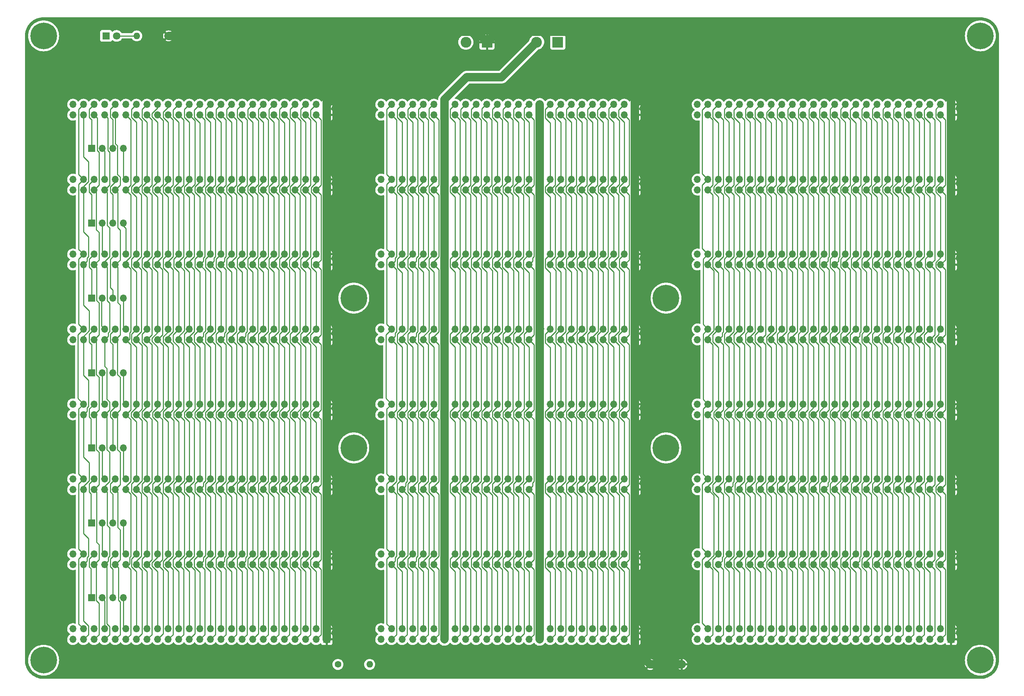
<source format=gbr>
%TF.GenerationSoftware,KiCad,Pcbnew,(6.0.11)*%
%TF.CreationDate,2023-08-30T13:08:57-04:00*%
%TF.ProjectId,backplane.8-slot,6261636b-706c-4616-9e65-2e382d736c6f,rev?*%
%TF.SameCoordinates,Original*%
%TF.FileFunction,Copper,L2,Bot*%
%TF.FilePolarity,Positive*%
%FSLAX46Y46*%
G04 Gerber Fmt 4.6, Leading zero omitted, Abs format (unit mm)*
G04 Created by KiCad (PCBNEW (6.0.11)) date 2023-08-30 13:08:57*
%MOMM*%
%LPD*%
G01*
G04 APERTURE LIST*
%TA.AperFunction,ComponentPad*%
%ADD10R,1.700000X1.700000*%
%TD*%
%TA.AperFunction,ComponentPad*%
%ADD11O,1.700000X1.700000*%
%TD*%
%TA.AperFunction,ComponentPad*%
%ADD12C,6.400000*%
%TD*%
%TA.AperFunction,ComponentPad*%
%ADD13R,1.800000X1.800000*%
%TD*%
%TA.AperFunction,ComponentPad*%
%ADD14C,1.800000*%
%TD*%
%TA.AperFunction,ComponentPad*%
%ADD15C,1.600000*%
%TD*%
%TA.AperFunction,ComponentPad*%
%ADD16O,1.600000X1.600000*%
%TD*%
%TA.AperFunction,ComponentPad*%
%ADD17R,2.600000X2.600000*%
%TD*%
%TA.AperFunction,ComponentPad*%
%ADD18C,2.600000*%
%TD*%
%TA.AperFunction,Conductor*%
%ADD19C,2.000000*%
%TD*%
%TA.AperFunction,Conductor*%
%ADD20C,0.250000*%
%TD*%
G04 APERTURE END LIST*
D10*
%TO.P,J1,1,Pin_1*%
%TO.N,VCC*%
X108000000Y-220000000D03*
D11*
%TO.P,J1,2,Pin_2*%
X108000000Y-217460000D03*
%TO.P,J1,3,Pin_3*%
%TO.N,/~{RD}*%
X105460000Y-220000000D03*
%TO.P,J1,4,Pin_4*%
%TO.N,/E*%
X105460000Y-217460000D03*
%TO.P,J1,5,Pin_5*%
%TO.N,/~{WR}*%
X102920000Y-220000000D03*
%TO.P,J1,6,Pin_6*%
%TO.N,/ST*%
X102920000Y-217460000D03*
%TO.P,J1,7,Pin_7*%
%TO.N,/~{IORQ}*%
X100380000Y-220000000D03*
%TO.P,J1,8,Pin_8*%
%TO.N,/PHI*%
X100380000Y-217460000D03*
%TO.P,J1,9,Pin_9*%
%TO.N,/~{MREQ}*%
X97840000Y-220000000D03*
%TO.P,J1,10,Pin_10*%
%TO.N,/~{INT2}*%
X97840000Y-217460000D03*
%TO.P,J1,11,Pin_11*%
%TO.N,/~{M1}*%
X95300000Y-220000000D03*
%TO.P,J1,12,Pin_12*%
%TO.N,/~{INT1}*%
X95300000Y-217460000D03*
%TO.P,J1,13,Pin_13*%
%TO.N,/~{BUSACK}*%
X92760000Y-220000000D03*
%TO.P,J1,14,Pin_14*%
%TO.N,/CRUCLK*%
X92760000Y-217460000D03*
%TO.P,J1,15,Pin_15*%
%TO.N,/CLK*%
X90220000Y-220000000D03*
%TO.P,J1,16,Pin_16*%
%TO.N,/CRUOUT*%
X90220000Y-217460000D03*
%TO.P,J1,17,Pin_17*%
%TO.N,/~{INT0}*%
X87680000Y-220000000D03*
%TO.P,J1,18,Pin_18*%
%TO.N,/CRUIN*%
X87680000Y-217460000D03*
%TO.P,J1,19,Pin_19*%
%TO.N,/~{NMI}*%
X85140000Y-220000000D03*
%TO.P,J1,20,Pin_20*%
%TO.N,/~{RES_IN}*%
X85140000Y-217460000D03*
%TO.P,J1,21,Pin_21*%
%TO.N,/~{RES_OUT}*%
X82600000Y-220000000D03*
%TO.P,J1,22,Pin_22*%
%TO.N,/USER8*%
X82600000Y-217460000D03*
%TO.P,J1,23,Pin_23*%
%TO.N,/~{BUSRQ}*%
X80060000Y-220000000D03*
%TO.P,J1,24,Pin_24*%
%TO.N,/USER7*%
X80060000Y-217460000D03*
%TO.P,J1,25,Pin_25*%
%TO.N,/~{WAIT}*%
X77520000Y-220000000D03*
%TO.P,J1,26,Pin_26*%
%TO.N,/USER6*%
X77520000Y-217460000D03*
%TO.P,J1,27,Pin_27*%
%TO.N,/~{HALT}*%
X74980000Y-220000000D03*
%TO.P,J1,28,Pin_28*%
%TO.N,/USER5*%
X74980000Y-217460000D03*
%TO.P,J1,29,Pin_29*%
%TO.N,/~{RFSH}*%
X72440000Y-220000000D03*
%TO.P,J1,30,Pin_30*%
%TO.N,/USER4*%
X72440000Y-217460000D03*
%TO.P,J1,31,Pin_31*%
%TO.N,/~{EIRQ7}*%
X69900000Y-220000000D03*
%TO.P,J1,32,Pin_32*%
%TO.N,/USER3*%
X69900000Y-217460000D03*
%TO.P,J1,33,Pin_33*%
%TO.N,/~{EIRQ6}*%
X67360000Y-220000000D03*
%TO.P,J1,34,Pin_34*%
%TO.N,/USER2*%
X67360000Y-217460000D03*
%TO.P,J1,35,Pin_35*%
%TO.N,/~{EIRQ5}*%
X64820000Y-220000000D03*
%TO.P,J1,36,Pin_36*%
%TO.N,/USER1*%
X64820000Y-217460000D03*
%TO.P,J1,37,Pin_37*%
%TO.N,/~{EIRQ4}*%
X62280000Y-220000000D03*
%TO.P,J1,38,Pin_38*%
%TO.N,/USER0*%
X62280000Y-217460000D03*
%TO.P,J1,39,Pin_39*%
%TO.N,/~{EIRQ3}*%
X59740000Y-220000000D03*
%TO.P,J1,40,Pin_40*%
%TO.N,/~{BAI-1}*%
X59740000Y-217460000D03*
%TO.P,J1,41,Pin_41*%
%TO.N,/~{EIRQ2}*%
X57200000Y-220000000D03*
%TO.P,J1,42,Pin_42*%
%TO.N,/~{BAO-1}*%
X57200000Y-217460000D03*
%TO.P,J1,43,Pin_43*%
%TO.N,/~{EIRQ1}*%
X54660000Y-220000000D03*
%TO.P,J1,44,Pin_44*%
%TO.N,/~{IEI-1}*%
X54660000Y-217460000D03*
%TO.P,J1,45,Pin_45*%
%TO.N,/~{EIRQ0}*%
X52120000Y-220000000D03*
%TO.P,J1,46,Pin_46*%
%TO.N,/~{IEO-1}*%
X52120000Y-217460000D03*
%TO.P,J1,47,Pin_47*%
%TO.N,/I2C_SCL*%
X49580000Y-220000000D03*
%TO.P,J1,48,Pin_48*%
%TO.N,/I2C_SDA*%
X49580000Y-217460000D03*
%TO.P,J1,49,Pin_49*%
%TO.N,GND*%
X47040000Y-220000000D03*
%TO.P,J1,50,Pin_50*%
X47040000Y-217460000D03*
%TD*%
D10*
%TO.P,J3,1,Pin_1*%
%TO.N,VCC*%
X258000000Y-220000000D03*
D11*
%TO.P,J3,2,Pin_2*%
X258000000Y-217460000D03*
%TO.P,J3,3,Pin_3*%
%TO.N,/D15*%
X255460000Y-220000000D03*
%TO.P,J3,4,Pin_4*%
%TO.N,/D31*%
X255460000Y-217460000D03*
%TO.P,J3,5,Pin_5*%
%TO.N,/D14*%
X252920000Y-220000000D03*
%TO.P,J3,6,Pin_6*%
%TO.N,/D30*%
X252920000Y-217460000D03*
%TO.P,J3,7,Pin_7*%
%TO.N,/D13*%
X250380000Y-220000000D03*
%TO.P,J3,8,Pin_8*%
%TO.N,/D29*%
X250380000Y-217460000D03*
%TO.P,J3,9,Pin_9*%
%TO.N,/D12*%
X247840000Y-220000000D03*
%TO.P,J3,10,Pin_10*%
%TO.N,/D28*%
X247840000Y-217460000D03*
%TO.P,J3,11,Pin_11*%
%TO.N,/D11*%
X245300000Y-220000000D03*
%TO.P,J3,12,Pin_12*%
%TO.N,/D27*%
X245300000Y-217460000D03*
%TO.P,J3,13,Pin_13*%
%TO.N,/D10*%
X242760000Y-220000000D03*
%TO.P,J3,14,Pin_14*%
%TO.N,/D26*%
X242760000Y-217460000D03*
%TO.P,J3,15,Pin_15*%
%TO.N,/D9*%
X240220000Y-220000000D03*
%TO.P,J3,16,Pin_16*%
%TO.N,/D25*%
X240220000Y-217460000D03*
%TO.P,J3,17,Pin_17*%
%TO.N,/D8*%
X237680000Y-220000000D03*
%TO.P,J3,18,Pin_18*%
%TO.N,/D24*%
X237680000Y-217460000D03*
%TO.P,J3,19,Pin_19*%
%TO.N,/D7*%
X235140000Y-220000000D03*
%TO.P,J3,20,Pin_20*%
%TO.N,/D23*%
X235140000Y-217460000D03*
%TO.P,J3,21,Pin_21*%
%TO.N,/D6*%
X232600000Y-220000000D03*
%TO.P,J3,22,Pin_22*%
%TO.N,/D22*%
X232600000Y-217460000D03*
%TO.P,J3,23,Pin_23*%
%TO.N,/D5*%
X230060000Y-220000000D03*
%TO.P,J3,24,Pin_24*%
%TO.N,/D21*%
X230060000Y-217460000D03*
%TO.P,J3,25,Pin_25*%
%TO.N,/D4*%
X227520000Y-220000000D03*
%TO.P,J3,26,Pin_26*%
%TO.N,/D20*%
X227520000Y-217460000D03*
%TO.P,J3,27,Pin_27*%
%TO.N,/D3*%
X224980000Y-220000000D03*
%TO.P,J3,28,Pin_28*%
%TO.N,/D19*%
X224980000Y-217460000D03*
%TO.P,J3,29,Pin_29*%
%TO.N,/D2*%
X222440000Y-220000000D03*
%TO.P,J3,30,Pin_30*%
%TO.N,/D18*%
X222440000Y-217460000D03*
%TO.P,J3,31,Pin_31*%
%TO.N,/D1*%
X219900000Y-220000000D03*
%TO.P,J3,32,Pin_32*%
%TO.N,/D17*%
X219900000Y-217460000D03*
%TO.P,J3,33,Pin_33*%
%TO.N,/D0*%
X217360000Y-220000000D03*
%TO.P,J3,34,Pin_34*%
%TO.N,/D16*%
X217360000Y-217460000D03*
%TO.P,J3,35,Pin_35*%
%TO.N,/~{BUSERR}*%
X214820000Y-220000000D03*
%TO.P,J3,36,Pin_36*%
%TO.N,/UDS*%
X214820000Y-217460000D03*
%TO.P,J3,37,Pin_37*%
%TO.N,/~{VPA}*%
X212280000Y-220000000D03*
%TO.P,J3,38,Pin_38*%
%TO.N,/LDS*%
X212280000Y-217460000D03*
%TO.P,J3,39,Pin_39*%
%TO.N,/~{VMA}*%
X209740000Y-220000000D03*
%TO.P,J3,40,Pin_40*%
%TO.N,/S2*%
X209740000Y-217460000D03*
%TO.P,J3,41,Pin_41*%
%TO.N,/~{BHE}*%
X207200000Y-220000000D03*
%TO.P,J3,42,Pin_42*%
%TO.N,/S1*%
X207200000Y-217460000D03*
%TO.P,J3,43,Pin_43*%
%TO.N,/IPL2*%
X204660000Y-220000000D03*
%TO.P,J3,44,Pin_44*%
%TO.N,/S0*%
X204660000Y-217460000D03*
%TO.P,J3,45,Pin_45*%
%TO.N,/IPL1*%
X202120000Y-220000000D03*
%TO.P,J3,46,Pin_46*%
%TO.N,/AUXCLK3*%
X202120000Y-217460000D03*
%TO.P,J3,47,Pin_47*%
%TO.N,/IPL0*%
X199580000Y-220000000D03*
%TO.P,J3,48,Pin_48*%
%TO.N,/AUXCLK2*%
X199580000Y-217460000D03*
%TO.P,J3,49,Pin_49*%
%TO.N,GND*%
X197040000Y-220000000D03*
%TO.P,J3,50,Pin_50*%
X197040000Y-217460000D03*
%TD*%
D10*
%TO.P,J2,1,Pin_1*%
%TO.N,VCC*%
X182000000Y-220000000D03*
D11*
%TO.P,J2,2,Pin_2*%
X182000000Y-217460000D03*
%TO.P,J2,3,Pin_3*%
%TO.N,/A15*%
X179460000Y-220000000D03*
%TO.P,J2,4,Pin_4*%
%TO.N,/A31*%
X179460000Y-217460000D03*
%TO.P,J2,5,Pin_5*%
%TO.N,/A14*%
X176920000Y-220000000D03*
%TO.P,J2,6,Pin_6*%
%TO.N,/A30*%
X176920000Y-217460000D03*
%TO.P,J2,7,Pin_7*%
%TO.N,/A13*%
X174380000Y-220000000D03*
%TO.P,J2,8,Pin_8*%
%TO.N,/A29*%
X174380000Y-217460000D03*
%TO.P,J2,9,Pin_9*%
%TO.N,/A12*%
X171840000Y-220000000D03*
%TO.P,J2,10,Pin_10*%
%TO.N,/A28*%
X171840000Y-217460000D03*
%TO.P,J2,11,Pin_11*%
%TO.N,/A11*%
X169300000Y-220000000D03*
%TO.P,J2,12,Pin_12*%
%TO.N,/A27*%
X169300000Y-217460000D03*
%TO.P,J2,13,Pin_13*%
%TO.N,/A10*%
X166760000Y-220000000D03*
%TO.P,J2,14,Pin_14*%
%TO.N,/A26*%
X166760000Y-217460000D03*
%TO.P,J2,15,Pin_15*%
%TO.N,/A9*%
X164220000Y-220000000D03*
%TO.P,J2,16,Pin_16*%
%TO.N,/A25*%
X164220000Y-217460000D03*
%TO.P,J2,17,Pin_17*%
%TO.N,/A8*%
X161680000Y-220000000D03*
%TO.P,J2,18,Pin_18*%
%TO.N,/A24*%
X161680000Y-217460000D03*
%TO.P,J2,19,Pin_19*%
%TO.N,/+12V*%
X159140000Y-220000000D03*
%TO.P,J2,20,Pin_20*%
X159140000Y-217460000D03*
%TO.P,J2,21,Pin_21*%
%TO.N,/A7*%
X156600000Y-220000000D03*
%TO.P,J2,22,Pin_22*%
%TO.N,/A23*%
X156600000Y-217460000D03*
%TO.P,J2,23,Pin_23*%
%TO.N,/A6*%
X154060000Y-220000000D03*
%TO.P,J2,24,Pin_24*%
%TO.N,/A22*%
X154060000Y-217460000D03*
%TO.P,J2,25,Pin_25*%
%TO.N,/A5*%
X151520000Y-220000000D03*
%TO.P,J2,26,Pin_26*%
%TO.N,/A21*%
X151520000Y-217460000D03*
%TO.P,J2,27,Pin_27*%
%TO.N,/A4*%
X148980000Y-220000000D03*
%TO.P,J2,28,Pin_28*%
%TO.N,/A20*%
X148980000Y-217460000D03*
%TO.P,J2,29,Pin_29*%
%TO.N,/A3*%
X146440000Y-220000000D03*
%TO.P,J2,30,Pin_30*%
%TO.N,/A19*%
X146440000Y-217460000D03*
%TO.P,J2,31,Pin_31*%
%TO.N,/A2*%
X143900000Y-220000000D03*
%TO.P,J2,32,Pin_32*%
%TO.N,/A18*%
X143900000Y-217460000D03*
%TO.P,J2,33,Pin_33*%
%TO.N,/A1*%
X141360000Y-220000000D03*
%TO.P,J2,34,Pin_34*%
%TO.N,/A17*%
X141360000Y-217460000D03*
%TO.P,J2,35,Pin_35*%
%TO.N,/A0*%
X138820000Y-220000000D03*
%TO.P,J2,36,Pin_36*%
%TO.N,/A16*%
X138820000Y-217460000D03*
%TO.P,J2,37,Pin_37*%
%TO.N,/-12V*%
X136280000Y-220000000D03*
%TO.P,J2,38,Pin_38*%
X136280000Y-217460000D03*
%TO.P,J2,39,Pin_39*%
%TO.N,/IC3*%
X133740000Y-220000000D03*
%TO.P,J2,40,Pin_40*%
%TO.N,/~{TEND1}*%
X133740000Y-217460000D03*
%TO.P,J2,41,Pin_41*%
%TO.N,/IC2*%
X131200000Y-220000000D03*
%TO.P,J2,42,Pin_42*%
%TO.N,/~{DREQ1}*%
X131200000Y-217460000D03*
%TO.P,J2,43,Pin_43*%
%TO.N,/IC1*%
X128660000Y-220000000D03*
%TO.P,J2,44,Pin_44*%
%TO.N,/~{TEND0}*%
X128660000Y-217460000D03*
%TO.P,J2,45,Pin_45*%
%TO.N,/IC0*%
X126120000Y-220000000D03*
%TO.P,J2,46,Pin_46*%
%TO.N,/~{DREQ0}*%
X126120000Y-217460000D03*
%TO.P,J2,47,Pin_47*%
%TO.N,/AUXCLK1*%
X123580000Y-220000000D03*
%TO.P,J2,48,Pin_48*%
%TO.N,/AUXCLK0*%
X123580000Y-217460000D03*
%TO.P,J2,49,Pin_49*%
%TO.N,GND*%
X121040000Y-220000000D03*
%TO.P,J2,50,Pin_50*%
X121040000Y-217460000D03*
%TD*%
D12*
%TO.P,H1,1,1*%
%TO.N,GND*%
X40000000Y-75000000D03*
%TD*%
%TO.P,H2,1,1*%
%TO.N,GND*%
X265000000Y-75000000D03*
%TD*%
D10*
%TO.P,J4,1,Pin_1*%
%TO.N,VCC*%
X108000000Y-202000000D03*
D11*
%TO.P,J4,2,Pin_2*%
X108000000Y-199460000D03*
%TO.P,J4,3,Pin_3*%
%TO.N,/~{RD}*%
X105460000Y-202000000D03*
%TO.P,J4,4,Pin_4*%
%TO.N,/E*%
X105460000Y-199460000D03*
%TO.P,J4,5,Pin_5*%
%TO.N,/~{WR}*%
X102920000Y-202000000D03*
%TO.P,J4,6,Pin_6*%
%TO.N,/ST*%
X102920000Y-199460000D03*
%TO.P,J4,7,Pin_7*%
%TO.N,/~{IORQ}*%
X100380000Y-202000000D03*
%TO.P,J4,8,Pin_8*%
%TO.N,/PHI*%
X100380000Y-199460000D03*
%TO.P,J4,9,Pin_9*%
%TO.N,/~{MREQ}*%
X97840000Y-202000000D03*
%TO.P,J4,10,Pin_10*%
%TO.N,/~{INT2}*%
X97840000Y-199460000D03*
%TO.P,J4,11,Pin_11*%
%TO.N,/~{M1}*%
X95300000Y-202000000D03*
%TO.P,J4,12,Pin_12*%
%TO.N,/~{INT1}*%
X95300000Y-199460000D03*
%TO.P,J4,13,Pin_13*%
%TO.N,/~{BUSACK}*%
X92760000Y-202000000D03*
%TO.P,J4,14,Pin_14*%
%TO.N,/CRUCLK*%
X92760000Y-199460000D03*
%TO.P,J4,15,Pin_15*%
%TO.N,/CLK*%
X90220000Y-202000000D03*
%TO.P,J4,16,Pin_16*%
%TO.N,/CRUOUT*%
X90220000Y-199460000D03*
%TO.P,J4,17,Pin_17*%
%TO.N,/~{INT0}*%
X87680000Y-202000000D03*
%TO.P,J4,18,Pin_18*%
%TO.N,/CRUIN*%
X87680000Y-199460000D03*
%TO.P,J4,19,Pin_19*%
%TO.N,/~{NMI}*%
X85140000Y-202000000D03*
%TO.P,J4,20,Pin_20*%
%TO.N,/~{RES_IN}*%
X85140000Y-199460000D03*
%TO.P,J4,21,Pin_21*%
%TO.N,/~{RES_OUT}*%
X82600000Y-202000000D03*
%TO.P,J4,22,Pin_22*%
%TO.N,/USER8*%
X82600000Y-199460000D03*
%TO.P,J4,23,Pin_23*%
%TO.N,/~{BUSRQ}*%
X80060000Y-202000000D03*
%TO.P,J4,24,Pin_24*%
%TO.N,/USER7*%
X80060000Y-199460000D03*
%TO.P,J4,25,Pin_25*%
%TO.N,/~{WAIT}*%
X77520000Y-202000000D03*
%TO.P,J4,26,Pin_26*%
%TO.N,/USER6*%
X77520000Y-199460000D03*
%TO.P,J4,27,Pin_27*%
%TO.N,/~{HALT}*%
X74980000Y-202000000D03*
%TO.P,J4,28,Pin_28*%
%TO.N,/USER5*%
X74980000Y-199460000D03*
%TO.P,J4,29,Pin_29*%
%TO.N,/~{RFSH}*%
X72440000Y-202000000D03*
%TO.P,J4,30,Pin_30*%
%TO.N,/USER4*%
X72440000Y-199460000D03*
%TO.P,J4,31,Pin_31*%
%TO.N,/~{EIRQ7}*%
X69900000Y-202000000D03*
%TO.P,J4,32,Pin_32*%
%TO.N,/USER3*%
X69900000Y-199460000D03*
%TO.P,J4,33,Pin_33*%
%TO.N,/~{EIRQ6}*%
X67360000Y-202000000D03*
%TO.P,J4,34,Pin_34*%
%TO.N,/USER2*%
X67360000Y-199460000D03*
%TO.P,J4,35,Pin_35*%
%TO.N,/~{EIRQ5}*%
X64820000Y-202000000D03*
%TO.P,J4,36,Pin_36*%
%TO.N,/USER1*%
X64820000Y-199460000D03*
%TO.P,J4,37,Pin_37*%
%TO.N,/~{EIRQ4}*%
X62280000Y-202000000D03*
%TO.P,J4,38,Pin_38*%
%TO.N,/USER0*%
X62280000Y-199460000D03*
%TO.P,J4,39,Pin_39*%
%TO.N,/~{EIRQ3}*%
X59740000Y-202000000D03*
%TO.P,J4,40,Pin_40*%
%TO.N,/~{BAI-2}*%
X59740000Y-199460000D03*
%TO.P,J4,41,Pin_41*%
%TO.N,/~{EIRQ2}*%
X57200000Y-202000000D03*
%TO.P,J4,42,Pin_42*%
%TO.N,/~{BAO-2}*%
X57200000Y-199460000D03*
%TO.P,J4,43,Pin_43*%
%TO.N,/~{EIRQ1}*%
X54660000Y-202000000D03*
%TO.P,J4,44,Pin_44*%
%TO.N,/~{IEI-2}*%
X54660000Y-199460000D03*
%TO.P,J4,45,Pin_45*%
%TO.N,/~{EIRQ0}*%
X52120000Y-202000000D03*
%TO.P,J4,46,Pin_46*%
%TO.N,/~{IEO-2}*%
X52120000Y-199460000D03*
%TO.P,J4,47,Pin_47*%
%TO.N,/I2C_SCL*%
X49580000Y-202000000D03*
%TO.P,J4,48,Pin_48*%
%TO.N,/I2C_SDA*%
X49580000Y-199460000D03*
%TO.P,J4,49,Pin_49*%
%TO.N,GND*%
X47040000Y-202000000D03*
%TO.P,J4,50,Pin_50*%
X47040000Y-199460000D03*
%TD*%
D10*
%TO.P,J5,1,Pin_1*%
%TO.N,VCC*%
X182000000Y-202000000D03*
D11*
%TO.P,J5,2,Pin_2*%
X182000000Y-199460000D03*
%TO.P,J5,3,Pin_3*%
%TO.N,/A15*%
X179460000Y-202000000D03*
%TO.P,J5,4,Pin_4*%
%TO.N,/A31*%
X179460000Y-199460000D03*
%TO.P,J5,5,Pin_5*%
%TO.N,/A14*%
X176920000Y-202000000D03*
%TO.P,J5,6,Pin_6*%
%TO.N,/A30*%
X176920000Y-199460000D03*
%TO.P,J5,7,Pin_7*%
%TO.N,/A13*%
X174380000Y-202000000D03*
%TO.P,J5,8,Pin_8*%
%TO.N,/A29*%
X174380000Y-199460000D03*
%TO.P,J5,9,Pin_9*%
%TO.N,/A12*%
X171840000Y-202000000D03*
%TO.P,J5,10,Pin_10*%
%TO.N,/A28*%
X171840000Y-199460000D03*
%TO.P,J5,11,Pin_11*%
%TO.N,/A11*%
X169300000Y-202000000D03*
%TO.P,J5,12,Pin_12*%
%TO.N,/A27*%
X169300000Y-199460000D03*
%TO.P,J5,13,Pin_13*%
%TO.N,/A10*%
X166760000Y-202000000D03*
%TO.P,J5,14,Pin_14*%
%TO.N,/A26*%
X166760000Y-199460000D03*
%TO.P,J5,15,Pin_15*%
%TO.N,/A9*%
X164220000Y-202000000D03*
%TO.P,J5,16,Pin_16*%
%TO.N,/A25*%
X164220000Y-199460000D03*
%TO.P,J5,17,Pin_17*%
%TO.N,/A8*%
X161680000Y-202000000D03*
%TO.P,J5,18,Pin_18*%
%TO.N,/A24*%
X161680000Y-199460000D03*
%TO.P,J5,19,Pin_19*%
%TO.N,/+12V*%
X159140000Y-202000000D03*
%TO.P,J5,20,Pin_20*%
X159140000Y-199460000D03*
%TO.P,J5,21,Pin_21*%
%TO.N,/A7*%
X156600000Y-202000000D03*
%TO.P,J5,22,Pin_22*%
%TO.N,/A23*%
X156600000Y-199460000D03*
%TO.P,J5,23,Pin_23*%
%TO.N,/A6*%
X154060000Y-202000000D03*
%TO.P,J5,24,Pin_24*%
%TO.N,/A22*%
X154060000Y-199460000D03*
%TO.P,J5,25,Pin_25*%
%TO.N,/A5*%
X151520000Y-202000000D03*
%TO.P,J5,26,Pin_26*%
%TO.N,/A21*%
X151520000Y-199460000D03*
%TO.P,J5,27,Pin_27*%
%TO.N,/A4*%
X148980000Y-202000000D03*
%TO.P,J5,28,Pin_28*%
%TO.N,/A20*%
X148980000Y-199460000D03*
%TO.P,J5,29,Pin_29*%
%TO.N,/A3*%
X146440000Y-202000000D03*
%TO.P,J5,30,Pin_30*%
%TO.N,/A19*%
X146440000Y-199460000D03*
%TO.P,J5,31,Pin_31*%
%TO.N,/A2*%
X143900000Y-202000000D03*
%TO.P,J5,32,Pin_32*%
%TO.N,/A18*%
X143900000Y-199460000D03*
%TO.P,J5,33,Pin_33*%
%TO.N,/A1*%
X141360000Y-202000000D03*
%TO.P,J5,34,Pin_34*%
%TO.N,/A17*%
X141360000Y-199460000D03*
%TO.P,J5,35,Pin_35*%
%TO.N,/A0*%
X138820000Y-202000000D03*
%TO.P,J5,36,Pin_36*%
%TO.N,/A16*%
X138820000Y-199460000D03*
%TO.P,J5,37,Pin_37*%
%TO.N,/-12V*%
X136280000Y-202000000D03*
%TO.P,J5,38,Pin_38*%
X136280000Y-199460000D03*
%TO.P,J5,39,Pin_39*%
%TO.N,/IC3*%
X133740000Y-202000000D03*
%TO.P,J5,40,Pin_40*%
%TO.N,/~{TEND1}*%
X133740000Y-199460000D03*
%TO.P,J5,41,Pin_41*%
%TO.N,/IC2*%
X131200000Y-202000000D03*
%TO.P,J5,42,Pin_42*%
%TO.N,/~{DREQ1}*%
X131200000Y-199460000D03*
%TO.P,J5,43,Pin_43*%
%TO.N,/IC1*%
X128660000Y-202000000D03*
%TO.P,J5,44,Pin_44*%
%TO.N,/~{TEND0}*%
X128660000Y-199460000D03*
%TO.P,J5,45,Pin_45*%
%TO.N,/IC0*%
X126120000Y-202000000D03*
%TO.P,J5,46,Pin_46*%
%TO.N,/~{DREQ0}*%
X126120000Y-199460000D03*
%TO.P,J5,47,Pin_47*%
%TO.N,/AUXCLK1*%
X123580000Y-202000000D03*
%TO.P,J5,48,Pin_48*%
%TO.N,/AUXCLK0*%
X123580000Y-199460000D03*
%TO.P,J5,49,Pin_49*%
%TO.N,GND*%
X121040000Y-202000000D03*
%TO.P,J5,50,Pin_50*%
X121040000Y-199460000D03*
%TD*%
D10*
%TO.P,J6,1,Pin_1*%
%TO.N,VCC*%
X258000000Y-202000000D03*
D11*
%TO.P,J6,2,Pin_2*%
X258000000Y-199460000D03*
%TO.P,J6,3,Pin_3*%
%TO.N,/D15*%
X255460000Y-202000000D03*
%TO.P,J6,4,Pin_4*%
%TO.N,/D31*%
X255460000Y-199460000D03*
%TO.P,J6,5,Pin_5*%
%TO.N,/D14*%
X252920000Y-202000000D03*
%TO.P,J6,6,Pin_6*%
%TO.N,/D30*%
X252920000Y-199460000D03*
%TO.P,J6,7,Pin_7*%
%TO.N,/D13*%
X250380000Y-202000000D03*
%TO.P,J6,8,Pin_8*%
%TO.N,/D29*%
X250380000Y-199460000D03*
%TO.P,J6,9,Pin_9*%
%TO.N,/D12*%
X247840000Y-202000000D03*
%TO.P,J6,10,Pin_10*%
%TO.N,/D28*%
X247840000Y-199460000D03*
%TO.P,J6,11,Pin_11*%
%TO.N,/D11*%
X245300000Y-202000000D03*
%TO.P,J6,12,Pin_12*%
%TO.N,/D27*%
X245300000Y-199460000D03*
%TO.P,J6,13,Pin_13*%
%TO.N,/D10*%
X242760000Y-202000000D03*
%TO.P,J6,14,Pin_14*%
%TO.N,/D26*%
X242760000Y-199460000D03*
%TO.P,J6,15,Pin_15*%
%TO.N,/D9*%
X240220000Y-202000000D03*
%TO.P,J6,16,Pin_16*%
%TO.N,/D25*%
X240220000Y-199460000D03*
%TO.P,J6,17,Pin_17*%
%TO.N,/D8*%
X237680000Y-202000000D03*
%TO.P,J6,18,Pin_18*%
%TO.N,/D24*%
X237680000Y-199460000D03*
%TO.P,J6,19,Pin_19*%
%TO.N,/D7*%
X235140000Y-202000000D03*
%TO.P,J6,20,Pin_20*%
%TO.N,/D23*%
X235140000Y-199460000D03*
%TO.P,J6,21,Pin_21*%
%TO.N,/D6*%
X232600000Y-202000000D03*
%TO.P,J6,22,Pin_22*%
%TO.N,/D22*%
X232600000Y-199460000D03*
%TO.P,J6,23,Pin_23*%
%TO.N,/D5*%
X230060000Y-202000000D03*
%TO.P,J6,24,Pin_24*%
%TO.N,/D21*%
X230060000Y-199460000D03*
%TO.P,J6,25,Pin_25*%
%TO.N,/D4*%
X227520000Y-202000000D03*
%TO.P,J6,26,Pin_26*%
%TO.N,/D20*%
X227520000Y-199460000D03*
%TO.P,J6,27,Pin_27*%
%TO.N,/D3*%
X224980000Y-202000000D03*
%TO.P,J6,28,Pin_28*%
%TO.N,/D19*%
X224980000Y-199460000D03*
%TO.P,J6,29,Pin_29*%
%TO.N,/D2*%
X222440000Y-202000000D03*
%TO.P,J6,30,Pin_30*%
%TO.N,/D18*%
X222440000Y-199460000D03*
%TO.P,J6,31,Pin_31*%
%TO.N,/D1*%
X219900000Y-202000000D03*
%TO.P,J6,32,Pin_32*%
%TO.N,/D17*%
X219900000Y-199460000D03*
%TO.P,J6,33,Pin_33*%
%TO.N,/D0*%
X217360000Y-202000000D03*
%TO.P,J6,34,Pin_34*%
%TO.N,/D16*%
X217360000Y-199460000D03*
%TO.P,J6,35,Pin_35*%
%TO.N,/~{BUSERR}*%
X214820000Y-202000000D03*
%TO.P,J6,36,Pin_36*%
%TO.N,/UDS*%
X214820000Y-199460000D03*
%TO.P,J6,37,Pin_37*%
%TO.N,/~{VPA}*%
X212280000Y-202000000D03*
%TO.P,J6,38,Pin_38*%
%TO.N,/LDS*%
X212280000Y-199460000D03*
%TO.P,J6,39,Pin_39*%
%TO.N,/~{VMA}*%
X209740000Y-202000000D03*
%TO.P,J6,40,Pin_40*%
%TO.N,/S2*%
X209740000Y-199460000D03*
%TO.P,J6,41,Pin_41*%
%TO.N,/~{BHE}*%
X207200000Y-202000000D03*
%TO.P,J6,42,Pin_42*%
%TO.N,/S1*%
X207200000Y-199460000D03*
%TO.P,J6,43,Pin_43*%
%TO.N,/IPL2*%
X204660000Y-202000000D03*
%TO.P,J6,44,Pin_44*%
%TO.N,/S0*%
X204660000Y-199460000D03*
%TO.P,J6,45,Pin_45*%
%TO.N,/IPL1*%
X202120000Y-202000000D03*
%TO.P,J6,46,Pin_46*%
%TO.N,/AUXCLK3*%
X202120000Y-199460000D03*
%TO.P,J6,47,Pin_47*%
%TO.N,/IPL0*%
X199580000Y-202000000D03*
%TO.P,J6,48,Pin_48*%
%TO.N,/AUXCLK2*%
X199580000Y-199460000D03*
%TO.P,J6,49,Pin_49*%
%TO.N,GND*%
X197040000Y-202000000D03*
%TO.P,J6,50,Pin_50*%
X197040000Y-199460000D03*
%TD*%
D10*
%TO.P,J7,1,Pin_1*%
%TO.N,VCC*%
X108000000Y-184000000D03*
D11*
%TO.P,J7,2,Pin_2*%
X108000000Y-181460000D03*
%TO.P,J7,3,Pin_3*%
%TO.N,/~{RD}*%
X105460000Y-184000000D03*
%TO.P,J7,4,Pin_4*%
%TO.N,/E*%
X105460000Y-181460000D03*
%TO.P,J7,5,Pin_5*%
%TO.N,/~{WR}*%
X102920000Y-184000000D03*
%TO.P,J7,6,Pin_6*%
%TO.N,/ST*%
X102920000Y-181460000D03*
%TO.P,J7,7,Pin_7*%
%TO.N,/~{IORQ}*%
X100380000Y-184000000D03*
%TO.P,J7,8,Pin_8*%
%TO.N,/PHI*%
X100380000Y-181460000D03*
%TO.P,J7,9,Pin_9*%
%TO.N,/~{MREQ}*%
X97840000Y-184000000D03*
%TO.P,J7,10,Pin_10*%
%TO.N,/~{INT2}*%
X97840000Y-181460000D03*
%TO.P,J7,11,Pin_11*%
%TO.N,/~{M1}*%
X95300000Y-184000000D03*
%TO.P,J7,12,Pin_12*%
%TO.N,/~{INT1}*%
X95300000Y-181460000D03*
%TO.P,J7,13,Pin_13*%
%TO.N,/~{BUSACK}*%
X92760000Y-184000000D03*
%TO.P,J7,14,Pin_14*%
%TO.N,/CRUCLK*%
X92760000Y-181460000D03*
%TO.P,J7,15,Pin_15*%
%TO.N,/CLK*%
X90220000Y-184000000D03*
%TO.P,J7,16,Pin_16*%
%TO.N,/CRUOUT*%
X90220000Y-181460000D03*
%TO.P,J7,17,Pin_17*%
%TO.N,/~{INT0}*%
X87680000Y-184000000D03*
%TO.P,J7,18,Pin_18*%
%TO.N,/CRUIN*%
X87680000Y-181460000D03*
%TO.P,J7,19,Pin_19*%
%TO.N,/~{NMI}*%
X85140000Y-184000000D03*
%TO.P,J7,20,Pin_20*%
%TO.N,/~{RES_IN}*%
X85140000Y-181460000D03*
%TO.P,J7,21,Pin_21*%
%TO.N,/~{RES_OUT}*%
X82600000Y-184000000D03*
%TO.P,J7,22,Pin_22*%
%TO.N,/USER8*%
X82600000Y-181460000D03*
%TO.P,J7,23,Pin_23*%
%TO.N,/~{BUSRQ}*%
X80060000Y-184000000D03*
%TO.P,J7,24,Pin_24*%
%TO.N,/USER7*%
X80060000Y-181460000D03*
%TO.P,J7,25,Pin_25*%
%TO.N,/~{WAIT}*%
X77520000Y-184000000D03*
%TO.P,J7,26,Pin_26*%
%TO.N,/USER6*%
X77520000Y-181460000D03*
%TO.P,J7,27,Pin_27*%
%TO.N,/~{HALT}*%
X74980000Y-184000000D03*
%TO.P,J7,28,Pin_28*%
%TO.N,/USER5*%
X74980000Y-181460000D03*
%TO.P,J7,29,Pin_29*%
%TO.N,/~{RFSH}*%
X72440000Y-184000000D03*
%TO.P,J7,30,Pin_30*%
%TO.N,/USER4*%
X72440000Y-181460000D03*
%TO.P,J7,31,Pin_31*%
%TO.N,/~{EIRQ7}*%
X69900000Y-184000000D03*
%TO.P,J7,32,Pin_32*%
%TO.N,/USER3*%
X69900000Y-181460000D03*
%TO.P,J7,33,Pin_33*%
%TO.N,/~{EIRQ6}*%
X67360000Y-184000000D03*
%TO.P,J7,34,Pin_34*%
%TO.N,/USER2*%
X67360000Y-181460000D03*
%TO.P,J7,35,Pin_35*%
%TO.N,/~{EIRQ5}*%
X64820000Y-184000000D03*
%TO.P,J7,36,Pin_36*%
%TO.N,/USER1*%
X64820000Y-181460000D03*
%TO.P,J7,37,Pin_37*%
%TO.N,/~{EIRQ4}*%
X62280000Y-184000000D03*
%TO.P,J7,38,Pin_38*%
%TO.N,/USER0*%
X62280000Y-181460000D03*
%TO.P,J7,39,Pin_39*%
%TO.N,/~{EIRQ3}*%
X59740000Y-184000000D03*
%TO.P,J7,40,Pin_40*%
%TO.N,/~{BAI-3}*%
X59740000Y-181460000D03*
%TO.P,J7,41,Pin_41*%
%TO.N,/~{EIRQ2}*%
X57200000Y-184000000D03*
%TO.P,J7,42,Pin_42*%
%TO.N,/~{BAO-3}*%
X57200000Y-181460000D03*
%TO.P,J7,43,Pin_43*%
%TO.N,/~{EIRQ1}*%
X54660000Y-184000000D03*
%TO.P,J7,44,Pin_44*%
%TO.N,/~{IEI-3}*%
X54660000Y-181460000D03*
%TO.P,J7,45,Pin_45*%
%TO.N,/~{EIRQ0}*%
X52120000Y-184000000D03*
%TO.P,J7,46,Pin_46*%
%TO.N,/~{IEO-3}*%
X52120000Y-181460000D03*
%TO.P,J7,47,Pin_47*%
%TO.N,/I2C_SCL*%
X49580000Y-184000000D03*
%TO.P,J7,48,Pin_48*%
%TO.N,/I2C_SDA*%
X49580000Y-181460000D03*
%TO.P,J7,49,Pin_49*%
%TO.N,GND*%
X47040000Y-184000000D03*
%TO.P,J7,50,Pin_50*%
X47040000Y-181460000D03*
%TD*%
D10*
%TO.P,J8,1,Pin_1*%
%TO.N,VCC*%
X182000000Y-184000000D03*
D11*
%TO.P,J8,2,Pin_2*%
X182000000Y-181460000D03*
%TO.P,J8,3,Pin_3*%
%TO.N,/A15*%
X179460000Y-184000000D03*
%TO.P,J8,4,Pin_4*%
%TO.N,/A31*%
X179460000Y-181460000D03*
%TO.P,J8,5,Pin_5*%
%TO.N,/A14*%
X176920000Y-184000000D03*
%TO.P,J8,6,Pin_6*%
%TO.N,/A30*%
X176920000Y-181460000D03*
%TO.P,J8,7,Pin_7*%
%TO.N,/A13*%
X174380000Y-184000000D03*
%TO.P,J8,8,Pin_8*%
%TO.N,/A29*%
X174380000Y-181460000D03*
%TO.P,J8,9,Pin_9*%
%TO.N,/A12*%
X171840000Y-184000000D03*
%TO.P,J8,10,Pin_10*%
%TO.N,/A28*%
X171840000Y-181460000D03*
%TO.P,J8,11,Pin_11*%
%TO.N,/A11*%
X169300000Y-184000000D03*
%TO.P,J8,12,Pin_12*%
%TO.N,/A27*%
X169300000Y-181460000D03*
%TO.P,J8,13,Pin_13*%
%TO.N,/A10*%
X166760000Y-184000000D03*
%TO.P,J8,14,Pin_14*%
%TO.N,/A26*%
X166760000Y-181460000D03*
%TO.P,J8,15,Pin_15*%
%TO.N,/A9*%
X164220000Y-184000000D03*
%TO.P,J8,16,Pin_16*%
%TO.N,/A25*%
X164220000Y-181460000D03*
%TO.P,J8,17,Pin_17*%
%TO.N,/A8*%
X161680000Y-184000000D03*
%TO.P,J8,18,Pin_18*%
%TO.N,/A24*%
X161680000Y-181460000D03*
%TO.P,J8,19,Pin_19*%
%TO.N,/+12V*%
X159140000Y-184000000D03*
%TO.P,J8,20,Pin_20*%
X159140000Y-181460000D03*
%TO.P,J8,21,Pin_21*%
%TO.N,/A7*%
X156600000Y-184000000D03*
%TO.P,J8,22,Pin_22*%
%TO.N,/A23*%
X156600000Y-181460000D03*
%TO.P,J8,23,Pin_23*%
%TO.N,/A6*%
X154060000Y-184000000D03*
%TO.P,J8,24,Pin_24*%
%TO.N,/A22*%
X154060000Y-181460000D03*
%TO.P,J8,25,Pin_25*%
%TO.N,/A5*%
X151520000Y-184000000D03*
%TO.P,J8,26,Pin_26*%
%TO.N,/A21*%
X151520000Y-181460000D03*
%TO.P,J8,27,Pin_27*%
%TO.N,/A4*%
X148980000Y-184000000D03*
%TO.P,J8,28,Pin_28*%
%TO.N,/A20*%
X148980000Y-181460000D03*
%TO.P,J8,29,Pin_29*%
%TO.N,/A3*%
X146440000Y-184000000D03*
%TO.P,J8,30,Pin_30*%
%TO.N,/A19*%
X146440000Y-181460000D03*
%TO.P,J8,31,Pin_31*%
%TO.N,/A2*%
X143900000Y-184000000D03*
%TO.P,J8,32,Pin_32*%
%TO.N,/A18*%
X143900000Y-181460000D03*
%TO.P,J8,33,Pin_33*%
%TO.N,/A1*%
X141360000Y-184000000D03*
%TO.P,J8,34,Pin_34*%
%TO.N,/A17*%
X141360000Y-181460000D03*
%TO.P,J8,35,Pin_35*%
%TO.N,/A0*%
X138820000Y-184000000D03*
%TO.P,J8,36,Pin_36*%
%TO.N,/A16*%
X138820000Y-181460000D03*
%TO.P,J8,37,Pin_37*%
%TO.N,/-12V*%
X136280000Y-184000000D03*
%TO.P,J8,38,Pin_38*%
X136280000Y-181460000D03*
%TO.P,J8,39,Pin_39*%
%TO.N,/IC3*%
X133740000Y-184000000D03*
%TO.P,J8,40,Pin_40*%
%TO.N,/~{TEND1}*%
X133740000Y-181460000D03*
%TO.P,J8,41,Pin_41*%
%TO.N,/IC2*%
X131200000Y-184000000D03*
%TO.P,J8,42,Pin_42*%
%TO.N,/~{DREQ1}*%
X131200000Y-181460000D03*
%TO.P,J8,43,Pin_43*%
%TO.N,/IC1*%
X128660000Y-184000000D03*
%TO.P,J8,44,Pin_44*%
%TO.N,/~{TEND0}*%
X128660000Y-181460000D03*
%TO.P,J8,45,Pin_45*%
%TO.N,/IC0*%
X126120000Y-184000000D03*
%TO.P,J8,46,Pin_46*%
%TO.N,/~{DREQ0}*%
X126120000Y-181460000D03*
%TO.P,J8,47,Pin_47*%
%TO.N,/AUXCLK1*%
X123580000Y-184000000D03*
%TO.P,J8,48,Pin_48*%
%TO.N,/AUXCLK0*%
X123580000Y-181460000D03*
%TO.P,J8,49,Pin_49*%
%TO.N,GND*%
X121040000Y-184000000D03*
%TO.P,J8,50,Pin_50*%
X121040000Y-181460000D03*
%TD*%
D10*
%TO.P,J9,1,Pin_1*%
%TO.N,VCC*%
X258000000Y-184000000D03*
D11*
%TO.P,J9,2,Pin_2*%
X258000000Y-181460000D03*
%TO.P,J9,3,Pin_3*%
%TO.N,/D15*%
X255460000Y-184000000D03*
%TO.P,J9,4,Pin_4*%
%TO.N,/D31*%
X255460000Y-181460000D03*
%TO.P,J9,5,Pin_5*%
%TO.N,/D14*%
X252920000Y-184000000D03*
%TO.P,J9,6,Pin_6*%
%TO.N,/D30*%
X252920000Y-181460000D03*
%TO.P,J9,7,Pin_7*%
%TO.N,/D13*%
X250380000Y-184000000D03*
%TO.P,J9,8,Pin_8*%
%TO.N,/D29*%
X250380000Y-181460000D03*
%TO.P,J9,9,Pin_9*%
%TO.N,/D12*%
X247840000Y-184000000D03*
%TO.P,J9,10,Pin_10*%
%TO.N,/D28*%
X247840000Y-181460000D03*
%TO.P,J9,11,Pin_11*%
%TO.N,/D11*%
X245300000Y-184000000D03*
%TO.P,J9,12,Pin_12*%
%TO.N,/D27*%
X245300000Y-181460000D03*
%TO.P,J9,13,Pin_13*%
%TO.N,/D10*%
X242760000Y-184000000D03*
%TO.P,J9,14,Pin_14*%
%TO.N,/D26*%
X242760000Y-181460000D03*
%TO.P,J9,15,Pin_15*%
%TO.N,/D9*%
X240220000Y-184000000D03*
%TO.P,J9,16,Pin_16*%
%TO.N,/D25*%
X240220000Y-181460000D03*
%TO.P,J9,17,Pin_17*%
%TO.N,/D8*%
X237680000Y-184000000D03*
%TO.P,J9,18,Pin_18*%
%TO.N,/D24*%
X237680000Y-181460000D03*
%TO.P,J9,19,Pin_19*%
%TO.N,/D7*%
X235140000Y-184000000D03*
%TO.P,J9,20,Pin_20*%
%TO.N,/D23*%
X235140000Y-181460000D03*
%TO.P,J9,21,Pin_21*%
%TO.N,/D6*%
X232600000Y-184000000D03*
%TO.P,J9,22,Pin_22*%
%TO.N,/D22*%
X232600000Y-181460000D03*
%TO.P,J9,23,Pin_23*%
%TO.N,/D5*%
X230060000Y-184000000D03*
%TO.P,J9,24,Pin_24*%
%TO.N,/D21*%
X230060000Y-181460000D03*
%TO.P,J9,25,Pin_25*%
%TO.N,/D4*%
X227520000Y-184000000D03*
%TO.P,J9,26,Pin_26*%
%TO.N,/D20*%
X227520000Y-181460000D03*
%TO.P,J9,27,Pin_27*%
%TO.N,/D3*%
X224980000Y-184000000D03*
%TO.P,J9,28,Pin_28*%
%TO.N,/D19*%
X224980000Y-181460000D03*
%TO.P,J9,29,Pin_29*%
%TO.N,/D2*%
X222440000Y-184000000D03*
%TO.P,J9,30,Pin_30*%
%TO.N,/D18*%
X222440000Y-181460000D03*
%TO.P,J9,31,Pin_31*%
%TO.N,/D1*%
X219900000Y-184000000D03*
%TO.P,J9,32,Pin_32*%
%TO.N,/D17*%
X219900000Y-181460000D03*
%TO.P,J9,33,Pin_33*%
%TO.N,/D0*%
X217360000Y-184000000D03*
%TO.P,J9,34,Pin_34*%
%TO.N,/D16*%
X217360000Y-181460000D03*
%TO.P,J9,35,Pin_35*%
%TO.N,/~{BUSERR}*%
X214820000Y-184000000D03*
%TO.P,J9,36,Pin_36*%
%TO.N,/UDS*%
X214820000Y-181460000D03*
%TO.P,J9,37,Pin_37*%
%TO.N,/~{VPA}*%
X212280000Y-184000000D03*
%TO.P,J9,38,Pin_38*%
%TO.N,/LDS*%
X212280000Y-181460000D03*
%TO.P,J9,39,Pin_39*%
%TO.N,/~{VMA}*%
X209740000Y-184000000D03*
%TO.P,J9,40,Pin_40*%
%TO.N,/S2*%
X209740000Y-181460000D03*
%TO.P,J9,41,Pin_41*%
%TO.N,/~{BHE}*%
X207200000Y-184000000D03*
%TO.P,J9,42,Pin_42*%
%TO.N,/S1*%
X207200000Y-181460000D03*
%TO.P,J9,43,Pin_43*%
%TO.N,/IPL2*%
X204660000Y-184000000D03*
%TO.P,J9,44,Pin_44*%
%TO.N,/S0*%
X204660000Y-181460000D03*
%TO.P,J9,45,Pin_45*%
%TO.N,/IPL1*%
X202120000Y-184000000D03*
%TO.P,J9,46,Pin_46*%
%TO.N,/AUXCLK3*%
X202120000Y-181460000D03*
%TO.P,J9,47,Pin_47*%
%TO.N,/IPL0*%
X199580000Y-184000000D03*
%TO.P,J9,48,Pin_48*%
%TO.N,/AUXCLK2*%
X199580000Y-181460000D03*
%TO.P,J9,49,Pin_49*%
%TO.N,GND*%
X197040000Y-184000000D03*
%TO.P,J9,50,Pin_50*%
X197040000Y-181460000D03*
%TD*%
D10*
%TO.P,J10,1,Pin_1*%
%TO.N,VCC*%
X108000000Y-166000000D03*
D11*
%TO.P,J10,2,Pin_2*%
X108000000Y-163460000D03*
%TO.P,J10,3,Pin_3*%
%TO.N,/~{RD}*%
X105460000Y-166000000D03*
%TO.P,J10,4,Pin_4*%
%TO.N,/E*%
X105460000Y-163460000D03*
%TO.P,J10,5,Pin_5*%
%TO.N,/~{WR}*%
X102920000Y-166000000D03*
%TO.P,J10,6,Pin_6*%
%TO.N,/ST*%
X102920000Y-163460000D03*
%TO.P,J10,7,Pin_7*%
%TO.N,/~{IORQ}*%
X100380000Y-166000000D03*
%TO.P,J10,8,Pin_8*%
%TO.N,/PHI*%
X100380000Y-163460000D03*
%TO.P,J10,9,Pin_9*%
%TO.N,/~{MREQ}*%
X97840000Y-166000000D03*
%TO.P,J10,10,Pin_10*%
%TO.N,/~{INT2}*%
X97840000Y-163460000D03*
%TO.P,J10,11,Pin_11*%
%TO.N,/~{M1}*%
X95300000Y-166000000D03*
%TO.P,J10,12,Pin_12*%
%TO.N,/~{INT1}*%
X95300000Y-163460000D03*
%TO.P,J10,13,Pin_13*%
%TO.N,/~{BUSACK}*%
X92760000Y-166000000D03*
%TO.P,J10,14,Pin_14*%
%TO.N,/CRUCLK*%
X92760000Y-163460000D03*
%TO.P,J10,15,Pin_15*%
%TO.N,/CLK*%
X90220000Y-166000000D03*
%TO.P,J10,16,Pin_16*%
%TO.N,/CRUOUT*%
X90220000Y-163460000D03*
%TO.P,J10,17,Pin_17*%
%TO.N,/~{INT0}*%
X87680000Y-166000000D03*
%TO.P,J10,18,Pin_18*%
%TO.N,/CRUIN*%
X87680000Y-163460000D03*
%TO.P,J10,19,Pin_19*%
%TO.N,/~{NMI}*%
X85140000Y-166000000D03*
%TO.P,J10,20,Pin_20*%
%TO.N,/~{RES_IN}*%
X85140000Y-163460000D03*
%TO.P,J10,21,Pin_21*%
%TO.N,/~{RES_OUT}*%
X82600000Y-166000000D03*
%TO.P,J10,22,Pin_22*%
%TO.N,/USER8*%
X82600000Y-163460000D03*
%TO.P,J10,23,Pin_23*%
%TO.N,/~{BUSRQ}*%
X80060000Y-166000000D03*
%TO.P,J10,24,Pin_24*%
%TO.N,/USER7*%
X80060000Y-163460000D03*
%TO.P,J10,25,Pin_25*%
%TO.N,/~{WAIT}*%
X77520000Y-166000000D03*
%TO.P,J10,26,Pin_26*%
%TO.N,/USER6*%
X77520000Y-163460000D03*
%TO.P,J10,27,Pin_27*%
%TO.N,/~{HALT}*%
X74980000Y-166000000D03*
%TO.P,J10,28,Pin_28*%
%TO.N,/USER5*%
X74980000Y-163460000D03*
%TO.P,J10,29,Pin_29*%
%TO.N,/~{RFSH}*%
X72440000Y-166000000D03*
%TO.P,J10,30,Pin_30*%
%TO.N,/USER4*%
X72440000Y-163460000D03*
%TO.P,J10,31,Pin_31*%
%TO.N,/~{EIRQ7}*%
X69900000Y-166000000D03*
%TO.P,J10,32,Pin_32*%
%TO.N,/USER3*%
X69900000Y-163460000D03*
%TO.P,J10,33,Pin_33*%
%TO.N,/~{EIRQ6}*%
X67360000Y-166000000D03*
%TO.P,J10,34,Pin_34*%
%TO.N,/USER2*%
X67360000Y-163460000D03*
%TO.P,J10,35,Pin_35*%
%TO.N,/~{EIRQ5}*%
X64820000Y-166000000D03*
%TO.P,J10,36,Pin_36*%
%TO.N,/USER1*%
X64820000Y-163460000D03*
%TO.P,J10,37,Pin_37*%
%TO.N,/~{EIRQ4}*%
X62280000Y-166000000D03*
%TO.P,J10,38,Pin_38*%
%TO.N,/USER0*%
X62280000Y-163460000D03*
%TO.P,J10,39,Pin_39*%
%TO.N,/~{EIRQ3}*%
X59740000Y-166000000D03*
%TO.P,J10,40,Pin_40*%
%TO.N,/~{BAI-4}*%
X59740000Y-163460000D03*
%TO.P,J10,41,Pin_41*%
%TO.N,/~{EIRQ2}*%
X57200000Y-166000000D03*
%TO.P,J10,42,Pin_42*%
%TO.N,/~{BAO-4}*%
X57200000Y-163460000D03*
%TO.P,J10,43,Pin_43*%
%TO.N,/~{EIRQ1}*%
X54660000Y-166000000D03*
%TO.P,J10,44,Pin_44*%
%TO.N,/~{IEI-4}*%
X54660000Y-163460000D03*
%TO.P,J10,45,Pin_45*%
%TO.N,/~{EIRQ0}*%
X52120000Y-166000000D03*
%TO.P,J10,46,Pin_46*%
%TO.N,/~{IEO-4}*%
X52120000Y-163460000D03*
%TO.P,J10,47,Pin_47*%
%TO.N,/I2C_SCL*%
X49580000Y-166000000D03*
%TO.P,J10,48,Pin_48*%
%TO.N,/I2C_SDA*%
X49580000Y-163460000D03*
%TO.P,J10,49,Pin_49*%
%TO.N,GND*%
X47040000Y-166000000D03*
%TO.P,J10,50,Pin_50*%
X47040000Y-163460000D03*
%TD*%
D10*
%TO.P,J11,1,Pin_1*%
%TO.N,VCC*%
X182000000Y-166000000D03*
D11*
%TO.P,J11,2,Pin_2*%
X182000000Y-163460000D03*
%TO.P,J11,3,Pin_3*%
%TO.N,/A15*%
X179460000Y-166000000D03*
%TO.P,J11,4,Pin_4*%
%TO.N,/A31*%
X179460000Y-163460000D03*
%TO.P,J11,5,Pin_5*%
%TO.N,/A14*%
X176920000Y-166000000D03*
%TO.P,J11,6,Pin_6*%
%TO.N,/A30*%
X176920000Y-163460000D03*
%TO.P,J11,7,Pin_7*%
%TO.N,/A13*%
X174380000Y-166000000D03*
%TO.P,J11,8,Pin_8*%
%TO.N,/A29*%
X174380000Y-163460000D03*
%TO.P,J11,9,Pin_9*%
%TO.N,/A12*%
X171840000Y-166000000D03*
%TO.P,J11,10,Pin_10*%
%TO.N,/A28*%
X171840000Y-163460000D03*
%TO.P,J11,11,Pin_11*%
%TO.N,/A11*%
X169300000Y-166000000D03*
%TO.P,J11,12,Pin_12*%
%TO.N,/A27*%
X169300000Y-163460000D03*
%TO.P,J11,13,Pin_13*%
%TO.N,/A10*%
X166760000Y-166000000D03*
%TO.P,J11,14,Pin_14*%
%TO.N,/A26*%
X166760000Y-163460000D03*
%TO.P,J11,15,Pin_15*%
%TO.N,/A9*%
X164220000Y-166000000D03*
%TO.P,J11,16,Pin_16*%
%TO.N,/A25*%
X164220000Y-163460000D03*
%TO.P,J11,17,Pin_17*%
%TO.N,/A8*%
X161680000Y-166000000D03*
%TO.P,J11,18,Pin_18*%
%TO.N,/A24*%
X161680000Y-163460000D03*
%TO.P,J11,19,Pin_19*%
%TO.N,/+12V*%
X159140000Y-166000000D03*
%TO.P,J11,20,Pin_20*%
X159140000Y-163460000D03*
%TO.P,J11,21,Pin_21*%
%TO.N,/A7*%
X156600000Y-166000000D03*
%TO.P,J11,22,Pin_22*%
%TO.N,/A23*%
X156600000Y-163460000D03*
%TO.P,J11,23,Pin_23*%
%TO.N,/A6*%
X154060000Y-166000000D03*
%TO.P,J11,24,Pin_24*%
%TO.N,/A22*%
X154060000Y-163460000D03*
%TO.P,J11,25,Pin_25*%
%TO.N,/A5*%
X151520000Y-166000000D03*
%TO.P,J11,26,Pin_26*%
%TO.N,/A21*%
X151520000Y-163460000D03*
%TO.P,J11,27,Pin_27*%
%TO.N,/A4*%
X148980000Y-166000000D03*
%TO.P,J11,28,Pin_28*%
%TO.N,/A20*%
X148980000Y-163460000D03*
%TO.P,J11,29,Pin_29*%
%TO.N,/A3*%
X146440000Y-166000000D03*
%TO.P,J11,30,Pin_30*%
%TO.N,/A19*%
X146440000Y-163460000D03*
%TO.P,J11,31,Pin_31*%
%TO.N,/A2*%
X143900000Y-166000000D03*
%TO.P,J11,32,Pin_32*%
%TO.N,/A18*%
X143900000Y-163460000D03*
%TO.P,J11,33,Pin_33*%
%TO.N,/A1*%
X141360000Y-166000000D03*
%TO.P,J11,34,Pin_34*%
%TO.N,/A17*%
X141360000Y-163460000D03*
%TO.P,J11,35,Pin_35*%
%TO.N,/A0*%
X138820000Y-166000000D03*
%TO.P,J11,36,Pin_36*%
%TO.N,/A16*%
X138820000Y-163460000D03*
%TO.P,J11,37,Pin_37*%
%TO.N,/-12V*%
X136280000Y-166000000D03*
%TO.P,J11,38,Pin_38*%
X136280000Y-163460000D03*
%TO.P,J11,39,Pin_39*%
%TO.N,/IC3*%
X133740000Y-166000000D03*
%TO.P,J11,40,Pin_40*%
%TO.N,/~{TEND1}*%
X133740000Y-163460000D03*
%TO.P,J11,41,Pin_41*%
%TO.N,/IC2*%
X131200000Y-166000000D03*
%TO.P,J11,42,Pin_42*%
%TO.N,/~{DREQ1}*%
X131200000Y-163460000D03*
%TO.P,J11,43,Pin_43*%
%TO.N,/IC1*%
X128660000Y-166000000D03*
%TO.P,J11,44,Pin_44*%
%TO.N,/~{TEND0}*%
X128660000Y-163460000D03*
%TO.P,J11,45,Pin_45*%
%TO.N,/IC0*%
X126120000Y-166000000D03*
%TO.P,J11,46,Pin_46*%
%TO.N,/~{DREQ0}*%
X126120000Y-163460000D03*
%TO.P,J11,47,Pin_47*%
%TO.N,/AUXCLK1*%
X123580000Y-166000000D03*
%TO.P,J11,48,Pin_48*%
%TO.N,/AUXCLK0*%
X123580000Y-163460000D03*
%TO.P,J11,49,Pin_49*%
%TO.N,GND*%
X121040000Y-166000000D03*
%TO.P,J11,50,Pin_50*%
X121040000Y-163460000D03*
%TD*%
D10*
%TO.P,J12,1,Pin_1*%
%TO.N,VCC*%
X258000000Y-166000000D03*
D11*
%TO.P,J12,2,Pin_2*%
X258000000Y-163460000D03*
%TO.P,J12,3,Pin_3*%
%TO.N,/D15*%
X255460000Y-166000000D03*
%TO.P,J12,4,Pin_4*%
%TO.N,/D31*%
X255460000Y-163460000D03*
%TO.P,J12,5,Pin_5*%
%TO.N,/D14*%
X252920000Y-166000000D03*
%TO.P,J12,6,Pin_6*%
%TO.N,/D30*%
X252920000Y-163460000D03*
%TO.P,J12,7,Pin_7*%
%TO.N,/D13*%
X250380000Y-166000000D03*
%TO.P,J12,8,Pin_8*%
%TO.N,/D29*%
X250380000Y-163460000D03*
%TO.P,J12,9,Pin_9*%
%TO.N,/D12*%
X247840000Y-166000000D03*
%TO.P,J12,10,Pin_10*%
%TO.N,/D28*%
X247840000Y-163460000D03*
%TO.P,J12,11,Pin_11*%
%TO.N,/D11*%
X245300000Y-166000000D03*
%TO.P,J12,12,Pin_12*%
%TO.N,/D27*%
X245300000Y-163460000D03*
%TO.P,J12,13,Pin_13*%
%TO.N,/D10*%
X242760000Y-166000000D03*
%TO.P,J12,14,Pin_14*%
%TO.N,/D26*%
X242760000Y-163460000D03*
%TO.P,J12,15,Pin_15*%
%TO.N,/D9*%
X240220000Y-166000000D03*
%TO.P,J12,16,Pin_16*%
%TO.N,/D25*%
X240220000Y-163460000D03*
%TO.P,J12,17,Pin_17*%
%TO.N,/D8*%
X237680000Y-166000000D03*
%TO.P,J12,18,Pin_18*%
%TO.N,/D24*%
X237680000Y-163460000D03*
%TO.P,J12,19,Pin_19*%
%TO.N,/D7*%
X235140000Y-166000000D03*
%TO.P,J12,20,Pin_20*%
%TO.N,/D23*%
X235140000Y-163460000D03*
%TO.P,J12,21,Pin_21*%
%TO.N,/D6*%
X232600000Y-166000000D03*
%TO.P,J12,22,Pin_22*%
%TO.N,/D22*%
X232600000Y-163460000D03*
%TO.P,J12,23,Pin_23*%
%TO.N,/D5*%
X230060000Y-166000000D03*
%TO.P,J12,24,Pin_24*%
%TO.N,/D21*%
X230060000Y-163460000D03*
%TO.P,J12,25,Pin_25*%
%TO.N,/D4*%
X227520000Y-166000000D03*
%TO.P,J12,26,Pin_26*%
%TO.N,/D20*%
X227520000Y-163460000D03*
%TO.P,J12,27,Pin_27*%
%TO.N,/D3*%
X224980000Y-166000000D03*
%TO.P,J12,28,Pin_28*%
%TO.N,/D19*%
X224980000Y-163460000D03*
%TO.P,J12,29,Pin_29*%
%TO.N,/D2*%
X222440000Y-166000000D03*
%TO.P,J12,30,Pin_30*%
%TO.N,/D18*%
X222440000Y-163460000D03*
%TO.P,J12,31,Pin_31*%
%TO.N,/D1*%
X219900000Y-166000000D03*
%TO.P,J12,32,Pin_32*%
%TO.N,/D17*%
X219900000Y-163460000D03*
%TO.P,J12,33,Pin_33*%
%TO.N,/D0*%
X217360000Y-166000000D03*
%TO.P,J12,34,Pin_34*%
%TO.N,/D16*%
X217360000Y-163460000D03*
%TO.P,J12,35,Pin_35*%
%TO.N,/~{BUSERR}*%
X214820000Y-166000000D03*
%TO.P,J12,36,Pin_36*%
%TO.N,/UDS*%
X214820000Y-163460000D03*
%TO.P,J12,37,Pin_37*%
%TO.N,/~{VPA}*%
X212280000Y-166000000D03*
%TO.P,J12,38,Pin_38*%
%TO.N,/LDS*%
X212280000Y-163460000D03*
%TO.P,J12,39,Pin_39*%
%TO.N,/~{VMA}*%
X209740000Y-166000000D03*
%TO.P,J12,40,Pin_40*%
%TO.N,/S2*%
X209740000Y-163460000D03*
%TO.P,J12,41,Pin_41*%
%TO.N,/~{BHE}*%
X207200000Y-166000000D03*
%TO.P,J12,42,Pin_42*%
%TO.N,/S1*%
X207200000Y-163460000D03*
%TO.P,J12,43,Pin_43*%
%TO.N,/IPL2*%
X204660000Y-166000000D03*
%TO.P,J12,44,Pin_44*%
%TO.N,/S0*%
X204660000Y-163460000D03*
%TO.P,J12,45,Pin_45*%
%TO.N,/IPL1*%
X202120000Y-166000000D03*
%TO.P,J12,46,Pin_46*%
%TO.N,/AUXCLK3*%
X202120000Y-163460000D03*
%TO.P,J12,47,Pin_47*%
%TO.N,/IPL0*%
X199580000Y-166000000D03*
%TO.P,J12,48,Pin_48*%
%TO.N,/AUXCLK2*%
X199580000Y-163460000D03*
%TO.P,J12,49,Pin_49*%
%TO.N,GND*%
X197040000Y-166000000D03*
%TO.P,J12,50,Pin_50*%
X197040000Y-163460000D03*
%TD*%
D10*
%TO.P,J14,1,Pin_1*%
%TO.N,VCC*%
X182000000Y-148000000D03*
D11*
%TO.P,J14,2,Pin_2*%
X182000000Y-145460000D03*
%TO.P,J14,3,Pin_3*%
%TO.N,/A15*%
X179460000Y-148000000D03*
%TO.P,J14,4,Pin_4*%
%TO.N,/A31*%
X179460000Y-145460000D03*
%TO.P,J14,5,Pin_5*%
%TO.N,/A14*%
X176920000Y-148000000D03*
%TO.P,J14,6,Pin_6*%
%TO.N,/A30*%
X176920000Y-145460000D03*
%TO.P,J14,7,Pin_7*%
%TO.N,/A13*%
X174380000Y-148000000D03*
%TO.P,J14,8,Pin_8*%
%TO.N,/A29*%
X174380000Y-145460000D03*
%TO.P,J14,9,Pin_9*%
%TO.N,/A12*%
X171840000Y-148000000D03*
%TO.P,J14,10,Pin_10*%
%TO.N,/A28*%
X171840000Y-145460000D03*
%TO.P,J14,11,Pin_11*%
%TO.N,/A11*%
X169300000Y-148000000D03*
%TO.P,J14,12,Pin_12*%
%TO.N,/A27*%
X169300000Y-145460000D03*
%TO.P,J14,13,Pin_13*%
%TO.N,/A10*%
X166760000Y-148000000D03*
%TO.P,J14,14,Pin_14*%
%TO.N,/A26*%
X166760000Y-145460000D03*
%TO.P,J14,15,Pin_15*%
%TO.N,/A9*%
X164220000Y-148000000D03*
%TO.P,J14,16,Pin_16*%
%TO.N,/A25*%
X164220000Y-145460000D03*
%TO.P,J14,17,Pin_17*%
%TO.N,/A8*%
X161680000Y-148000000D03*
%TO.P,J14,18,Pin_18*%
%TO.N,/A24*%
X161680000Y-145460000D03*
%TO.P,J14,19,Pin_19*%
%TO.N,/+12V*%
X159140000Y-148000000D03*
%TO.P,J14,20,Pin_20*%
X159140000Y-145460000D03*
%TO.P,J14,21,Pin_21*%
%TO.N,/A7*%
X156600000Y-148000000D03*
%TO.P,J14,22,Pin_22*%
%TO.N,/A23*%
X156600000Y-145460000D03*
%TO.P,J14,23,Pin_23*%
%TO.N,/A6*%
X154060000Y-148000000D03*
%TO.P,J14,24,Pin_24*%
%TO.N,/A22*%
X154060000Y-145460000D03*
%TO.P,J14,25,Pin_25*%
%TO.N,/A5*%
X151520000Y-148000000D03*
%TO.P,J14,26,Pin_26*%
%TO.N,/A21*%
X151520000Y-145460000D03*
%TO.P,J14,27,Pin_27*%
%TO.N,/A4*%
X148980000Y-148000000D03*
%TO.P,J14,28,Pin_28*%
%TO.N,/A20*%
X148980000Y-145460000D03*
%TO.P,J14,29,Pin_29*%
%TO.N,/A3*%
X146440000Y-148000000D03*
%TO.P,J14,30,Pin_30*%
%TO.N,/A19*%
X146440000Y-145460000D03*
%TO.P,J14,31,Pin_31*%
%TO.N,/A2*%
X143900000Y-148000000D03*
%TO.P,J14,32,Pin_32*%
%TO.N,/A18*%
X143900000Y-145460000D03*
%TO.P,J14,33,Pin_33*%
%TO.N,/A1*%
X141360000Y-148000000D03*
%TO.P,J14,34,Pin_34*%
%TO.N,/A17*%
X141360000Y-145460000D03*
%TO.P,J14,35,Pin_35*%
%TO.N,/A0*%
X138820000Y-148000000D03*
%TO.P,J14,36,Pin_36*%
%TO.N,/A16*%
X138820000Y-145460000D03*
%TO.P,J14,37,Pin_37*%
%TO.N,/-12V*%
X136280000Y-148000000D03*
%TO.P,J14,38,Pin_38*%
X136280000Y-145460000D03*
%TO.P,J14,39,Pin_39*%
%TO.N,/IC3*%
X133740000Y-148000000D03*
%TO.P,J14,40,Pin_40*%
%TO.N,/~{TEND1}*%
X133740000Y-145460000D03*
%TO.P,J14,41,Pin_41*%
%TO.N,/IC2*%
X131200000Y-148000000D03*
%TO.P,J14,42,Pin_42*%
%TO.N,/~{DREQ1}*%
X131200000Y-145460000D03*
%TO.P,J14,43,Pin_43*%
%TO.N,/IC1*%
X128660000Y-148000000D03*
%TO.P,J14,44,Pin_44*%
%TO.N,/~{TEND0}*%
X128660000Y-145460000D03*
%TO.P,J14,45,Pin_45*%
%TO.N,/IC0*%
X126120000Y-148000000D03*
%TO.P,J14,46,Pin_46*%
%TO.N,/~{DREQ0}*%
X126120000Y-145460000D03*
%TO.P,J14,47,Pin_47*%
%TO.N,/AUXCLK1*%
X123580000Y-148000000D03*
%TO.P,J14,48,Pin_48*%
%TO.N,/AUXCLK0*%
X123580000Y-145460000D03*
%TO.P,J14,49,Pin_49*%
%TO.N,GND*%
X121040000Y-148000000D03*
%TO.P,J14,50,Pin_50*%
X121040000Y-145460000D03*
%TD*%
D10*
%TO.P,J15,1,Pin_1*%
%TO.N,VCC*%
X258000000Y-148000000D03*
D11*
%TO.P,J15,2,Pin_2*%
X258000000Y-145460000D03*
%TO.P,J15,3,Pin_3*%
%TO.N,/D15*%
X255460000Y-148000000D03*
%TO.P,J15,4,Pin_4*%
%TO.N,/D31*%
X255460000Y-145460000D03*
%TO.P,J15,5,Pin_5*%
%TO.N,/D14*%
X252920000Y-148000000D03*
%TO.P,J15,6,Pin_6*%
%TO.N,/D30*%
X252920000Y-145460000D03*
%TO.P,J15,7,Pin_7*%
%TO.N,/D13*%
X250380000Y-148000000D03*
%TO.P,J15,8,Pin_8*%
%TO.N,/D29*%
X250380000Y-145460000D03*
%TO.P,J15,9,Pin_9*%
%TO.N,/D12*%
X247840000Y-148000000D03*
%TO.P,J15,10,Pin_10*%
%TO.N,/D28*%
X247840000Y-145460000D03*
%TO.P,J15,11,Pin_11*%
%TO.N,/D11*%
X245300000Y-148000000D03*
%TO.P,J15,12,Pin_12*%
%TO.N,/D27*%
X245300000Y-145460000D03*
%TO.P,J15,13,Pin_13*%
%TO.N,/D10*%
X242760000Y-148000000D03*
%TO.P,J15,14,Pin_14*%
%TO.N,/D26*%
X242760000Y-145460000D03*
%TO.P,J15,15,Pin_15*%
%TO.N,/D9*%
X240220000Y-148000000D03*
%TO.P,J15,16,Pin_16*%
%TO.N,/D25*%
X240220000Y-145460000D03*
%TO.P,J15,17,Pin_17*%
%TO.N,/D8*%
X237680000Y-148000000D03*
%TO.P,J15,18,Pin_18*%
%TO.N,/D24*%
X237680000Y-145460000D03*
%TO.P,J15,19,Pin_19*%
%TO.N,/D7*%
X235140000Y-148000000D03*
%TO.P,J15,20,Pin_20*%
%TO.N,/D23*%
X235140000Y-145460000D03*
%TO.P,J15,21,Pin_21*%
%TO.N,/D6*%
X232600000Y-148000000D03*
%TO.P,J15,22,Pin_22*%
%TO.N,/D22*%
X232600000Y-145460000D03*
%TO.P,J15,23,Pin_23*%
%TO.N,/D5*%
X230060000Y-148000000D03*
%TO.P,J15,24,Pin_24*%
%TO.N,/D21*%
X230060000Y-145460000D03*
%TO.P,J15,25,Pin_25*%
%TO.N,/D4*%
X227520000Y-148000000D03*
%TO.P,J15,26,Pin_26*%
%TO.N,/D20*%
X227520000Y-145460000D03*
%TO.P,J15,27,Pin_27*%
%TO.N,/D3*%
X224980000Y-148000000D03*
%TO.P,J15,28,Pin_28*%
%TO.N,/D19*%
X224980000Y-145460000D03*
%TO.P,J15,29,Pin_29*%
%TO.N,/D2*%
X222440000Y-148000000D03*
%TO.P,J15,30,Pin_30*%
%TO.N,/D18*%
X222440000Y-145460000D03*
%TO.P,J15,31,Pin_31*%
%TO.N,/D1*%
X219900000Y-148000000D03*
%TO.P,J15,32,Pin_32*%
%TO.N,/D17*%
X219900000Y-145460000D03*
%TO.P,J15,33,Pin_33*%
%TO.N,/D0*%
X217360000Y-148000000D03*
%TO.P,J15,34,Pin_34*%
%TO.N,/D16*%
X217360000Y-145460000D03*
%TO.P,J15,35,Pin_35*%
%TO.N,/~{BUSERR}*%
X214820000Y-148000000D03*
%TO.P,J15,36,Pin_36*%
%TO.N,/UDS*%
X214820000Y-145460000D03*
%TO.P,J15,37,Pin_37*%
%TO.N,/~{VPA}*%
X212280000Y-148000000D03*
%TO.P,J15,38,Pin_38*%
%TO.N,/LDS*%
X212280000Y-145460000D03*
%TO.P,J15,39,Pin_39*%
%TO.N,/~{VMA}*%
X209740000Y-148000000D03*
%TO.P,J15,40,Pin_40*%
%TO.N,/S2*%
X209740000Y-145460000D03*
%TO.P,J15,41,Pin_41*%
%TO.N,/~{BHE}*%
X207200000Y-148000000D03*
%TO.P,J15,42,Pin_42*%
%TO.N,/S1*%
X207200000Y-145460000D03*
%TO.P,J15,43,Pin_43*%
%TO.N,/IPL2*%
X204660000Y-148000000D03*
%TO.P,J15,44,Pin_44*%
%TO.N,/S0*%
X204660000Y-145460000D03*
%TO.P,J15,45,Pin_45*%
%TO.N,/IPL1*%
X202120000Y-148000000D03*
%TO.P,J15,46,Pin_46*%
%TO.N,/AUXCLK3*%
X202120000Y-145460000D03*
%TO.P,J15,47,Pin_47*%
%TO.N,/IPL0*%
X199580000Y-148000000D03*
%TO.P,J15,48,Pin_48*%
%TO.N,/AUXCLK2*%
X199580000Y-145460000D03*
%TO.P,J15,49,Pin_49*%
%TO.N,GND*%
X197040000Y-148000000D03*
%TO.P,J15,50,Pin_50*%
X197040000Y-145460000D03*
%TD*%
D10*
%TO.P,J16,1,Pin_1*%
%TO.N,VCC*%
X108000000Y-130000000D03*
D11*
%TO.P,J16,2,Pin_2*%
X108000000Y-127460000D03*
%TO.P,J16,3,Pin_3*%
%TO.N,/~{RD}*%
X105460000Y-130000000D03*
%TO.P,J16,4,Pin_4*%
%TO.N,/E*%
X105460000Y-127460000D03*
%TO.P,J16,5,Pin_5*%
%TO.N,/~{WR}*%
X102920000Y-130000000D03*
%TO.P,J16,6,Pin_6*%
%TO.N,/ST*%
X102920000Y-127460000D03*
%TO.P,J16,7,Pin_7*%
%TO.N,/~{IORQ}*%
X100380000Y-130000000D03*
%TO.P,J16,8,Pin_8*%
%TO.N,/PHI*%
X100380000Y-127460000D03*
%TO.P,J16,9,Pin_9*%
%TO.N,/~{MREQ}*%
X97840000Y-130000000D03*
%TO.P,J16,10,Pin_10*%
%TO.N,/~{INT2}*%
X97840000Y-127460000D03*
%TO.P,J16,11,Pin_11*%
%TO.N,/~{M1}*%
X95300000Y-130000000D03*
%TO.P,J16,12,Pin_12*%
%TO.N,/~{INT1}*%
X95300000Y-127460000D03*
%TO.P,J16,13,Pin_13*%
%TO.N,/~{BUSACK}*%
X92760000Y-130000000D03*
%TO.P,J16,14,Pin_14*%
%TO.N,/CRUCLK*%
X92760000Y-127460000D03*
%TO.P,J16,15,Pin_15*%
%TO.N,/CLK*%
X90220000Y-130000000D03*
%TO.P,J16,16,Pin_16*%
%TO.N,/CRUOUT*%
X90220000Y-127460000D03*
%TO.P,J16,17,Pin_17*%
%TO.N,/~{INT0}*%
X87680000Y-130000000D03*
%TO.P,J16,18,Pin_18*%
%TO.N,/CRUIN*%
X87680000Y-127460000D03*
%TO.P,J16,19,Pin_19*%
%TO.N,/~{NMI}*%
X85140000Y-130000000D03*
%TO.P,J16,20,Pin_20*%
%TO.N,/~{RES_IN}*%
X85140000Y-127460000D03*
%TO.P,J16,21,Pin_21*%
%TO.N,/~{RES_OUT}*%
X82600000Y-130000000D03*
%TO.P,J16,22,Pin_22*%
%TO.N,/USER8*%
X82600000Y-127460000D03*
%TO.P,J16,23,Pin_23*%
%TO.N,/~{BUSRQ}*%
X80060000Y-130000000D03*
%TO.P,J16,24,Pin_24*%
%TO.N,/USER7*%
X80060000Y-127460000D03*
%TO.P,J16,25,Pin_25*%
%TO.N,/~{WAIT}*%
X77520000Y-130000000D03*
%TO.P,J16,26,Pin_26*%
%TO.N,/USER6*%
X77520000Y-127460000D03*
%TO.P,J16,27,Pin_27*%
%TO.N,/~{HALT}*%
X74980000Y-130000000D03*
%TO.P,J16,28,Pin_28*%
%TO.N,/USER5*%
X74980000Y-127460000D03*
%TO.P,J16,29,Pin_29*%
%TO.N,/~{RFSH}*%
X72440000Y-130000000D03*
%TO.P,J16,30,Pin_30*%
%TO.N,/USER4*%
X72440000Y-127460000D03*
%TO.P,J16,31,Pin_31*%
%TO.N,/~{EIRQ7}*%
X69900000Y-130000000D03*
%TO.P,J16,32,Pin_32*%
%TO.N,/USER3*%
X69900000Y-127460000D03*
%TO.P,J16,33,Pin_33*%
%TO.N,/~{EIRQ6}*%
X67360000Y-130000000D03*
%TO.P,J16,34,Pin_34*%
%TO.N,/USER2*%
X67360000Y-127460000D03*
%TO.P,J16,35,Pin_35*%
%TO.N,/~{EIRQ5}*%
X64820000Y-130000000D03*
%TO.P,J16,36,Pin_36*%
%TO.N,/USER1*%
X64820000Y-127460000D03*
%TO.P,J16,37,Pin_37*%
%TO.N,/~{EIRQ4}*%
X62280000Y-130000000D03*
%TO.P,J16,38,Pin_38*%
%TO.N,/USER0*%
X62280000Y-127460000D03*
%TO.P,J16,39,Pin_39*%
%TO.N,/~{EIRQ3}*%
X59740000Y-130000000D03*
%TO.P,J16,40,Pin_40*%
%TO.N,/~{BAI-6}*%
X59740000Y-127460000D03*
%TO.P,J16,41,Pin_41*%
%TO.N,/~{EIRQ2}*%
X57200000Y-130000000D03*
%TO.P,J16,42,Pin_42*%
%TO.N,/~{BAO-6}*%
X57200000Y-127460000D03*
%TO.P,J16,43,Pin_43*%
%TO.N,/~{EIRQ1}*%
X54660000Y-130000000D03*
%TO.P,J16,44,Pin_44*%
%TO.N,/~{IEI-6}*%
X54660000Y-127460000D03*
%TO.P,J16,45,Pin_45*%
%TO.N,/~{EIRQ0}*%
X52120000Y-130000000D03*
%TO.P,J16,46,Pin_46*%
%TO.N,/~{IEO-6}*%
X52120000Y-127460000D03*
%TO.P,J16,47,Pin_47*%
%TO.N,/I2C_SCL*%
X49580000Y-130000000D03*
%TO.P,J16,48,Pin_48*%
%TO.N,/I2C_SDA*%
X49580000Y-127460000D03*
%TO.P,J16,49,Pin_49*%
%TO.N,GND*%
X47040000Y-130000000D03*
%TO.P,J16,50,Pin_50*%
X47040000Y-127460000D03*
%TD*%
D10*
%TO.P,J17,1,Pin_1*%
%TO.N,VCC*%
X182000000Y-130000000D03*
D11*
%TO.P,J17,2,Pin_2*%
X182000000Y-127460000D03*
%TO.P,J17,3,Pin_3*%
%TO.N,/A15*%
X179460000Y-130000000D03*
%TO.P,J17,4,Pin_4*%
%TO.N,/A31*%
X179460000Y-127460000D03*
%TO.P,J17,5,Pin_5*%
%TO.N,/A14*%
X176920000Y-130000000D03*
%TO.P,J17,6,Pin_6*%
%TO.N,/A30*%
X176920000Y-127460000D03*
%TO.P,J17,7,Pin_7*%
%TO.N,/A13*%
X174380000Y-130000000D03*
%TO.P,J17,8,Pin_8*%
%TO.N,/A29*%
X174380000Y-127460000D03*
%TO.P,J17,9,Pin_9*%
%TO.N,/A12*%
X171840000Y-130000000D03*
%TO.P,J17,10,Pin_10*%
%TO.N,/A28*%
X171840000Y-127460000D03*
%TO.P,J17,11,Pin_11*%
%TO.N,/A11*%
X169300000Y-130000000D03*
%TO.P,J17,12,Pin_12*%
%TO.N,/A27*%
X169300000Y-127460000D03*
%TO.P,J17,13,Pin_13*%
%TO.N,/A10*%
X166760000Y-130000000D03*
%TO.P,J17,14,Pin_14*%
%TO.N,/A26*%
X166760000Y-127460000D03*
%TO.P,J17,15,Pin_15*%
%TO.N,/A9*%
X164220000Y-130000000D03*
%TO.P,J17,16,Pin_16*%
%TO.N,/A25*%
X164220000Y-127460000D03*
%TO.P,J17,17,Pin_17*%
%TO.N,/A8*%
X161680000Y-130000000D03*
%TO.P,J17,18,Pin_18*%
%TO.N,/A24*%
X161680000Y-127460000D03*
%TO.P,J17,19,Pin_19*%
%TO.N,/+12V*%
X159140000Y-130000000D03*
%TO.P,J17,20,Pin_20*%
X159140000Y-127460000D03*
%TO.P,J17,21,Pin_21*%
%TO.N,/A7*%
X156600000Y-130000000D03*
%TO.P,J17,22,Pin_22*%
%TO.N,/A23*%
X156600000Y-127460000D03*
%TO.P,J17,23,Pin_23*%
%TO.N,/A6*%
X154060000Y-130000000D03*
%TO.P,J17,24,Pin_24*%
%TO.N,/A22*%
X154060000Y-127460000D03*
%TO.P,J17,25,Pin_25*%
%TO.N,/A5*%
X151520000Y-130000000D03*
%TO.P,J17,26,Pin_26*%
%TO.N,/A21*%
X151520000Y-127460000D03*
%TO.P,J17,27,Pin_27*%
%TO.N,/A4*%
X148980000Y-130000000D03*
%TO.P,J17,28,Pin_28*%
%TO.N,/A20*%
X148980000Y-127460000D03*
%TO.P,J17,29,Pin_29*%
%TO.N,/A3*%
X146440000Y-130000000D03*
%TO.P,J17,30,Pin_30*%
%TO.N,/A19*%
X146440000Y-127460000D03*
%TO.P,J17,31,Pin_31*%
%TO.N,/A2*%
X143900000Y-130000000D03*
%TO.P,J17,32,Pin_32*%
%TO.N,/A18*%
X143900000Y-127460000D03*
%TO.P,J17,33,Pin_33*%
%TO.N,/A1*%
X141360000Y-130000000D03*
%TO.P,J17,34,Pin_34*%
%TO.N,/A17*%
X141360000Y-127460000D03*
%TO.P,J17,35,Pin_35*%
%TO.N,/A0*%
X138820000Y-130000000D03*
%TO.P,J17,36,Pin_36*%
%TO.N,/A16*%
X138820000Y-127460000D03*
%TO.P,J17,37,Pin_37*%
%TO.N,/-12V*%
X136280000Y-130000000D03*
%TO.P,J17,38,Pin_38*%
X136280000Y-127460000D03*
%TO.P,J17,39,Pin_39*%
%TO.N,/IC3*%
X133740000Y-130000000D03*
%TO.P,J17,40,Pin_40*%
%TO.N,/~{TEND1}*%
X133740000Y-127460000D03*
%TO.P,J17,41,Pin_41*%
%TO.N,/IC2*%
X131200000Y-130000000D03*
%TO.P,J17,42,Pin_42*%
%TO.N,/~{DREQ1}*%
X131200000Y-127460000D03*
%TO.P,J17,43,Pin_43*%
%TO.N,/IC1*%
X128660000Y-130000000D03*
%TO.P,J17,44,Pin_44*%
%TO.N,/~{TEND0}*%
X128660000Y-127460000D03*
%TO.P,J17,45,Pin_45*%
%TO.N,/IC0*%
X126120000Y-130000000D03*
%TO.P,J17,46,Pin_46*%
%TO.N,/~{DREQ0}*%
X126120000Y-127460000D03*
%TO.P,J17,47,Pin_47*%
%TO.N,/AUXCLK1*%
X123580000Y-130000000D03*
%TO.P,J17,48,Pin_48*%
%TO.N,/AUXCLK0*%
X123580000Y-127460000D03*
%TO.P,J17,49,Pin_49*%
%TO.N,GND*%
X121040000Y-130000000D03*
%TO.P,J17,50,Pin_50*%
X121040000Y-127460000D03*
%TD*%
D10*
%TO.P,J18,1,Pin_1*%
%TO.N,VCC*%
X258000000Y-130000000D03*
D11*
%TO.P,J18,2,Pin_2*%
X258000000Y-127460000D03*
%TO.P,J18,3,Pin_3*%
%TO.N,/D15*%
X255460000Y-130000000D03*
%TO.P,J18,4,Pin_4*%
%TO.N,/D31*%
X255460000Y-127460000D03*
%TO.P,J18,5,Pin_5*%
%TO.N,/D14*%
X252920000Y-130000000D03*
%TO.P,J18,6,Pin_6*%
%TO.N,/D30*%
X252920000Y-127460000D03*
%TO.P,J18,7,Pin_7*%
%TO.N,/D13*%
X250380000Y-130000000D03*
%TO.P,J18,8,Pin_8*%
%TO.N,/D29*%
X250380000Y-127460000D03*
%TO.P,J18,9,Pin_9*%
%TO.N,/D12*%
X247840000Y-130000000D03*
%TO.P,J18,10,Pin_10*%
%TO.N,/D28*%
X247840000Y-127460000D03*
%TO.P,J18,11,Pin_11*%
%TO.N,/D11*%
X245300000Y-130000000D03*
%TO.P,J18,12,Pin_12*%
%TO.N,/D27*%
X245300000Y-127460000D03*
%TO.P,J18,13,Pin_13*%
%TO.N,/D10*%
X242760000Y-130000000D03*
%TO.P,J18,14,Pin_14*%
%TO.N,/D26*%
X242760000Y-127460000D03*
%TO.P,J18,15,Pin_15*%
%TO.N,/D9*%
X240220000Y-130000000D03*
%TO.P,J18,16,Pin_16*%
%TO.N,/D25*%
X240220000Y-127460000D03*
%TO.P,J18,17,Pin_17*%
%TO.N,/D8*%
X237680000Y-130000000D03*
%TO.P,J18,18,Pin_18*%
%TO.N,/D24*%
X237680000Y-127460000D03*
%TO.P,J18,19,Pin_19*%
%TO.N,/D7*%
X235140000Y-130000000D03*
%TO.P,J18,20,Pin_20*%
%TO.N,/D23*%
X235140000Y-127460000D03*
%TO.P,J18,21,Pin_21*%
%TO.N,/D6*%
X232600000Y-130000000D03*
%TO.P,J18,22,Pin_22*%
%TO.N,/D22*%
X232600000Y-127460000D03*
%TO.P,J18,23,Pin_23*%
%TO.N,/D5*%
X230060000Y-130000000D03*
%TO.P,J18,24,Pin_24*%
%TO.N,/D21*%
X230060000Y-127460000D03*
%TO.P,J18,25,Pin_25*%
%TO.N,/D4*%
X227520000Y-130000000D03*
%TO.P,J18,26,Pin_26*%
%TO.N,/D20*%
X227520000Y-127460000D03*
%TO.P,J18,27,Pin_27*%
%TO.N,/D3*%
X224980000Y-130000000D03*
%TO.P,J18,28,Pin_28*%
%TO.N,/D19*%
X224980000Y-127460000D03*
%TO.P,J18,29,Pin_29*%
%TO.N,/D2*%
X222440000Y-130000000D03*
%TO.P,J18,30,Pin_30*%
%TO.N,/D18*%
X222440000Y-127460000D03*
%TO.P,J18,31,Pin_31*%
%TO.N,/D1*%
X219900000Y-130000000D03*
%TO.P,J18,32,Pin_32*%
%TO.N,/D17*%
X219900000Y-127460000D03*
%TO.P,J18,33,Pin_33*%
%TO.N,/D0*%
X217360000Y-130000000D03*
%TO.P,J18,34,Pin_34*%
%TO.N,/D16*%
X217360000Y-127460000D03*
%TO.P,J18,35,Pin_35*%
%TO.N,/~{BUSERR}*%
X214820000Y-130000000D03*
%TO.P,J18,36,Pin_36*%
%TO.N,/UDS*%
X214820000Y-127460000D03*
%TO.P,J18,37,Pin_37*%
%TO.N,/~{VPA}*%
X212280000Y-130000000D03*
%TO.P,J18,38,Pin_38*%
%TO.N,/LDS*%
X212280000Y-127460000D03*
%TO.P,J18,39,Pin_39*%
%TO.N,/~{VMA}*%
X209740000Y-130000000D03*
%TO.P,J18,40,Pin_40*%
%TO.N,/S2*%
X209740000Y-127460000D03*
%TO.P,J18,41,Pin_41*%
%TO.N,/~{BHE}*%
X207200000Y-130000000D03*
%TO.P,J18,42,Pin_42*%
%TO.N,/S1*%
X207200000Y-127460000D03*
%TO.P,J18,43,Pin_43*%
%TO.N,/IPL2*%
X204660000Y-130000000D03*
%TO.P,J18,44,Pin_44*%
%TO.N,/S0*%
X204660000Y-127460000D03*
%TO.P,J18,45,Pin_45*%
%TO.N,/IPL1*%
X202120000Y-130000000D03*
%TO.P,J18,46,Pin_46*%
%TO.N,/AUXCLK3*%
X202120000Y-127460000D03*
%TO.P,J18,47,Pin_47*%
%TO.N,/IPL0*%
X199580000Y-130000000D03*
%TO.P,J18,48,Pin_48*%
%TO.N,/AUXCLK2*%
X199580000Y-127460000D03*
%TO.P,J18,49,Pin_49*%
%TO.N,GND*%
X197040000Y-130000000D03*
%TO.P,J18,50,Pin_50*%
X197040000Y-127460000D03*
%TD*%
D10*
%TO.P,J19,1,Pin_1*%
%TO.N,VCC*%
X108000000Y-112000000D03*
D11*
%TO.P,J19,2,Pin_2*%
X108000000Y-109460000D03*
%TO.P,J19,3,Pin_3*%
%TO.N,/~{RD}*%
X105460000Y-112000000D03*
%TO.P,J19,4,Pin_4*%
%TO.N,/E*%
X105460000Y-109460000D03*
%TO.P,J19,5,Pin_5*%
%TO.N,/~{WR}*%
X102920000Y-112000000D03*
%TO.P,J19,6,Pin_6*%
%TO.N,/ST*%
X102920000Y-109460000D03*
%TO.P,J19,7,Pin_7*%
%TO.N,/~{IORQ}*%
X100380000Y-112000000D03*
%TO.P,J19,8,Pin_8*%
%TO.N,/PHI*%
X100380000Y-109460000D03*
%TO.P,J19,9,Pin_9*%
%TO.N,/~{MREQ}*%
X97840000Y-112000000D03*
%TO.P,J19,10,Pin_10*%
%TO.N,/~{INT2}*%
X97840000Y-109460000D03*
%TO.P,J19,11,Pin_11*%
%TO.N,/~{M1}*%
X95300000Y-112000000D03*
%TO.P,J19,12,Pin_12*%
%TO.N,/~{INT1}*%
X95300000Y-109460000D03*
%TO.P,J19,13,Pin_13*%
%TO.N,/~{BUSACK}*%
X92760000Y-112000000D03*
%TO.P,J19,14,Pin_14*%
%TO.N,/CRUCLK*%
X92760000Y-109460000D03*
%TO.P,J19,15,Pin_15*%
%TO.N,/CLK*%
X90220000Y-112000000D03*
%TO.P,J19,16,Pin_16*%
%TO.N,/CRUOUT*%
X90220000Y-109460000D03*
%TO.P,J19,17,Pin_17*%
%TO.N,/~{INT0}*%
X87680000Y-112000000D03*
%TO.P,J19,18,Pin_18*%
%TO.N,/CRUIN*%
X87680000Y-109460000D03*
%TO.P,J19,19,Pin_19*%
%TO.N,/~{NMI}*%
X85140000Y-112000000D03*
%TO.P,J19,20,Pin_20*%
%TO.N,/~{RES_IN}*%
X85140000Y-109460000D03*
%TO.P,J19,21,Pin_21*%
%TO.N,/~{RES_OUT}*%
X82600000Y-112000000D03*
%TO.P,J19,22,Pin_22*%
%TO.N,/USER8*%
X82600000Y-109460000D03*
%TO.P,J19,23,Pin_23*%
%TO.N,/~{BUSRQ}*%
X80060000Y-112000000D03*
%TO.P,J19,24,Pin_24*%
%TO.N,/USER7*%
X80060000Y-109460000D03*
%TO.P,J19,25,Pin_25*%
%TO.N,/~{WAIT}*%
X77520000Y-112000000D03*
%TO.P,J19,26,Pin_26*%
%TO.N,/USER6*%
X77520000Y-109460000D03*
%TO.P,J19,27,Pin_27*%
%TO.N,/~{HALT}*%
X74980000Y-112000000D03*
%TO.P,J19,28,Pin_28*%
%TO.N,/USER5*%
X74980000Y-109460000D03*
%TO.P,J19,29,Pin_29*%
%TO.N,/~{RFSH}*%
X72440000Y-112000000D03*
%TO.P,J19,30,Pin_30*%
%TO.N,/USER4*%
X72440000Y-109460000D03*
%TO.P,J19,31,Pin_31*%
%TO.N,/~{EIRQ7}*%
X69900000Y-112000000D03*
%TO.P,J19,32,Pin_32*%
%TO.N,/USER3*%
X69900000Y-109460000D03*
%TO.P,J19,33,Pin_33*%
%TO.N,/~{EIRQ6}*%
X67360000Y-112000000D03*
%TO.P,J19,34,Pin_34*%
%TO.N,/USER2*%
X67360000Y-109460000D03*
%TO.P,J19,35,Pin_35*%
%TO.N,/~{EIRQ5}*%
X64820000Y-112000000D03*
%TO.P,J19,36,Pin_36*%
%TO.N,/USER1*%
X64820000Y-109460000D03*
%TO.P,J19,37,Pin_37*%
%TO.N,/~{EIRQ4}*%
X62280000Y-112000000D03*
%TO.P,J19,38,Pin_38*%
%TO.N,/USER0*%
X62280000Y-109460000D03*
%TO.P,J19,39,Pin_39*%
%TO.N,/~{EIRQ3}*%
X59740000Y-112000000D03*
%TO.P,J19,40,Pin_40*%
%TO.N,/~{BAI-7}*%
X59740000Y-109460000D03*
%TO.P,J19,41,Pin_41*%
%TO.N,/~{EIRQ2}*%
X57200000Y-112000000D03*
%TO.P,J19,42,Pin_42*%
%TO.N,/~{BAO-7}*%
X57200000Y-109460000D03*
%TO.P,J19,43,Pin_43*%
%TO.N,/~{EIRQ1}*%
X54660000Y-112000000D03*
%TO.P,J19,44,Pin_44*%
%TO.N,/~{IEI-7}*%
X54660000Y-109460000D03*
%TO.P,J19,45,Pin_45*%
%TO.N,/~{EIRQ0}*%
X52120000Y-112000000D03*
%TO.P,J19,46,Pin_46*%
%TO.N,/~{IEO-7}*%
X52120000Y-109460000D03*
%TO.P,J19,47,Pin_47*%
%TO.N,/I2C_SCL*%
X49580000Y-112000000D03*
%TO.P,J19,48,Pin_48*%
%TO.N,/I2C_SDA*%
X49580000Y-109460000D03*
%TO.P,J19,49,Pin_49*%
%TO.N,GND*%
X47040000Y-112000000D03*
%TO.P,J19,50,Pin_50*%
X47040000Y-109460000D03*
%TD*%
D10*
%TO.P,J20,1,Pin_1*%
%TO.N,VCC*%
X182000000Y-112000000D03*
D11*
%TO.P,J20,2,Pin_2*%
X182000000Y-109460000D03*
%TO.P,J20,3,Pin_3*%
%TO.N,/A15*%
X179460000Y-112000000D03*
%TO.P,J20,4,Pin_4*%
%TO.N,/A31*%
X179460000Y-109460000D03*
%TO.P,J20,5,Pin_5*%
%TO.N,/A14*%
X176920000Y-112000000D03*
%TO.P,J20,6,Pin_6*%
%TO.N,/A30*%
X176920000Y-109460000D03*
%TO.P,J20,7,Pin_7*%
%TO.N,/A13*%
X174380000Y-112000000D03*
%TO.P,J20,8,Pin_8*%
%TO.N,/A29*%
X174380000Y-109460000D03*
%TO.P,J20,9,Pin_9*%
%TO.N,/A12*%
X171840000Y-112000000D03*
%TO.P,J20,10,Pin_10*%
%TO.N,/A28*%
X171840000Y-109460000D03*
%TO.P,J20,11,Pin_11*%
%TO.N,/A11*%
X169300000Y-112000000D03*
%TO.P,J20,12,Pin_12*%
%TO.N,/A27*%
X169300000Y-109460000D03*
%TO.P,J20,13,Pin_13*%
%TO.N,/A10*%
X166760000Y-112000000D03*
%TO.P,J20,14,Pin_14*%
%TO.N,/A26*%
X166760000Y-109460000D03*
%TO.P,J20,15,Pin_15*%
%TO.N,/A9*%
X164220000Y-112000000D03*
%TO.P,J20,16,Pin_16*%
%TO.N,/A25*%
X164220000Y-109460000D03*
%TO.P,J20,17,Pin_17*%
%TO.N,/A8*%
X161680000Y-112000000D03*
%TO.P,J20,18,Pin_18*%
%TO.N,/A24*%
X161680000Y-109460000D03*
%TO.P,J20,19,Pin_19*%
%TO.N,/+12V*%
X159140000Y-112000000D03*
%TO.P,J20,20,Pin_20*%
X159140000Y-109460000D03*
%TO.P,J20,21,Pin_21*%
%TO.N,/A7*%
X156600000Y-112000000D03*
%TO.P,J20,22,Pin_22*%
%TO.N,/A23*%
X156600000Y-109460000D03*
%TO.P,J20,23,Pin_23*%
%TO.N,/A6*%
X154060000Y-112000000D03*
%TO.P,J20,24,Pin_24*%
%TO.N,/A22*%
X154060000Y-109460000D03*
%TO.P,J20,25,Pin_25*%
%TO.N,/A5*%
X151520000Y-112000000D03*
%TO.P,J20,26,Pin_26*%
%TO.N,/A21*%
X151520000Y-109460000D03*
%TO.P,J20,27,Pin_27*%
%TO.N,/A4*%
X148980000Y-112000000D03*
%TO.P,J20,28,Pin_28*%
%TO.N,/A20*%
X148980000Y-109460000D03*
%TO.P,J20,29,Pin_29*%
%TO.N,/A3*%
X146440000Y-112000000D03*
%TO.P,J20,30,Pin_30*%
%TO.N,/A19*%
X146440000Y-109460000D03*
%TO.P,J20,31,Pin_31*%
%TO.N,/A2*%
X143900000Y-112000000D03*
%TO.P,J20,32,Pin_32*%
%TO.N,/A18*%
X143900000Y-109460000D03*
%TO.P,J20,33,Pin_33*%
%TO.N,/A1*%
X141360000Y-112000000D03*
%TO.P,J20,34,Pin_34*%
%TO.N,/A17*%
X141360000Y-109460000D03*
%TO.P,J20,35,Pin_35*%
%TO.N,/A0*%
X138820000Y-112000000D03*
%TO.P,J20,36,Pin_36*%
%TO.N,/A16*%
X138820000Y-109460000D03*
%TO.P,J20,37,Pin_37*%
%TO.N,/-12V*%
X136280000Y-112000000D03*
%TO.P,J20,38,Pin_38*%
X136280000Y-109460000D03*
%TO.P,J20,39,Pin_39*%
%TO.N,/IC3*%
X133740000Y-112000000D03*
%TO.P,J20,40,Pin_40*%
%TO.N,/~{TEND1}*%
X133740000Y-109460000D03*
%TO.P,J20,41,Pin_41*%
%TO.N,/IC2*%
X131200000Y-112000000D03*
%TO.P,J20,42,Pin_42*%
%TO.N,/~{DREQ1}*%
X131200000Y-109460000D03*
%TO.P,J20,43,Pin_43*%
%TO.N,/IC1*%
X128660000Y-112000000D03*
%TO.P,J20,44,Pin_44*%
%TO.N,/~{TEND0}*%
X128660000Y-109460000D03*
%TO.P,J20,45,Pin_45*%
%TO.N,/IC0*%
X126120000Y-112000000D03*
%TO.P,J20,46,Pin_46*%
%TO.N,/~{DREQ0}*%
X126120000Y-109460000D03*
%TO.P,J20,47,Pin_47*%
%TO.N,/AUXCLK1*%
X123580000Y-112000000D03*
%TO.P,J20,48,Pin_48*%
%TO.N,/AUXCLK0*%
X123580000Y-109460000D03*
%TO.P,J20,49,Pin_49*%
%TO.N,GND*%
X121040000Y-112000000D03*
%TO.P,J20,50,Pin_50*%
X121040000Y-109460000D03*
%TD*%
D10*
%TO.P,J21,1,Pin_1*%
%TO.N,VCC*%
X258000000Y-112000000D03*
D11*
%TO.P,J21,2,Pin_2*%
X258000000Y-109460000D03*
%TO.P,J21,3,Pin_3*%
%TO.N,/D15*%
X255460000Y-112000000D03*
%TO.P,J21,4,Pin_4*%
%TO.N,/D31*%
X255460000Y-109460000D03*
%TO.P,J21,5,Pin_5*%
%TO.N,/D14*%
X252920000Y-112000000D03*
%TO.P,J21,6,Pin_6*%
%TO.N,/D30*%
X252920000Y-109460000D03*
%TO.P,J21,7,Pin_7*%
%TO.N,/D13*%
X250380000Y-112000000D03*
%TO.P,J21,8,Pin_8*%
%TO.N,/D29*%
X250380000Y-109460000D03*
%TO.P,J21,9,Pin_9*%
%TO.N,/D12*%
X247840000Y-112000000D03*
%TO.P,J21,10,Pin_10*%
%TO.N,/D28*%
X247840000Y-109460000D03*
%TO.P,J21,11,Pin_11*%
%TO.N,/D11*%
X245300000Y-112000000D03*
%TO.P,J21,12,Pin_12*%
%TO.N,/D27*%
X245300000Y-109460000D03*
%TO.P,J21,13,Pin_13*%
%TO.N,/D10*%
X242760000Y-112000000D03*
%TO.P,J21,14,Pin_14*%
%TO.N,/D26*%
X242760000Y-109460000D03*
%TO.P,J21,15,Pin_15*%
%TO.N,/D9*%
X240220000Y-112000000D03*
%TO.P,J21,16,Pin_16*%
%TO.N,/D25*%
X240220000Y-109460000D03*
%TO.P,J21,17,Pin_17*%
%TO.N,/D8*%
X237680000Y-112000000D03*
%TO.P,J21,18,Pin_18*%
%TO.N,/D24*%
X237680000Y-109460000D03*
%TO.P,J21,19,Pin_19*%
%TO.N,/D7*%
X235140000Y-112000000D03*
%TO.P,J21,20,Pin_20*%
%TO.N,/D23*%
X235140000Y-109460000D03*
%TO.P,J21,21,Pin_21*%
%TO.N,/D6*%
X232600000Y-112000000D03*
%TO.P,J21,22,Pin_22*%
%TO.N,/D22*%
X232600000Y-109460000D03*
%TO.P,J21,23,Pin_23*%
%TO.N,/D5*%
X230060000Y-112000000D03*
%TO.P,J21,24,Pin_24*%
%TO.N,/D21*%
X230060000Y-109460000D03*
%TO.P,J21,25,Pin_25*%
%TO.N,/D4*%
X227520000Y-112000000D03*
%TO.P,J21,26,Pin_26*%
%TO.N,/D20*%
X227520000Y-109460000D03*
%TO.P,J21,27,Pin_27*%
%TO.N,/D3*%
X224980000Y-112000000D03*
%TO.P,J21,28,Pin_28*%
%TO.N,/D19*%
X224980000Y-109460000D03*
%TO.P,J21,29,Pin_29*%
%TO.N,/D2*%
X222440000Y-112000000D03*
%TO.P,J21,30,Pin_30*%
%TO.N,/D18*%
X222440000Y-109460000D03*
%TO.P,J21,31,Pin_31*%
%TO.N,/D1*%
X219900000Y-112000000D03*
%TO.P,J21,32,Pin_32*%
%TO.N,/D17*%
X219900000Y-109460000D03*
%TO.P,J21,33,Pin_33*%
%TO.N,/D0*%
X217360000Y-112000000D03*
%TO.P,J21,34,Pin_34*%
%TO.N,/D16*%
X217360000Y-109460000D03*
%TO.P,J21,35,Pin_35*%
%TO.N,/~{BUSERR}*%
X214820000Y-112000000D03*
%TO.P,J21,36,Pin_36*%
%TO.N,/UDS*%
X214820000Y-109460000D03*
%TO.P,J21,37,Pin_37*%
%TO.N,/~{VPA}*%
X212280000Y-112000000D03*
%TO.P,J21,38,Pin_38*%
%TO.N,/LDS*%
X212280000Y-109460000D03*
%TO.P,J21,39,Pin_39*%
%TO.N,/~{VMA}*%
X209740000Y-112000000D03*
%TO.P,J21,40,Pin_40*%
%TO.N,/S2*%
X209740000Y-109460000D03*
%TO.P,J21,41,Pin_41*%
%TO.N,/~{BHE}*%
X207200000Y-112000000D03*
%TO.P,J21,42,Pin_42*%
%TO.N,/S1*%
X207200000Y-109460000D03*
%TO.P,J21,43,Pin_43*%
%TO.N,/IPL2*%
X204660000Y-112000000D03*
%TO.P,J21,44,Pin_44*%
%TO.N,/S0*%
X204660000Y-109460000D03*
%TO.P,J21,45,Pin_45*%
%TO.N,/IPL1*%
X202120000Y-112000000D03*
%TO.P,J21,46,Pin_46*%
%TO.N,/AUXCLK3*%
X202120000Y-109460000D03*
%TO.P,J21,47,Pin_47*%
%TO.N,/IPL0*%
X199580000Y-112000000D03*
%TO.P,J21,48,Pin_48*%
%TO.N,/AUXCLK2*%
X199580000Y-109460000D03*
%TO.P,J21,49,Pin_49*%
%TO.N,GND*%
X197040000Y-112000000D03*
%TO.P,J21,50,Pin_50*%
X197040000Y-109460000D03*
%TD*%
D10*
%TO.P,J22,1,Pin_1*%
%TO.N,VCC*%
X108000000Y-94000000D03*
D11*
%TO.P,J22,2,Pin_2*%
X108000000Y-91460000D03*
%TO.P,J22,3,Pin_3*%
%TO.N,/~{RD}*%
X105460000Y-94000000D03*
%TO.P,J22,4,Pin_4*%
%TO.N,/E*%
X105460000Y-91460000D03*
%TO.P,J22,5,Pin_5*%
%TO.N,/~{WR}*%
X102920000Y-94000000D03*
%TO.P,J22,6,Pin_6*%
%TO.N,/ST*%
X102920000Y-91460000D03*
%TO.P,J22,7,Pin_7*%
%TO.N,/~{IORQ}*%
X100380000Y-94000000D03*
%TO.P,J22,8,Pin_8*%
%TO.N,/PHI*%
X100380000Y-91460000D03*
%TO.P,J22,9,Pin_9*%
%TO.N,/~{MREQ}*%
X97840000Y-94000000D03*
%TO.P,J22,10,Pin_10*%
%TO.N,/~{INT2}*%
X97840000Y-91460000D03*
%TO.P,J22,11,Pin_11*%
%TO.N,/~{M1}*%
X95300000Y-94000000D03*
%TO.P,J22,12,Pin_12*%
%TO.N,/~{INT1}*%
X95300000Y-91460000D03*
%TO.P,J22,13,Pin_13*%
%TO.N,/~{BUSACK}*%
X92760000Y-94000000D03*
%TO.P,J22,14,Pin_14*%
%TO.N,/CRUCLK*%
X92760000Y-91460000D03*
%TO.P,J22,15,Pin_15*%
%TO.N,/CLK*%
X90220000Y-94000000D03*
%TO.P,J22,16,Pin_16*%
%TO.N,/CRUOUT*%
X90220000Y-91460000D03*
%TO.P,J22,17,Pin_17*%
%TO.N,/~{INT0}*%
X87680000Y-94000000D03*
%TO.P,J22,18,Pin_18*%
%TO.N,/CRUIN*%
X87680000Y-91460000D03*
%TO.P,J22,19,Pin_19*%
%TO.N,/~{NMI}*%
X85140000Y-94000000D03*
%TO.P,J22,20,Pin_20*%
%TO.N,/~{RES_IN}*%
X85140000Y-91460000D03*
%TO.P,J22,21,Pin_21*%
%TO.N,/~{RES_OUT}*%
X82600000Y-94000000D03*
%TO.P,J22,22,Pin_22*%
%TO.N,/USER8*%
X82600000Y-91460000D03*
%TO.P,J22,23,Pin_23*%
%TO.N,/~{BUSRQ}*%
X80060000Y-94000000D03*
%TO.P,J22,24,Pin_24*%
%TO.N,/USER7*%
X80060000Y-91460000D03*
%TO.P,J22,25,Pin_25*%
%TO.N,/~{WAIT}*%
X77520000Y-94000000D03*
%TO.P,J22,26,Pin_26*%
%TO.N,/USER6*%
X77520000Y-91460000D03*
%TO.P,J22,27,Pin_27*%
%TO.N,/~{HALT}*%
X74980000Y-94000000D03*
%TO.P,J22,28,Pin_28*%
%TO.N,/USER5*%
X74980000Y-91460000D03*
%TO.P,J22,29,Pin_29*%
%TO.N,/~{RFSH}*%
X72440000Y-94000000D03*
%TO.P,J22,30,Pin_30*%
%TO.N,/USER4*%
X72440000Y-91460000D03*
%TO.P,J22,31,Pin_31*%
%TO.N,/~{EIRQ7}*%
X69900000Y-94000000D03*
%TO.P,J22,32,Pin_32*%
%TO.N,/USER3*%
X69900000Y-91460000D03*
%TO.P,J22,33,Pin_33*%
%TO.N,/~{EIRQ6}*%
X67360000Y-94000000D03*
%TO.P,J22,34,Pin_34*%
%TO.N,/USER2*%
X67360000Y-91460000D03*
%TO.P,J22,35,Pin_35*%
%TO.N,/~{EIRQ5}*%
X64820000Y-94000000D03*
%TO.P,J22,36,Pin_36*%
%TO.N,/USER1*%
X64820000Y-91460000D03*
%TO.P,J22,37,Pin_37*%
%TO.N,/~{EIRQ4}*%
X62280000Y-94000000D03*
%TO.P,J22,38,Pin_38*%
%TO.N,/USER0*%
X62280000Y-91460000D03*
%TO.P,J22,39,Pin_39*%
%TO.N,/~{EIRQ3}*%
X59740000Y-94000000D03*
%TO.P,J22,40,Pin_40*%
%TO.N,/~{BAI-8}*%
X59740000Y-91460000D03*
%TO.P,J22,41,Pin_41*%
%TO.N,/~{EIRQ2}*%
X57200000Y-94000000D03*
%TO.P,J22,42,Pin_42*%
%TO.N,/~{BAO-8}*%
X57200000Y-91460000D03*
%TO.P,J22,43,Pin_43*%
%TO.N,/~{EIRQ1}*%
X54660000Y-94000000D03*
%TO.P,J22,44,Pin_44*%
%TO.N,/~{IEI-8}*%
X54660000Y-91460000D03*
%TO.P,J22,45,Pin_45*%
%TO.N,/~{EIRQ0}*%
X52120000Y-94000000D03*
%TO.P,J22,46,Pin_46*%
%TO.N,/~{IEO-8}*%
X52120000Y-91460000D03*
%TO.P,J22,47,Pin_47*%
%TO.N,/I2C_SCL*%
X49580000Y-94000000D03*
%TO.P,J22,48,Pin_48*%
%TO.N,/I2C_SDA*%
X49580000Y-91460000D03*
%TO.P,J22,49,Pin_49*%
%TO.N,GND*%
X47040000Y-94000000D03*
%TO.P,J22,50,Pin_50*%
X47040000Y-91460000D03*
%TD*%
D10*
%TO.P,J23,1,Pin_1*%
%TO.N,VCC*%
X182000000Y-94000000D03*
D11*
%TO.P,J23,2,Pin_2*%
X182000000Y-91460000D03*
%TO.P,J23,3,Pin_3*%
%TO.N,/A15*%
X179460000Y-94000000D03*
%TO.P,J23,4,Pin_4*%
%TO.N,/A31*%
X179460000Y-91460000D03*
%TO.P,J23,5,Pin_5*%
%TO.N,/A14*%
X176920000Y-94000000D03*
%TO.P,J23,6,Pin_6*%
%TO.N,/A30*%
X176920000Y-91460000D03*
%TO.P,J23,7,Pin_7*%
%TO.N,/A13*%
X174380000Y-94000000D03*
%TO.P,J23,8,Pin_8*%
%TO.N,/A29*%
X174380000Y-91460000D03*
%TO.P,J23,9,Pin_9*%
%TO.N,/A12*%
X171840000Y-94000000D03*
%TO.P,J23,10,Pin_10*%
%TO.N,/A28*%
X171840000Y-91460000D03*
%TO.P,J23,11,Pin_11*%
%TO.N,/A11*%
X169300000Y-94000000D03*
%TO.P,J23,12,Pin_12*%
%TO.N,/A27*%
X169300000Y-91460000D03*
%TO.P,J23,13,Pin_13*%
%TO.N,/A10*%
X166760000Y-94000000D03*
%TO.P,J23,14,Pin_14*%
%TO.N,/A26*%
X166760000Y-91460000D03*
%TO.P,J23,15,Pin_15*%
%TO.N,/A9*%
X164220000Y-94000000D03*
%TO.P,J23,16,Pin_16*%
%TO.N,/A25*%
X164220000Y-91460000D03*
%TO.P,J23,17,Pin_17*%
%TO.N,/A8*%
X161680000Y-94000000D03*
%TO.P,J23,18,Pin_18*%
%TO.N,/A24*%
X161680000Y-91460000D03*
%TO.P,J23,19,Pin_19*%
%TO.N,/+12V*%
X159140000Y-94000000D03*
%TO.P,J23,20,Pin_20*%
X159140000Y-91460000D03*
%TO.P,J23,21,Pin_21*%
%TO.N,/A7*%
X156600000Y-94000000D03*
%TO.P,J23,22,Pin_22*%
%TO.N,/A23*%
X156600000Y-91460000D03*
%TO.P,J23,23,Pin_23*%
%TO.N,/A6*%
X154060000Y-94000000D03*
%TO.P,J23,24,Pin_24*%
%TO.N,/A22*%
X154060000Y-91460000D03*
%TO.P,J23,25,Pin_25*%
%TO.N,/A5*%
X151520000Y-94000000D03*
%TO.P,J23,26,Pin_26*%
%TO.N,/A21*%
X151520000Y-91460000D03*
%TO.P,J23,27,Pin_27*%
%TO.N,/A4*%
X148980000Y-94000000D03*
%TO.P,J23,28,Pin_28*%
%TO.N,/A20*%
X148980000Y-91460000D03*
%TO.P,J23,29,Pin_29*%
%TO.N,/A3*%
X146440000Y-94000000D03*
%TO.P,J23,30,Pin_30*%
%TO.N,/A19*%
X146440000Y-91460000D03*
%TO.P,J23,31,Pin_31*%
%TO.N,/A2*%
X143900000Y-94000000D03*
%TO.P,J23,32,Pin_32*%
%TO.N,/A18*%
X143900000Y-91460000D03*
%TO.P,J23,33,Pin_33*%
%TO.N,/A1*%
X141360000Y-94000000D03*
%TO.P,J23,34,Pin_34*%
%TO.N,/A17*%
X141360000Y-91460000D03*
%TO.P,J23,35,Pin_35*%
%TO.N,/A0*%
X138820000Y-94000000D03*
%TO.P,J23,36,Pin_36*%
%TO.N,/A16*%
X138820000Y-91460000D03*
%TO.P,J23,37,Pin_37*%
%TO.N,/-12V*%
X136280000Y-94000000D03*
%TO.P,J23,38,Pin_38*%
X136280000Y-91460000D03*
%TO.P,J23,39,Pin_39*%
%TO.N,/IC3*%
X133740000Y-94000000D03*
%TO.P,J23,40,Pin_40*%
%TO.N,/~{TEND1}*%
X133740000Y-91460000D03*
%TO.P,J23,41,Pin_41*%
%TO.N,/IC2*%
X131200000Y-94000000D03*
%TO.P,J23,42,Pin_42*%
%TO.N,/~{DREQ1}*%
X131200000Y-91460000D03*
%TO.P,J23,43,Pin_43*%
%TO.N,/IC1*%
X128660000Y-94000000D03*
%TO.P,J23,44,Pin_44*%
%TO.N,/~{TEND0}*%
X128660000Y-91460000D03*
%TO.P,J23,45,Pin_45*%
%TO.N,/IC0*%
X126120000Y-94000000D03*
%TO.P,J23,46,Pin_46*%
%TO.N,/~{DREQ0}*%
X126120000Y-91460000D03*
%TO.P,J23,47,Pin_47*%
%TO.N,/AUXCLK1*%
X123580000Y-94000000D03*
%TO.P,J23,48,Pin_48*%
%TO.N,/AUXCLK0*%
X123580000Y-91460000D03*
%TO.P,J23,49,Pin_49*%
%TO.N,GND*%
X121040000Y-94000000D03*
%TO.P,J23,50,Pin_50*%
X121040000Y-91460000D03*
%TD*%
D10*
%TO.P,J24,1,Pin_1*%
%TO.N,VCC*%
X258000000Y-94000000D03*
D11*
%TO.P,J24,2,Pin_2*%
X258000000Y-91460000D03*
%TO.P,J24,3,Pin_3*%
%TO.N,/D15*%
X255460000Y-94000000D03*
%TO.P,J24,4,Pin_4*%
%TO.N,/D31*%
X255460000Y-91460000D03*
%TO.P,J24,5,Pin_5*%
%TO.N,/D14*%
X252920000Y-94000000D03*
%TO.P,J24,6,Pin_6*%
%TO.N,/D30*%
X252920000Y-91460000D03*
%TO.P,J24,7,Pin_7*%
%TO.N,/D13*%
X250380000Y-94000000D03*
%TO.P,J24,8,Pin_8*%
%TO.N,/D29*%
X250380000Y-91460000D03*
%TO.P,J24,9,Pin_9*%
%TO.N,/D12*%
X247840000Y-94000000D03*
%TO.P,J24,10,Pin_10*%
%TO.N,/D28*%
X247840000Y-91460000D03*
%TO.P,J24,11,Pin_11*%
%TO.N,/D11*%
X245300000Y-94000000D03*
%TO.P,J24,12,Pin_12*%
%TO.N,/D27*%
X245300000Y-91460000D03*
%TO.P,J24,13,Pin_13*%
%TO.N,/D10*%
X242760000Y-94000000D03*
%TO.P,J24,14,Pin_14*%
%TO.N,/D26*%
X242760000Y-91460000D03*
%TO.P,J24,15,Pin_15*%
%TO.N,/D9*%
X240220000Y-94000000D03*
%TO.P,J24,16,Pin_16*%
%TO.N,/D25*%
X240220000Y-91460000D03*
%TO.P,J24,17,Pin_17*%
%TO.N,/D8*%
X237680000Y-94000000D03*
%TO.P,J24,18,Pin_18*%
%TO.N,/D24*%
X237680000Y-91460000D03*
%TO.P,J24,19,Pin_19*%
%TO.N,/D7*%
X235140000Y-94000000D03*
%TO.P,J24,20,Pin_20*%
%TO.N,/D23*%
X235140000Y-91460000D03*
%TO.P,J24,21,Pin_21*%
%TO.N,/D6*%
X232600000Y-94000000D03*
%TO.P,J24,22,Pin_22*%
%TO.N,/D22*%
X232600000Y-91460000D03*
%TO.P,J24,23,Pin_23*%
%TO.N,/D5*%
X230060000Y-94000000D03*
%TO.P,J24,24,Pin_24*%
%TO.N,/D21*%
X230060000Y-91460000D03*
%TO.P,J24,25,Pin_25*%
%TO.N,/D4*%
X227520000Y-94000000D03*
%TO.P,J24,26,Pin_26*%
%TO.N,/D20*%
X227520000Y-91460000D03*
%TO.P,J24,27,Pin_27*%
%TO.N,/D3*%
X224980000Y-94000000D03*
%TO.P,J24,28,Pin_28*%
%TO.N,/D19*%
X224980000Y-91460000D03*
%TO.P,J24,29,Pin_29*%
%TO.N,/D2*%
X222440000Y-94000000D03*
%TO.P,J24,30,Pin_30*%
%TO.N,/D18*%
X222440000Y-91460000D03*
%TO.P,J24,31,Pin_31*%
%TO.N,/D1*%
X219900000Y-94000000D03*
%TO.P,J24,32,Pin_32*%
%TO.N,/D17*%
X219900000Y-91460000D03*
%TO.P,J24,33,Pin_33*%
%TO.N,/D0*%
X217360000Y-94000000D03*
%TO.P,J24,34,Pin_34*%
%TO.N,/D16*%
X217360000Y-91460000D03*
%TO.P,J24,35,Pin_35*%
%TO.N,/~{BUSERR}*%
X214820000Y-94000000D03*
%TO.P,J24,36,Pin_36*%
%TO.N,/UDS*%
X214820000Y-91460000D03*
%TO.P,J24,37,Pin_37*%
%TO.N,/~{VPA}*%
X212280000Y-94000000D03*
%TO.P,J24,38,Pin_38*%
%TO.N,/LDS*%
X212280000Y-91460000D03*
%TO.P,J24,39,Pin_39*%
%TO.N,/~{VMA}*%
X209740000Y-94000000D03*
%TO.P,J24,40,Pin_40*%
%TO.N,/S2*%
X209740000Y-91460000D03*
%TO.P,J24,41,Pin_41*%
%TO.N,/~{BHE}*%
X207200000Y-94000000D03*
%TO.P,J24,42,Pin_42*%
%TO.N,/S1*%
X207200000Y-91460000D03*
%TO.P,J24,43,Pin_43*%
%TO.N,/IPL2*%
X204660000Y-94000000D03*
%TO.P,J24,44,Pin_44*%
%TO.N,/S0*%
X204660000Y-91460000D03*
%TO.P,J24,45,Pin_45*%
%TO.N,/IPL1*%
X202120000Y-94000000D03*
%TO.P,J24,46,Pin_46*%
%TO.N,/AUXCLK3*%
X202120000Y-91460000D03*
%TO.P,J24,47,Pin_47*%
%TO.N,/IPL0*%
X199580000Y-94000000D03*
%TO.P,J24,48,Pin_48*%
%TO.N,/AUXCLK2*%
X199580000Y-91460000D03*
%TO.P,J24,49,Pin_49*%
%TO.N,GND*%
X197040000Y-94000000D03*
%TO.P,J24,50,Pin_50*%
X197040000Y-91460000D03*
%TD*%
D10*
%TO.P,J13,1,Pin_1*%
%TO.N,VCC*%
X108000000Y-148000000D03*
D11*
%TO.P,J13,2,Pin_2*%
X108000000Y-145460000D03*
%TO.P,J13,3,Pin_3*%
%TO.N,/~{RD}*%
X105460000Y-148000000D03*
%TO.P,J13,4,Pin_4*%
%TO.N,/E*%
X105460000Y-145460000D03*
%TO.P,J13,5,Pin_5*%
%TO.N,/~{WR}*%
X102920000Y-148000000D03*
%TO.P,J13,6,Pin_6*%
%TO.N,/ST*%
X102920000Y-145460000D03*
%TO.P,J13,7,Pin_7*%
%TO.N,/~{IORQ}*%
X100380000Y-148000000D03*
%TO.P,J13,8,Pin_8*%
%TO.N,/PHI*%
X100380000Y-145460000D03*
%TO.P,J13,9,Pin_9*%
%TO.N,/~{MREQ}*%
X97840000Y-148000000D03*
%TO.P,J13,10,Pin_10*%
%TO.N,/~{INT2}*%
X97840000Y-145460000D03*
%TO.P,J13,11,Pin_11*%
%TO.N,/~{M1}*%
X95300000Y-148000000D03*
%TO.P,J13,12,Pin_12*%
%TO.N,/~{INT1}*%
X95300000Y-145460000D03*
%TO.P,J13,13,Pin_13*%
%TO.N,/~{BUSACK}*%
X92760000Y-148000000D03*
%TO.P,J13,14,Pin_14*%
%TO.N,/CRUCLK*%
X92760000Y-145460000D03*
%TO.P,J13,15,Pin_15*%
%TO.N,/CLK*%
X90220000Y-148000000D03*
%TO.P,J13,16,Pin_16*%
%TO.N,/CRUOUT*%
X90220000Y-145460000D03*
%TO.P,J13,17,Pin_17*%
%TO.N,/~{INT0}*%
X87680000Y-148000000D03*
%TO.P,J13,18,Pin_18*%
%TO.N,/CRUIN*%
X87680000Y-145460000D03*
%TO.P,J13,19,Pin_19*%
%TO.N,/~{NMI}*%
X85140000Y-148000000D03*
%TO.P,J13,20,Pin_20*%
%TO.N,/~{RES_IN}*%
X85140000Y-145460000D03*
%TO.P,J13,21,Pin_21*%
%TO.N,/~{RES_OUT}*%
X82600000Y-148000000D03*
%TO.P,J13,22,Pin_22*%
%TO.N,/USER8*%
X82600000Y-145460000D03*
%TO.P,J13,23,Pin_23*%
%TO.N,/~{BUSRQ}*%
X80060000Y-148000000D03*
%TO.P,J13,24,Pin_24*%
%TO.N,/USER7*%
X80060000Y-145460000D03*
%TO.P,J13,25,Pin_25*%
%TO.N,/~{WAIT}*%
X77520000Y-148000000D03*
%TO.P,J13,26,Pin_26*%
%TO.N,/USER6*%
X77520000Y-145460000D03*
%TO.P,J13,27,Pin_27*%
%TO.N,/~{HALT}*%
X74980000Y-148000000D03*
%TO.P,J13,28,Pin_28*%
%TO.N,/USER5*%
X74980000Y-145460000D03*
%TO.P,J13,29,Pin_29*%
%TO.N,/~{RFSH}*%
X72440000Y-148000000D03*
%TO.P,J13,30,Pin_30*%
%TO.N,/USER4*%
X72440000Y-145460000D03*
%TO.P,J13,31,Pin_31*%
%TO.N,/~{EIRQ7}*%
X69900000Y-148000000D03*
%TO.P,J13,32,Pin_32*%
%TO.N,/USER3*%
X69900000Y-145460000D03*
%TO.P,J13,33,Pin_33*%
%TO.N,/~{EIRQ6}*%
X67360000Y-148000000D03*
%TO.P,J13,34,Pin_34*%
%TO.N,/USER2*%
X67360000Y-145460000D03*
%TO.P,J13,35,Pin_35*%
%TO.N,/~{EIRQ5}*%
X64820000Y-148000000D03*
%TO.P,J13,36,Pin_36*%
%TO.N,/USER1*%
X64820000Y-145460000D03*
%TO.P,J13,37,Pin_37*%
%TO.N,/~{EIRQ4}*%
X62280000Y-148000000D03*
%TO.P,J13,38,Pin_38*%
%TO.N,/USER0*%
X62280000Y-145460000D03*
%TO.P,J13,39,Pin_39*%
%TO.N,/~{EIRQ3}*%
X59740000Y-148000000D03*
%TO.P,J13,40,Pin_40*%
%TO.N,/~{BAI-5}*%
X59740000Y-145460000D03*
%TO.P,J13,41,Pin_41*%
%TO.N,/~{EIRQ2}*%
X57200000Y-148000000D03*
%TO.P,J13,42,Pin_42*%
%TO.N,/~{BAO-5}*%
X57200000Y-145460000D03*
%TO.P,J13,43,Pin_43*%
%TO.N,/~{EIRQ1}*%
X54660000Y-148000000D03*
%TO.P,J13,44,Pin_44*%
%TO.N,/~{IEI-5}*%
X54660000Y-145460000D03*
%TO.P,J13,45,Pin_45*%
%TO.N,/~{EIRQ0}*%
X52120000Y-148000000D03*
%TO.P,J13,46,Pin_46*%
%TO.N,/~{IEO-5}*%
X52120000Y-145460000D03*
%TO.P,J13,47,Pin_47*%
%TO.N,/I2C_SCL*%
X49580000Y-148000000D03*
%TO.P,J13,48,Pin_48*%
%TO.N,/I2C_SDA*%
X49580000Y-145460000D03*
%TO.P,J13,49,Pin_49*%
%TO.N,GND*%
X47040000Y-148000000D03*
%TO.P,J13,50,Pin_50*%
X47040000Y-145460000D03*
%TD*%
D12*
%TO.P,H3,1,1*%
%TO.N,GND*%
X265000000Y-225000000D03*
%TD*%
%TO.P,H4,1,1*%
%TO.N,GND*%
X40000000Y-225000000D03*
%TD*%
D10*
%TO.P,P1,1,Pin_1*%
%TO.N,/~{IEO-2}*%
X51500000Y-210000000D03*
D11*
%TO.P,P1,2,Pin_2*%
%TO.N,/~{IEI-1}*%
X54040000Y-210000000D03*
%TO.P,P1,3,Pin_3*%
%TO.N,/~{BAO-2}*%
X56580000Y-210000000D03*
%TO.P,P1,4,Pin_4*%
%TO.N,/~{BAI-1}*%
X59120000Y-210000000D03*
%TD*%
D10*
%TO.P,P2,1,Pin_1*%
%TO.N,/~{IEO-3}*%
X51500000Y-192000000D03*
D11*
%TO.P,P2,2,Pin_2*%
%TO.N,/~{IEI-2}*%
X54040000Y-192000000D03*
%TO.P,P2,3,Pin_3*%
%TO.N,/~{BAO-3}*%
X56580000Y-192000000D03*
%TO.P,P2,4,Pin_4*%
%TO.N,/~{BAI-2}*%
X59120000Y-192000000D03*
%TD*%
D10*
%TO.P,P4,1,Pin_1*%
%TO.N,/~{IEO-5}*%
X51500000Y-156000000D03*
D11*
%TO.P,P4,2,Pin_2*%
%TO.N,/~{IEI-4}*%
X54040000Y-156000000D03*
%TO.P,P4,3,Pin_3*%
%TO.N,/~{BAO-5}*%
X56580000Y-156000000D03*
%TO.P,P4,4,Pin_4*%
%TO.N,/~{BAI-4}*%
X59120000Y-156000000D03*
%TD*%
D10*
%TO.P,P5,1,Pin_1*%
%TO.N,/~{IEO-6}*%
X51500000Y-138000000D03*
D11*
%TO.P,P5,2,Pin_2*%
%TO.N,/~{IEI-5}*%
X54040000Y-138000000D03*
%TO.P,P5,3,Pin_3*%
%TO.N,/~{BAO-6}*%
X56580000Y-138000000D03*
%TO.P,P5,4,Pin_4*%
%TO.N,/~{BAI-5}*%
X59120000Y-138000000D03*
%TD*%
D10*
%TO.P,P6,1,Pin_1*%
%TO.N,/~{IEO-7}*%
X51500000Y-120000000D03*
D11*
%TO.P,P6,2,Pin_2*%
%TO.N,/~{IEI-6}*%
X54040000Y-120000000D03*
%TO.P,P6,3,Pin_3*%
%TO.N,/~{BAO-7}*%
X56580000Y-120000000D03*
%TO.P,P6,4,Pin_4*%
%TO.N,/~{BAI-6}*%
X59120000Y-120000000D03*
%TD*%
D10*
%TO.P,P3,1,Pin_1*%
%TO.N,/~{IEO-4}*%
X51500000Y-174000000D03*
D11*
%TO.P,P3,2,Pin_2*%
%TO.N,/~{IEI-3}*%
X54040000Y-174000000D03*
%TO.P,P3,3,Pin_3*%
%TO.N,/~{BAO-4}*%
X56580000Y-174000000D03*
%TO.P,P3,4,Pin_4*%
%TO.N,/~{BAI-3}*%
X59120000Y-174000000D03*
%TD*%
D13*
%TO.P,D5,1,K*%
%TO.N,GND*%
X55000000Y-75000000D03*
D14*
%TO.P,D5,2,A*%
%TO.N,Net-(D5-Pad2)*%
X57540000Y-75000000D03*
%TD*%
D15*
%TO.P,R6,1*%
%TO.N,VCC*%
X70000000Y-75000000D03*
D16*
%TO.P,R6,2*%
%TO.N,Net-(D5-Pad2)*%
X62380000Y-75000000D03*
%TD*%
D17*
%TO.P,T1,1,Pin_1*%
%TO.N,VCC*%
X146500000Y-76500000D03*
D18*
%TO.P,T1,2,Pin_2*%
%TO.N,GND*%
X141420000Y-76500000D03*
%TD*%
D17*
%TO.P,T2,1,Pin_1*%
%TO.N,/+12V*%
X163500000Y-76500000D03*
D18*
%TO.P,T2,2,Pin_2*%
%TO.N,/-12V*%
X158420000Y-76500000D03*
%TD*%
D10*
%TO.P,P7,1,Pin_1*%
%TO.N,/~{IEO-8}*%
X51500000Y-102000000D03*
D11*
%TO.P,P7,2,Pin_2*%
%TO.N,/~{IEI-7}*%
X54040000Y-102000000D03*
%TO.P,P7,3,Pin_3*%
%TO.N,/~{BAO-8}*%
X56580000Y-102000000D03*
%TO.P,P7,4,Pin_4*%
%TO.N,/~{BAI-7}*%
X59120000Y-102000000D03*
%TD*%
D15*
%TO.P,R2,1*%
%TO.N,GND*%
X110690000Y-226000000D03*
D16*
%TO.P,R2,2*%
X118310000Y-226000000D03*
%TD*%
D12*
%TO.P,H5,1,1*%
%TO.N,GND*%
X114500000Y-138000000D03*
%TD*%
%TO.P,H8,1,1*%
%TO.N,GND*%
X114500000Y-174000000D03*
%TD*%
%TO.P,H6,1,1*%
%TO.N,GND*%
X189500000Y-138000000D03*
%TD*%
%TO.P,H7,1,1*%
%TO.N,GND*%
X189500000Y-174000000D03*
%TD*%
D15*
%TO.P,R1,1*%
%TO.N,VCC*%
X185690000Y-226000000D03*
D16*
%TO.P,R1,2*%
X193310000Y-226000000D03*
%TD*%
D19*
%TO.N,VCC*%
X182000000Y-220000000D02*
X182000000Y-222310000D01*
X258000000Y-94000000D02*
X258000000Y-109460000D01*
X92742081Y-75000000D02*
X70000000Y-75000000D01*
X108000000Y-163460000D02*
X108000000Y-166000000D01*
X125460001Y-73999999D02*
X143999999Y-73999999D01*
X247960000Y-76460000D02*
X258000000Y-86500000D01*
X258000000Y-199460000D02*
X258000000Y-202000000D01*
X108000000Y-109460000D02*
X108000000Y-112000000D01*
X108000000Y-166000000D02*
X108000000Y-181460000D01*
X182000000Y-199460000D02*
X182000000Y-184000000D01*
X258000000Y-112000000D02*
X258000000Y-127460000D01*
X108000000Y-90257919D02*
X92742081Y-75000000D01*
X182000000Y-91460000D02*
X182000000Y-90239998D01*
X197000000Y-76460000D02*
X247960000Y-76460000D01*
X258000000Y-86500000D02*
X258000000Y-91460000D01*
X108000000Y-199460000D02*
X108000000Y-202000000D01*
X258000000Y-127460000D02*
X258000000Y-130000000D01*
X108000000Y-145460000D02*
X108000000Y-148000000D01*
X108000000Y-184000000D02*
X108000000Y-199460000D01*
X108000000Y-130000000D02*
X108000000Y-145460000D01*
X182000000Y-91460000D02*
X197000000Y-76460000D01*
X258000000Y-181460000D02*
X258000000Y-184000000D01*
X108000000Y-91460000D02*
X108000000Y-90257919D01*
X258000000Y-91460000D02*
X258000000Y-94000000D01*
X258000000Y-202000000D02*
X258000000Y-217460000D01*
X182000000Y-166000000D02*
X182000000Y-163460000D01*
X258000000Y-163460000D02*
X258000000Y-166000000D01*
X182000000Y-109460000D02*
X182000000Y-94000000D01*
X182000000Y-127460000D02*
X182000000Y-112000000D01*
X182000000Y-222310000D02*
X185690000Y-226000000D01*
X165760001Y-73999999D02*
X149000001Y-73999999D01*
X185690000Y-226000000D02*
X193310000Y-226000000D01*
X258000000Y-145460000D02*
X258000000Y-148000000D01*
X182000000Y-202000000D02*
X182000000Y-199460000D01*
X182000000Y-145460000D02*
X182000000Y-130000000D01*
X258000000Y-166000000D02*
X258000000Y-181460000D01*
X182000000Y-217460000D02*
X182000000Y-202000000D01*
X258000000Y-148000000D02*
X258000000Y-163460000D01*
X258000000Y-217460000D02*
X258000000Y-220000000D01*
X108000000Y-91460000D02*
X125460001Y-73999999D01*
X182000000Y-163460000D02*
X182000000Y-148000000D01*
X108000000Y-91460000D02*
X108000000Y-94000000D01*
X258000000Y-130000000D02*
X258000000Y-145460000D01*
X108000000Y-94000000D02*
X108000000Y-109460000D01*
X108000000Y-112000000D02*
X108000000Y-127460000D01*
X182000000Y-94000000D02*
X182000000Y-91460000D01*
X182000000Y-148000000D02*
X182000000Y-145460000D01*
X182000000Y-181460000D02*
X182000000Y-166000000D01*
X258000000Y-109460000D02*
X258000000Y-112000000D01*
X258000000Y-184000000D02*
X258000000Y-199460000D01*
X143999999Y-73999999D02*
X146500000Y-76500000D01*
X182000000Y-112000000D02*
X182000000Y-109460000D01*
X182000000Y-220000000D02*
X182000000Y-217460000D01*
X108000000Y-181460000D02*
X108000000Y-184000000D01*
X108000000Y-217460000D02*
X108000000Y-220000000D01*
X108000000Y-202000000D02*
X108000000Y-217460000D01*
X108000000Y-148000000D02*
X108000000Y-163460000D01*
X108000000Y-127460000D02*
X108000000Y-130000000D01*
X149000001Y-73999999D02*
X146500000Y-76500000D01*
X182000000Y-90239998D02*
X165760001Y-73999999D01*
X182000000Y-130000000D02*
X182000000Y-127460000D01*
X182000000Y-184000000D02*
X182000000Y-181460000D01*
%TO.N,/+12V*%
X159140000Y-112000000D02*
X159140000Y-127460000D01*
X159140000Y-91460000D02*
X159140000Y-94000000D01*
X159140000Y-166000000D02*
X159140000Y-181460000D01*
X159140000Y-109460000D02*
X159140000Y-112000000D01*
X159140000Y-163460000D02*
X159140000Y-166000000D01*
X159140000Y-148000000D02*
X159140000Y-163460000D01*
X159140000Y-181460000D02*
X159140000Y-184000000D01*
X159140000Y-217460000D02*
X159140000Y-220000000D01*
X159140000Y-148000000D02*
X159140000Y-145460000D01*
X159140000Y-127460000D02*
X159140000Y-130000000D01*
X159140000Y-184000000D02*
X159140000Y-199460000D01*
X159140000Y-130000000D02*
X159140000Y-145299746D01*
X159140000Y-199460000D02*
X159140000Y-202000000D01*
X159140000Y-145299746D02*
X159220127Y-145379873D01*
X159140000Y-202000000D02*
X159140000Y-217460000D01*
X159140000Y-94000000D02*
X159140000Y-109460000D01*
%TO.N,/-12V*%
X136280000Y-94000000D02*
X136280000Y-109460000D01*
X136280000Y-163460000D02*
X136280000Y-166000000D01*
X136280000Y-199460000D02*
X136280000Y-202000000D01*
X136280000Y-145460000D02*
X136280000Y-148000000D01*
X136280000Y-181460000D02*
X136280000Y-184000000D01*
X136280000Y-91460000D02*
X136280000Y-94000000D01*
X136280000Y-130000000D02*
X136280000Y-145460000D01*
X136280000Y-109460000D02*
X136280000Y-112000000D01*
X136280000Y-112000000D02*
X136280000Y-127460000D01*
X136280000Y-217460000D02*
X136280000Y-220000000D01*
X136280000Y-184000000D02*
X136280000Y-199460000D01*
X136280000Y-127460000D02*
X136280000Y-130000000D01*
X136280000Y-202000000D02*
X136280000Y-217460000D01*
X141617919Y-84920000D02*
X136280000Y-90257919D01*
X136280000Y-148000000D02*
X136280000Y-163460000D01*
X158420000Y-76500000D02*
X150000000Y-84920000D01*
X150000000Y-84920000D02*
X141617919Y-84920000D01*
X136280000Y-90257919D02*
X136280000Y-91460000D01*
X136280000Y-166000000D02*
X136280000Y-181460000D01*
D20*
%TO.N,/~{EIRQ0}*%
X53295001Y-146824999D02*
X53295001Y-139114003D01*
X52744999Y-130624999D02*
X52120000Y-130000000D01*
X52120000Y-148000000D02*
X53295001Y-146824999D01*
X52744999Y-138564001D02*
X52744999Y-130624999D01*
X53295001Y-139114003D02*
X52744999Y-138564001D01*
X53295001Y-128824999D02*
X53295001Y-122204999D01*
X53295001Y-174994003D02*
X52675001Y-174374003D01*
X52744999Y-196654997D02*
X52744999Y-184624999D01*
X53295001Y-102994003D02*
X52864999Y-102564001D01*
X53295001Y-110824999D02*
X53295001Y-102994003D01*
X52120000Y-112000000D02*
X53295001Y-110824999D01*
X52675001Y-166555001D02*
X52120000Y-166000000D01*
X52675001Y-202555001D02*
X52120000Y-202000000D01*
X52675001Y-112555001D02*
X52120000Y-112000000D01*
X52744999Y-184624999D02*
X52120000Y-184000000D01*
X53295001Y-122204999D02*
X52675001Y-121584999D01*
X52675001Y-210684001D02*
X52675001Y-202555001D01*
X53295001Y-218824999D02*
X53295001Y-211304001D01*
X52120000Y-184000000D02*
X53295001Y-182824999D01*
X53295001Y-164824999D02*
X53295001Y-156994003D01*
X53295001Y-200824999D02*
X53295001Y-197204999D01*
X52864999Y-102564001D02*
X52864999Y-94744999D01*
X52675001Y-121584999D02*
X52675001Y-112555001D01*
X53295001Y-197204999D02*
X52744999Y-196654997D01*
X52120000Y-220000000D02*
X53295001Y-218824999D01*
X52120000Y-202000000D02*
X53295001Y-200824999D01*
X52120000Y-166000000D02*
X53295001Y-164824999D01*
X52675001Y-156374003D02*
X52675001Y-148555001D01*
X52675001Y-174374003D02*
X52675001Y-166555001D01*
X52864999Y-94744999D02*
X52120000Y-94000000D01*
X53295001Y-211304001D02*
X52675001Y-210684001D01*
X52675001Y-148555001D02*
X52120000Y-148000000D01*
X53295001Y-156994003D02*
X52675001Y-156374003D01*
X53295001Y-182824999D02*
X53295001Y-174994003D01*
X52120000Y-130000000D02*
X53295001Y-128824999D01*
%TO.N,/~{IEI-1}*%
X54660000Y-217460000D02*
X54660000Y-210740000D01*
X54660000Y-210740000D02*
X53920000Y-210000000D01*
%TO.N,/~{EIRQ1}*%
X55284999Y-138564001D02*
X55284999Y-130624999D01*
X55284999Y-130624999D02*
X54660000Y-130000000D01*
X55895999Y-139175001D02*
X55284999Y-138564001D01*
X55895999Y-145963003D02*
X55895999Y-139175001D01*
X55509999Y-146349003D02*
X55895999Y-145963003D01*
X54660000Y-148000000D02*
X55509999Y-147150001D01*
X55509999Y-147150001D02*
X55509999Y-146349003D01*
X54660000Y-129199002D02*
X55835001Y-128024001D01*
X55835001Y-102994003D02*
X55404999Y-102564001D01*
X54660000Y-148000000D02*
X54660000Y-154380998D01*
X55835001Y-182024001D02*
X55835001Y-174994003D01*
X55284999Y-112624999D02*
X54660000Y-112000000D01*
X55835001Y-110824999D02*
X55835001Y-102994003D01*
X55215001Y-202555001D02*
X55215001Y-216275999D01*
X55835001Y-128024001D02*
X55835001Y-121114003D01*
X55215001Y-166555001D02*
X54660000Y-166000000D01*
X54660000Y-202000000D02*
X55215001Y-202555001D01*
X55284999Y-184624999D02*
X54660000Y-184000000D01*
X55835001Y-174994003D02*
X55215001Y-174374003D01*
X55509999Y-201150001D02*
X55509999Y-200349003D01*
X54660000Y-154380998D02*
X55215001Y-154935999D01*
X54660000Y-184000000D02*
X54660000Y-183199002D01*
X55835001Y-162904999D02*
X55835001Y-164824999D01*
X55404999Y-94744999D02*
X54660000Y-94000000D01*
X54660000Y-130000000D02*
X54660000Y-129199002D01*
X55895999Y-199963003D02*
X55895999Y-193175001D01*
X55284999Y-192564001D02*
X55284999Y-184624999D01*
X55284999Y-120564001D02*
X55284999Y-112624999D01*
X55215001Y-162284999D02*
X55835001Y-162904999D01*
X54660000Y-202000000D02*
X55509999Y-201150001D01*
X55835001Y-164824999D02*
X54660000Y-166000000D01*
X54660000Y-112000000D02*
X55835001Y-110824999D01*
X55835001Y-121114003D02*
X55284999Y-120564001D01*
X55895999Y-193175001D02*
X55284999Y-192564001D01*
X55215001Y-216275999D02*
X55835001Y-216895999D01*
X54660000Y-183199002D02*
X55835001Y-182024001D01*
X55404999Y-102564001D02*
X55404999Y-94744999D01*
X55215001Y-154935999D02*
X55215001Y-162284999D01*
X55835001Y-216895999D02*
X55835001Y-218824999D01*
X55509999Y-200349003D02*
X55895999Y-199963003D01*
X55835001Y-218824999D02*
X54660000Y-220000000D01*
X55215001Y-174374003D02*
X55215001Y-166555001D01*
%TO.N,/~{EIRQ2}*%
X57824999Y-130624999D02*
X57200000Y-130000000D01*
X57200000Y-148000000D02*
X58375001Y-146824999D01*
X57824999Y-139110001D02*
X57824999Y-130624999D01*
X58375001Y-139660003D02*
X57824999Y-139110001D01*
X58375001Y-146824999D02*
X58375001Y-139660003D01*
X57824999Y-112624999D02*
X57200000Y-112000000D01*
X57200000Y-130000000D02*
X58375001Y-128824999D01*
X58375001Y-182824999D02*
X58375001Y-174994003D01*
X57824999Y-184624999D02*
X57200000Y-184000000D01*
X57755001Y-156374003D02*
X57755001Y-148555001D01*
X58375001Y-108895999D02*
X58375001Y-110824999D01*
X58375001Y-110824999D02*
X57200000Y-112000000D01*
X57824999Y-121110001D02*
X57824999Y-112624999D01*
X57200000Y-94000000D02*
X57200000Y-100880998D01*
X57755001Y-101435999D02*
X57755001Y-108275999D01*
X57200000Y-220000000D02*
X58375001Y-218824999D01*
X57755001Y-166555001D02*
X57200000Y-166000000D01*
X57200000Y-184000000D02*
X58375001Y-182824999D01*
X58375001Y-193660003D02*
X57824999Y-193110001D01*
X57200000Y-166000000D02*
X58375001Y-164824999D01*
X57200000Y-100880998D02*
X57755001Y-101435999D01*
X57755001Y-174374003D02*
X57755001Y-166555001D01*
X58375001Y-164824999D02*
X58375001Y-156994003D01*
X57755001Y-148555001D02*
X57200000Y-148000000D01*
X57824999Y-193110001D02*
X57824999Y-184624999D01*
X58375001Y-174994003D02*
X57755001Y-174374003D01*
X58375001Y-210994003D02*
X57944999Y-210564001D01*
X58375001Y-218824999D02*
X58375001Y-210994003D01*
X58375001Y-156994003D02*
X57755001Y-156374003D01*
X58375001Y-121660003D02*
X57824999Y-121110001D01*
X58375001Y-200824999D02*
X58375001Y-193660003D01*
X57200000Y-202000000D02*
X58375001Y-200824999D01*
X57944999Y-202744999D02*
X57200000Y-202000000D01*
X57755001Y-108275999D02*
X58375001Y-108895999D01*
X57944999Y-210564001D02*
X57944999Y-202744999D01*
X58375001Y-128824999D02*
X58375001Y-121660003D01*
%TO.N,/~{BAI-1}*%
X59120000Y-216840000D02*
X59740000Y-217460000D01*
X59120000Y-210000000D02*
X59120000Y-216840000D01*
%TO.N,/~{EIRQ3}*%
X59740000Y-112000000D02*
X60915001Y-110824999D01*
X60915001Y-95175001D02*
X59740000Y-94000000D01*
X60915001Y-110824999D02*
X60915001Y-95175001D01*
X60915001Y-149175001D02*
X59740000Y-148000000D01*
X60915001Y-164824999D02*
X60915001Y-149175001D01*
X59740000Y-166000000D02*
X60915001Y-164824999D01*
X60915001Y-167175001D02*
X59740000Y-166000000D01*
X59863590Y-184000000D02*
X59740000Y-184000000D01*
X60500000Y-202000000D02*
X60654989Y-201845011D01*
X60915001Y-200024001D02*
X60915001Y-185051411D01*
X60915001Y-113175001D02*
X59740000Y-112000000D01*
X59740000Y-184000000D02*
X59740000Y-183199002D01*
X60915001Y-218824999D02*
X60915001Y-203175001D01*
X60654989Y-147845011D02*
X60654989Y-146284013D01*
X60915001Y-203175001D02*
X59740000Y-202000000D01*
X59740000Y-183199002D02*
X60915001Y-182024001D01*
X60915001Y-128024001D02*
X60915001Y-113175001D01*
X60915001Y-182024001D02*
X60915001Y-167175001D01*
X59740000Y-129199002D02*
X60915001Y-128024001D01*
X59904588Y-130000000D02*
X59740000Y-130000000D01*
X60915001Y-185051411D02*
X59863590Y-184000000D01*
X60654989Y-200284013D02*
X60915001Y-200024001D01*
X60915001Y-131010413D02*
X59904588Y-130000000D01*
X59740000Y-148000000D02*
X60500000Y-148000000D01*
X60654989Y-201845011D02*
X60654989Y-200284013D01*
X59740000Y-130000000D02*
X59740000Y-129199002D01*
X60500000Y-148000000D02*
X60654989Y-147845011D01*
X59740000Y-202000000D02*
X60500000Y-202000000D01*
X60654989Y-146284013D02*
X60915001Y-146024001D01*
X60915001Y-146024001D02*
X60915001Y-131010413D01*
X59740000Y-220000000D02*
X60915001Y-218824999D01*
%TO.N,/USER0*%
X62280000Y-95739002D02*
X61104999Y-94564001D01*
X62280000Y-109460000D02*
X62280000Y-95739002D01*
X61104999Y-92635001D02*
X62280000Y-91460000D01*
X61104999Y-94564001D02*
X61104999Y-92635001D01*
X62280000Y-149739002D02*
X61104999Y-148564001D01*
X62280000Y-163460000D02*
X62280000Y-149739002D01*
X61104999Y-148564001D02*
X61104999Y-146635001D01*
X61104999Y-146635001D02*
X62280000Y-145460000D01*
X61104999Y-202564001D02*
X61104999Y-200635001D01*
X62280000Y-185780000D02*
X61104999Y-184604999D01*
X61104999Y-200635001D02*
X62280000Y-199460000D01*
X61104999Y-128635001D02*
X62280000Y-127460000D01*
X62280000Y-164260998D02*
X62280000Y-163460000D01*
X61104999Y-184604999D02*
X61104999Y-182635001D01*
X62280000Y-181460000D02*
X62280000Y-167739002D01*
X61104999Y-182635001D02*
X62280000Y-181460000D01*
X61104999Y-111271411D02*
X62280000Y-110096410D01*
X61104999Y-130564001D02*
X61104999Y-128635001D01*
X62280000Y-203739002D02*
X61104999Y-202564001D01*
X62280000Y-167739002D02*
X61000000Y-166459002D01*
X62280000Y-110096410D02*
X62280000Y-109460000D01*
X62280000Y-131739002D02*
X61104999Y-130564001D01*
X62280000Y-217460000D02*
X62280000Y-203739002D01*
X62280000Y-127460000D02*
X62280000Y-113739002D01*
X61000000Y-166459002D02*
X61000000Y-165540998D01*
X62280000Y-113739002D02*
X61104999Y-112564001D01*
X62280000Y-145460000D02*
X62280000Y-131739002D01*
X61000000Y-165540998D02*
X62280000Y-164260998D01*
X62280000Y-199460000D02*
X62280000Y-185780000D01*
X61104999Y-112564001D02*
X61104999Y-111271411D01*
%TO.N,/~{EIRQ4}*%
X63644999Y-95364999D02*
X62280000Y-94000000D01*
X63644999Y-110635001D02*
X63644999Y-95364999D01*
X62280000Y-112000000D02*
X63644999Y-110635001D01*
X62280000Y-166000000D02*
X63644999Y-164635001D01*
X63644999Y-149364999D02*
X62280000Y-148000000D01*
X63644999Y-164635001D02*
X63644999Y-149364999D01*
X63644999Y-167364999D02*
X62280000Y-166000000D01*
X63455001Y-131175001D02*
X62280000Y-130000000D01*
X62280000Y-147199002D02*
X63455001Y-146024001D01*
X63644999Y-203364999D02*
X62280000Y-202000000D01*
X62280000Y-184000000D02*
X62280000Y-183199002D01*
X62444588Y-184000000D02*
X62280000Y-184000000D01*
X63455001Y-146024001D02*
X63455001Y-131175001D01*
X62280000Y-130000000D02*
X62280000Y-129199002D01*
X62280000Y-202000000D02*
X62280000Y-201199002D01*
X63455001Y-128024001D02*
X63455001Y-113175001D01*
X63644999Y-181834003D02*
X63644999Y-167364999D01*
X63455001Y-113175001D02*
X62280000Y-112000000D01*
X62280000Y-220000000D02*
X63644999Y-218635001D01*
X62280000Y-183199002D02*
X63644999Y-181834003D01*
X62280000Y-148000000D02*
X62280000Y-147199002D01*
X62280000Y-129199002D02*
X63455001Y-128024001D01*
X63455001Y-185010413D02*
X62444588Y-184000000D01*
X62280000Y-201199002D02*
X63455001Y-200024001D01*
X63644999Y-218635001D02*
X63644999Y-203364999D01*
X63455001Y-200024001D02*
X63455001Y-185010413D01*
%TO.N,/USER1*%
X64820000Y-109460000D02*
X64820000Y-95739002D01*
X64820000Y-95739002D02*
X63644999Y-94564001D01*
X63644999Y-92635001D02*
X64820000Y-91460000D01*
X63644999Y-94564001D02*
X63644999Y-92635001D01*
X64820000Y-163460000D02*
X64820000Y-149739002D01*
X63644999Y-146635001D02*
X64820000Y-145460000D01*
X64820000Y-149739002D02*
X63644999Y-148564001D01*
X63644999Y-148564001D02*
X63644999Y-146635001D01*
X63644999Y-166564001D02*
X63644999Y-165271411D01*
X64820000Y-131739002D02*
X63644999Y-130564001D01*
X63644999Y-130564001D02*
X63644999Y-128635001D01*
X63644999Y-182635001D02*
X64820000Y-181460000D01*
X64820000Y-203739002D02*
X63644999Y-202564001D01*
X63644999Y-112564001D02*
X63644999Y-111271411D01*
X63644999Y-111271411D02*
X64820000Y-110096410D01*
X64820000Y-113739002D02*
X63644999Y-112564001D01*
X63644999Y-184564001D02*
X63644999Y-182635001D01*
X64820000Y-164096410D02*
X64820000Y-163460000D01*
X64820000Y-199460000D02*
X64820000Y-185739002D01*
X63644999Y-165271411D02*
X64820000Y-164096410D01*
X63644999Y-200635001D02*
X64820000Y-199460000D01*
X64820000Y-217460000D02*
X64820000Y-203739002D01*
X64820000Y-145460000D02*
X64820000Y-131739002D01*
X64820000Y-181460000D02*
X64820000Y-167739002D01*
X64820000Y-127460000D02*
X64820000Y-113739002D01*
X64820000Y-110096410D02*
X64820000Y-109460000D01*
X64820000Y-185739002D02*
X63644999Y-184564001D01*
X64820000Y-167739002D02*
X63644999Y-166564001D01*
X63644999Y-202564001D02*
X63644999Y-200635001D01*
X63644999Y-128635001D02*
X64820000Y-127460000D01*
%TO.N,/~{EIRQ5}*%
X65995001Y-95175001D02*
X64820000Y-94000000D01*
X65995001Y-110824999D02*
X65995001Y-95175001D01*
X64820000Y-112000000D02*
X65995001Y-110824999D01*
X65995001Y-164824999D02*
X65995001Y-149175001D01*
X64820000Y-166000000D02*
X65995001Y-164824999D01*
X65995001Y-149175001D02*
X64820000Y-148000000D01*
X64820000Y-183199002D02*
X65995001Y-182024001D01*
X64820000Y-130000000D02*
X64820000Y-129180000D01*
X66000000Y-200820000D02*
X66000000Y-185180000D01*
X64820000Y-148000000D02*
X66000000Y-146820000D01*
X66000000Y-146820000D02*
X66000000Y-131180000D01*
X65995001Y-218824999D02*
X65995001Y-203175001D01*
X64820000Y-184000000D02*
X64820000Y-183199002D01*
X65995001Y-167175001D02*
X64820000Y-166000000D01*
X64820000Y-220000000D02*
X65995001Y-218824999D01*
X65995001Y-182024001D02*
X65995001Y-167175001D01*
X65995001Y-128004999D02*
X65995001Y-113175001D01*
X64820000Y-202000000D02*
X66000000Y-200820000D01*
X66000000Y-131180000D02*
X64820000Y-130000000D01*
X65995001Y-113175001D02*
X64820000Y-112000000D01*
X66000000Y-185180000D02*
X64820000Y-184000000D01*
X64820000Y-129180000D02*
X65995001Y-128004999D01*
X65995001Y-203175001D02*
X64820000Y-202000000D01*
%TO.N,/USER2*%
X67360000Y-109460000D02*
X67360000Y-95739002D01*
X66000000Y-93620998D02*
X67360000Y-92260998D01*
X67360000Y-95739002D02*
X66000000Y-94379002D01*
X66000000Y-94379002D02*
X66000000Y-93620998D01*
X67360000Y-146260998D02*
X67360000Y-145460000D01*
X66000000Y-148379002D02*
X66000000Y-147620998D01*
X66000000Y-147620998D02*
X67360000Y-146260998D01*
X67360000Y-149739002D02*
X66000000Y-148379002D01*
X67360000Y-163460000D02*
X67360000Y-149739002D01*
X67360000Y-199460000D02*
X67360000Y-185860000D01*
X67360000Y-131739002D02*
X66184999Y-130564001D01*
X67360000Y-145460000D02*
X67360000Y-131739002D01*
X67360000Y-167739002D02*
X66184999Y-166564001D01*
X67360000Y-181460000D02*
X67360000Y-167739002D01*
X67360000Y-217460000D02*
X67360000Y-203739002D01*
X66184999Y-165435999D02*
X67360000Y-164260998D01*
X67360000Y-185860000D02*
X66184999Y-184684999D01*
X66000000Y-201620998D02*
X67360000Y-200260998D01*
X67360000Y-113739002D02*
X66184999Y-112564001D01*
X66000000Y-202379002D02*
X66000000Y-201620998D01*
X67360000Y-164260998D02*
X67360000Y-163460000D01*
X67360000Y-203739002D02*
X66000000Y-202379002D01*
X66184999Y-111271411D02*
X67360000Y-110096410D01*
X66184999Y-184684999D02*
X66184999Y-182635001D01*
X67360000Y-110096410D02*
X67360000Y-109460000D01*
X66184999Y-130564001D02*
X66184999Y-128635001D01*
X66184999Y-182635001D02*
X67360000Y-181460000D01*
X67360000Y-127460000D02*
X67360000Y-113739002D01*
X66184999Y-128635001D02*
X67360000Y-127460000D01*
X66184999Y-166564001D02*
X66184999Y-165435999D01*
X66184999Y-112564001D02*
X66184999Y-111271411D01*
X67360000Y-200260998D02*
X67360000Y-199460000D01*
%TO.N,/~{EIRQ6}*%
X68724999Y-110635001D02*
X68724999Y-95364999D01*
X67360000Y-112000000D02*
X68724999Y-110635001D01*
X68724999Y-95364999D02*
X67360000Y-94000000D01*
X68724999Y-149364999D02*
X67360000Y-148000000D01*
X68724999Y-164635001D02*
X68724999Y-149364999D01*
X67360000Y-166000000D02*
X68724999Y-164635001D01*
X68535001Y-167175001D02*
X67360000Y-166000000D01*
X67360000Y-183199002D02*
X68535001Y-182024001D01*
X68724999Y-203364999D02*
X67360000Y-202000000D01*
X67360000Y-184000000D02*
X67360000Y-183199002D01*
X68535001Y-200824999D02*
X68535001Y-185175001D01*
X68535001Y-113175001D02*
X67360000Y-112000000D01*
X68724999Y-218635001D02*
X68724999Y-203364999D01*
X67360000Y-130000000D02*
X67360000Y-129199002D01*
X68535001Y-146824999D02*
X68535001Y-131175001D01*
X67360000Y-129199002D02*
X68535001Y-128024001D01*
X67360000Y-220000000D02*
X68724999Y-218635001D01*
X68535001Y-131175001D02*
X67360000Y-130000000D01*
X67360000Y-148000000D02*
X68535001Y-146824999D01*
X67360000Y-202000000D02*
X68535001Y-200824999D01*
X68535001Y-182024001D02*
X68535001Y-167175001D01*
X68535001Y-128024001D02*
X68535001Y-113175001D01*
X68535001Y-185175001D02*
X67360000Y-184000000D01*
%TO.N,/USER3*%
X69900000Y-109460000D02*
X69900000Y-95739002D01*
X68724999Y-94564001D02*
X68724999Y-93271411D01*
X68724999Y-93271411D02*
X69900000Y-92096410D01*
X69900000Y-95739002D02*
X68724999Y-94564001D01*
X69900000Y-163460000D02*
X69900000Y-149739002D01*
X69900000Y-146096410D02*
X69900000Y-145460000D01*
X68724999Y-147271411D02*
X69900000Y-146096410D01*
X68724999Y-148564001D02*
X68724999Y-147271411D01*
X69900000Y-149739002D02*
X68724999Y-148564001D01*
X69900000Y-185900000D02*
X68724999Y-184724999D01*
X68724999Y-201271411D02*
X69900000Y-200096410D01*
X69900000Y-200096410D02*
X69900000Y-199460000D01*
X68724999Y-128635001D02*
X69900000Y-127460000D01*
X69900000Y-164096410D02*
X69900000Y-163460000D01*
X69900000Y-203739002D02*
X68724999Y-202564001D01*
X69900000Y-217460000D02*
X69900000Y-203739002D01*
X69900000Y-181460000D02*
X69900000Y-167739002D01*
X69900000Y-113739002D02*
X68724999Y-112564001D01*
X69900000Y-145460000D02*
X69900000Y-131900000D01*
X68724999Y-130724999D02*
X68724999Y-128635001D01*
X68724999Y-182635001D02*
X69900000Y-181460000D01*
X69900000Y-131900000D02*
X68724999Y-130724999D01*
X69900000Y-199460000D02*
X69900000Y-185900000D01*
X69900000Y-167739002D02*
X68724999Y-166564001D01*
X68724999Y-165271411D02*
X69900000Y-164096410D01*
X68724999Y-166564001D02*
X68724999Y-165271411D01*
X68724999Y-112564001D02*
X68724999Y-111271411D01*
X69900000Y-110096410D02*
X69900000Y-109460000D01*
X68724999Y-111271411D02*
X69900000Y-110096410D01*
X68724999Y-202564001D02*
X68724999Y-201271411D01*
X68724999Y-184724999D02*
X68724999Y-182635001D01*
X69900000Y-127460000D02*
X69900000Y-113739002D01*
%TO.N,/~{EIRQ7}*%
X71075001Y-95175001D02*
X69900000Y-94000000D01*
X69900000Y-112000000D02*
X71075001Y-110824999D01*
X71075001Y-110824999D02*
X71075001Y-95175001D01*
X71075001Y-149175001D02*
X69900000Y-148000000D01*
X71075001Y-131175001D02*
X69900000Y-130000000D01*
X71075001Y-164824999D02*
X71075001Y-149175001D01*
X69900000Y-166000000D02*
X71075001Y-164824999D01*
X71075001Y-146024001D02*
X71075001Y-131175001D01*
X69900000Y-147199002D02*
X71075001Y-146024001D01*
X69900000Y-148000000D02*
X69900000Y-147199002D01*
X69900000Y-220000000D02*
X71075001Y-218824999D01*
X71075001Y-113175001D02*
X69900000Y-112000000D01*
X71075001Y-185175001D02*
X69900000Y-184000000D01*
X69900000Y-202000000D02*
X69900000Y-201199002D01*
X69900000Y-184000000D02*
X69900000Y-183199002D01*
X71075001Y-218824999D02*
X71075001Y-203175001D01*
X69900000Y-183199002D02*
X71264999Y-181834003D01*
X69900000Y-201199002D02*
X71075001Y-200024001D01*
X71075001Y-128024001D02*
X71075001Y-113175001D01*
X69900000Y-130000000D02*
X69900000Y-129199002D01*
X71264999Y-167364999D02*
X69900000Y-166000000D01*
X69900000Y-129199002D02*
X71075001Y-128024001D01*
X71075001Y-200024001D02*
X71075001Y-185175001D01*
X71264999Y-181834003D02*
X71264999Y-167364999D01*
X71075001Y-203175001D02*
X69900000Y-202000000D01*
%TO.N,/USER4*%
X72440000Y-109460000D02*
X72440000Y-95739002D01*
X71075001Y-94374003D02*
X71075001Y-92824999D01*
X71075001Y-92824999D02*
X72440000Y-91460000D01*
X72440000Y-95739002D02*
X71075001Y-94374003D01*
X71264999Y-128635001D02*
X72440000Y-127460000D01*
X72440000Y-131739002D02*
X71264999Y-130564001D01*
X72440000Y-163460000D02*
X72440000Y-149739002D01*
X71264999Y-130564001D02*
X71264999Y-128635001D01*
X71075001Y-146824999D02*
X72440000Y-145460000D01*
X72440000Y-145460000D02*
X72440000Y-131739002D01*
X71075001Y-148374003D02*
X71075001Y-146824999D01*
X72440000Y-149739002D02*
X71075001Y-148374003D01*
X72440000Y-217460000D02*
X72440000Y-203739002D01*
X72440000Y-110260998D02*
X72440000Y-109460000D01*
X71264999Y-112564001D02*
X71264999Y-111435999D01*
X72440000Y-127460000D02*
X72440000Y-113739002D01*
X71075001Y-200824999D02*
X72440000Y-199460000D01*
X72440000Y-167739002D02*
X71264999Y-166564001D01*
X71264999Y-166564001D02*
X71264999Y-165435999D01*
X71075001Y-202374003D02*
X71075001Y-200824999D01*
X72440000Y-164260998D02*
X72440000Y-163460000D01*
X71264999Y-182635001D02*
X72440000Y-181460000D01*
X72440000Y-185739002D02*
X71264999Y-184564001D01*
X72440000Y-181460000D02*
X72440000Y-167739002D01*
X71264999Y-165435999D02*
X72440000Y-164260998D01*
X71264999Y-184564001D02*
X71264999Y-182635001D01*
X72440000Y-203739002D02*
X71075001Y-202374003D01*
X72440000Y-113739002D02*
X71264999Y-112564001D01*
X72440000Y-199460000D02*
X72440000Y-185739002D01*
X71264999Y-111435999D02*
X72440000Y-110260998D01*
%TO.N,/~{RFSH}*%
X73615001Y-95175001D02*
X72440000Y-94000000D01*
X72440000Y-112000000D02*
X73615001Y-110824999D01*
X73615001Y-110824999D02*
X73615001Y-95175001D01*
X73615001Y-149175001D02*
X72440000Y-148000000D01*
X72440000Y-166000000D02*
X73615001Y-164824999D01*
X73804999Y-131364999D02*
X72440000Y-130000000D01*
X73615001Y-164824999D02*
X73615001Y-149175001D01*
X72440000Y-148000000D02*
X72440000Y-147199002D01*
X72440000Y-147199002D02*
X73804999Y-145834003D01*
X73804999Y-145834003D02*
X73804999Y-131364999D01*
X72440000Y-129199002D02*
X73615001Y-128024001D01*
X73615001Y-113175001D02*
X72440000Y-112000000D01*
X72440000Y-220000000D02*
X73615001Y-218824999D01*
X72440000Y-202000000D02*
X72440000Y-201199002D01*
X73615001Y-203175001D02*
X72440000Y-202000000D01*
X73804999Y-199834003D02*
X73804999Y-185364999D01*
X73804999Y-185364999D02*
X72440000Y-184000000D01*
X72440000Y-201199002D02*
X73804999Y-199834003D01*
X73615001Y-128024001D02*
X73615001Y-113175001D01*
X73615001Y-218824999D02*
X73615001Y-203175001D01*
X73804999Y-167364999D02*
X72440000Y-166000000D01*
X72440000Y-184000000D02*
X72440000Y-183199002D01*
X73804999Y-181834003D02*
X73804999Y-167364999D01*
X72440000Y-130000000D02*
X72440000Y-129199002D01*
X72440000Y-183199002D02*
X73804999Y-181834003D01*
%TO.N,/USER5*%
X74980000Y-95739002D02*
X73804999Y-94564001D01*
X73804999Y-94564001D02*
X73804999Y-92635001D01*
X74980000Y-109460000D02*
X74980000Y-95739002D01*
X73804999Y-92635001D02*
X74980000Y-91460000D01*
X73804999Y-148564001D02*
X73804999Y-146635001D01*
X74980000Y-149739002D02*
X73804999Y-148564001D01*
X73804999Y-130564001D02*
X73804999Y-128635001D01*
X73804999Y-146635001D02*
X74980000Y-145460000D01*
X74980000Y-131739002D02*
X73804999Y-130564001D01*
X74980000Y-145460000D02*
X74980000Y-131739002D01*
X74980000Y-163460000D02*
X74980000Y-149739002D01*
X73804999Y-128635001D02*
X74980000Y-127460000D01*
X74980000Y-185739002D02*
X73804999Y-184564001D01*
X73804999Y-184564001D02*
X73804999Y-182635001D01*
X73804999Y-200635001D02*
X74980000Y-199460000D01*
X74980000Y-113739002D02*
X73804999Y-112564001D01*
X74980000Y-199460000D02*
X74980000Y-185739002D01*
X73804999Y-202564001D02*
X73804999Y-200635001D01*
X73804999Y-166564001D02*
X73804999Y-165435999D01*
X74980000Y-167739002D02*
X73804999Y-166564001D01*
X73804999Y-165435999D02*
X74980000Y-164260998D01*
X74980000Y-217460000D02*
X74980000Y-203739002D01*
X74980000Y-110096410D02*
X74980000Y-109460000D01*
X74980000Y-203739002D02*
X73804999Y-202564001D01*
X74980000Y-127460000D02*
X74980000Y-113739002D01*
X74980000Y-181460000D02*
X74980000Y-167739002D01*
X73804999Y-111271411D02*
X74980000Y-110096410D01*
X73804999Y-182635001D02*
X74980000Y-181460000D01*
X74980000Y-164260998D02*
X74980000Y-163460000D01*
X73804999Y-112564001D02*
X73804999Y-111271411D01*
%TO.N,/~{HALT}*%
X76344999Y-110635001D02*
X76344999Y-95364999D01*
X74980000Y-112000000D02*
X76344999Y-110635001D01*
X76344999Y-95364999D02*
X74980000Y-94000000D01*
X76344999Y-149364999D02*
X74980000Y-148000000D01*
X76155001Y-146024001D02*
X76155001Y-131175001D01*
X74980000Y-166000000D02*
X76344999Y-164635001D01*
X76155001Y-131175001D02*
X74980000Y-130000000D01*
X74980000Y-147199002D02*
X76155001Y-146024001D01*
X74980000Y-148000000D02*
X74980000Y-147199002D01*
X76344999Y-164635001D02*
X76344999Y-149364999D01*
X74980000Y-129199002D02*
X76155001Y-128024001D01*
X76155001Y-128024001D02*
X76155001Y-113175001D01*
X74980000Y-202000000D02*
X74980000Y-201199002D01*
X74980000Y-130000000D02*
X74980000Y-129199002D01*
X76155001Y-200024001D02*
X76155001Y-185175001D01*
X74980000Y-220000000D02*
X76344999Y-218635001D01*
X76155001Y-182024001D02*
X76155001Y-167175001D01*
X74980000Y-201199002D02*
X76155001Y-200024001D01*
X76344999Y-218635001D02*
X76344999Y-203364999D01*
X74980000Y-184000000D02*
X74980000Y-183199002D01*
X76344999Y-203364999D02*
X74980000Y-202000000D01*
X76155001Y-185175001D02*
X74980000Y-184000000D01*
X74980000Y-183199002D02*
X76155001Y-182024001D01*
X76155001Y-167175001D02*
X74980000Y-166000000D01*
X76155001Y-113175001D02*
X74980000Y-112000000D01*
%TO.N,/USER6*%
X77520000Y-95903590D02*
X76155001Y-94538591D01*
X77520000Y-109460000D02*
X77520000Y-95903590D01*
X76155001Y-92824999D02*
X77520000Y-91460000D01*
X76155001Y-94538591D02*
X76155001Y-92824999D01*
X76155001Y-148538591D02*
X76155001Y-146824999D01*
X77520000Y-149903590D02*
X76155001Y-148538591D01*
X77520000Y-163460000D02*
X77520000Y-149903590D01*
X76344999Y-128635001D02*
X77520000Y-127460000D01*
X76344999Y-130564001D02*
X76344999Y-128635001D01*
X76155001Y-146824999D02*
X77520000Y-145460000D01*
X77520000Y-131739002D02*
X76344999Y-130564001D01*
X77520000Y-145460000D02*
X77520000Y-131739002D01*
X77520000Y-217460000D02*
X77520000Y-203903590D01*
X77520000Y-181460000D02*
X77520000Y-167739002D01*
X76344999Y-166564001D02*
X76344999Y-165435999D01*
X77520000Y-167739002D02*
X76344999Y-166564001D01*
X77520000Y-127460000D02*
X77520000Y-113739002D01*
X77520000Y-199460000D02*
X77520000Y-185739002D01*
X77520000Y-185739002D02*
X76344999Y-184564001D01*
X77520000Y-110096410D02*
X77520000Y-109460000D01*
X77520000Y-203903590D02*
X76155001Y-202538591D01*
X76344999Y-182635001D02*
X77520000Y-181460000D01*
X77520000Y-164260998D02*
X77520000Y-163460000D01*
X77520000Y-113739002D02*
X76344999Y-112564001D01*
X76344999Y-165435999D02*
X77520000Y-164260998D01*
X76344999Y-184564001D02*
X76344999Y-182635001D01*
X76344999Y-112564001D02*
X76344999Y-111271411D01*
X76155001Y-200824999D02*
X77520000Y-199460000D01*
X76155001Y-202538591D02*
X76155001Y-200824999D01*
X76344999Y-111271411D02*
X77520000Y-110096410D01*
%TO.N,/~{WAIT}*%
X78695001Y-110824999D02*
X78695001Y-95175001D01*
X78695001Y-95175001D02*
X77520000Y-94000000D01*
X77520000Y-112000000D02*
X78695001Y-110824999D01*
X78695001Y-164824999D02*
X78695001Y-149175001D01*
X77520000Y-166000000D02*
X78695001Y-164824999D01*
X78695001Y-149175001D02*
X77520000Y-148000000D01*
X78369999Y-146349003D02*
X78884999Y-145834003D01*
X78884999Y-131364999D02*
X77520000Y-130000000D01*
X78884999Y-145834003D02*
X78884999Y-131364999D01*
X78369999Y-147150001D02*
X78369999Y-146349003D01*
X77520000Y-148000000D02*
X78369999Y-147150001D01*
X78884999Y-167364999D02*
X77520000Y-166000000D01*
X77520000Y-184000000D02*
X78369999Y-183150001D01*
X77520000Y-220000000D02*
X78695001Y-218824999D01*
X78369999Y-128349003D02*
X78695001Y-128024001D01*
X77520000Y-130000000D02*
X78369999Y-129150001D01*
X78695001Y-218824999D02*
X78695001Y-203175001D01*
X78369999Y-183150001D02*
X78369999Y-182349003D01*
X78884999Y-185364999D02*
X77520000Y-184000000D01*
X78369999Y-129150001D02*
X78369999Y-128349003D01*
X78695001Y-113175001D02*
X77520000Y-112000000D01*
X77520000Y-202000000D02*
X78369999Y-201150001D01*
X78369999Y-182349003D02*
X78884999Y-181834003D01*
X78695001Y-128024001D02*
X78695001Y-113175001D01*
X78369999Y-200349003D02*
X78884999Y-199834003D01*
X78884999Y-181834003D02*
X78884999Y-167364999D01*
X78884999Y-199834003D02*
X78884999Y-185364999D01*
X78369999Y-201150001D02*
X78369999Y-200349003D01*
X78695001Y-203175001D02*
X77520000Y-202000000D01*
%TO.N,/USER7*%
X78884999Y-94564001D02*
X78884999Y-92635001D01*
X80060000Y-95739002D02*
X78884999Y-94564001D01*
X80060000Y-109460000D02*
X80060000Y-95739002D01*
X78884999Y-92635001D02*
X80060000Y-91460000D01*
X78884999Y-148564001D02*
X78884999Y-146635001D01*
X78884999Y-146635001D02*
X80060000Y-145460000D01*
X80060000Y-149739002D02*
X78884999Y-148564001D01*
X80060000Y-163460000D02*
X80060000Y-149739002D01*
X78884999Y-128635001D02*
X80060000Y-127460000D01*
X80060000Y-131739002D02*
X78884999Y-130564001D01*
X78884999Y-130564001D02*
X78884999Y-128635001D01*
X80060000Y-145460000D02*
X80060000Y-131739002D01*
X80060000Y-217460000D02*
X80060000Y-203739002D01*
X80060000Y-113739002D02*
X78884999Y-112564001D01*
X80060000Y-164260998D02*
X80060000Y-163460000D01*
X78884999Y-202564001D02*
X78884999Y-200635001D01*
X78884999Y-166564001D02*
X78884999Y-165435999D01*
X80060000Y-127460000D02*
X80060000Y-113739002D01*
X80060000Y-167739002D02*
X78884999Y-166564001D01*
X78884999Y-200635001D02*
X80060000Y-199460000D01*
X80060000Y-199460000D02*
X80060000Y-185739002D01*
X78884999Y-182635001D02*
X80060000Y-181460000D01*
X78884999Y-112564001D02*
X78884999Y-111435999D01*
X78884999Y-165435999D02*
X80060000Y-164260998D01*
X80060000Y-110260998D02*
X80060000Y-109460000D01*
X80060000Y-181460000D02*
X80060000Y-167739002D01*
X80060000Y-185739002D02*
X78884999Y-184564001D01*
X78884999Y-184564001D02*
X78884999Y-182635001D01*
X78884999Y-111435999D02*
X80060000Y-110260998D01*
X80060000Y-203739002D02*
X78884999Y-202564001D01*
%TO.N,/~{BUSRQ}*%
X81235001Y-95175001D02*
X80060000Y-94000000D01*
X80060000Y-112000000D02*
X81235001Y-110824999D01*
X81235001Y-110824999D02*
X81235001Y-95175001D01*
X81235001Y-164824999D02*
X81235001Y-149175001D01*
X80060000Y-148000000D02*
X80060000Y-147199002D01*
X80060000Y-166000000D02*
X81235001Y-164824999D01*
X81235001Y-149175001D02*
X80060000Y-148000000D01*
X81235001Y-146024001D02*
X81235001Y-131175001D01*
X80060000Y-147199002D02*
X81235001Y-146024001D01*
X81235001Y-131175001D02*
X80060000Y-130000000D01*
X81235001Y-218824999D02*
X81235001Y-203175001D01*
X80060000Y-184000000D02*
X80060000Y-183199002D01*
X81235001Y-182024001D02*
X81235001Y-167175001D01*
X80060000Y-183199002D02*
X81235001Y-182024001D01*
X81235001Y-203175001D02*
X80060000Y-202000000D01*
X81235001Y-167175001D02*
X80060000Y-166000000D01*
X80909999Y-129150001D02*
X80909999Y-128349003D01*
X80060000Y-220000000D02*
X81235001Y-218824999D01*
X80909999Y-128349003D02*
X81235001Y-128024001D01*
X81235001Y-200024001D02*
X81235001Y-185175001D01*
X81235001Y-185175001D02*
X80060000Y-184000000D01*
X80060000Y-202000000D02*
X80060000Y-201199002D01*
X81235001Y-128024001D02*
X81235001Y-113175001D01*
X80060000Y-201199002D02*
X81235001Y-200024001D01*
X81235001Y-113175001D02*
X80060000Y-112000000D01*
X80060000Y-130000000D02*
X80909999Y-129150001D01*
%TO.N,/USER8*%
X81424999Y-92635001D02*
X82600000Y-91460000D01*
X81424999Y-94564001D02*
X81424999Y-92635001D01*
X82600000Y-109460000D02*
X82600000Y-95739002D01*
X82600000Y-95739002D02*
X81424999Y-94564001D01*
X81424999Y-148564001D02*
X81424999Y-146635001D01*
X81424999Y-146635001D02*
X82600000Y-145460000D01*
X82600000Y-149739002D02*
X81424999Y-148564001D01*
X82600000Y-163460000D02*
X82600000Y-149739002D01*
X81424999Y-128635001D02*
X82600000Y-127460000D01*
X82600000Y-145460000D02*
X82600000Y-131739002D01*
X81424999Y-130564001D02*
X81424999Y-128635001D01*
X82600000Y-131739002D02*
X81424999Y-130564001D01*
X81424999Y-166564001D02*
X81424999Y-165435999D01*
X82600000Y-113739002D02*
X81424999Y-112564001D01*
X82600000Y-164260998D02*
X82600000Y-163460000D01*
X81424999Y-200635001D02*
X82600000Y-199460000D01*
X81424999Y-112564001D02*
X81424999Y-111435999D01*
X82600000Y-110260998D02*
X82600000Y-109460000D01*
X82600000Y-217460000D02*
X82600000Y-203739002D01*
X82600000Y-203739002D02*
X81424999Y-202564001D01*
X82600000Y-181460000D02*
X82600000Y-167739002D01*
X81424999Y-182635001D02*
X82600000Y-181460000D01*
X82600000Y-127460000D02*
X82600000Y-113739002D01*
X81424999Y-111435999D02*
X82600000Y-110260998D01*
X82600000Y-167739002D02*
X81424999Y-166564001D01*
X82600000Y-185739002D02*
X81424999Y-184564001D01*
X81424999Y-184564001D02*
X81424999Y-182635001D01*
X81424999Y-165435999D02*
X82600000Y-164260998D01*
X81424999Y-202564001D02*
X81424999Y-200635001D01*
X82600000Y-199460000D02*
X82600000Y-185739002D01*
%TO.N,/CRUCLK*%
X91584999Y-92635001D02*
X92760000Y-91460000D01*
X91584999Y-94564001D02*
X91584999Y-92635001D01*
X92760000Y-95739002D02*
X91584999Y-94564001D01*
X92760000Y-109460000D02*
X92760000Y-95739002D01*
X91584999Y-130564001D02*
X91584999Y-128635001D01*
X92760000Y-149739002D02*
X91584999Y-148564001D01*
X92760000Y-163460000D02*
X92760000Y-149739002D01*
X92760000Y-145460000D02*
X92760000Y-131739002D01*
X92760000Y-131739002D02*
X91584999Y-130564001D01*
X91584999Y-148564001D02*
X91584999Y-146635001D01*
X91584999Y-128635001D02*
X92760000Y-127460000D01*
X91584999Y-146635001D02*
X92760000Y-145460000D01*
X91584999Y-166564001D02*
X91584999Y-165435999D01*
X91584999Y-165435999D02*
X92760000Y-164260998D01*
X91584999Y-184564001D02*
X91584999Y-182635001D01*
X91584999Y-200635001D02*
X92760000Y-199460000D01*
X92760000Y-203739002D02*
X91584999Y-202564001D01*
X92760000Y-110096410D02*
X92760000Y-109460000D01*
X92760000Y-199460000D02*
X92760000Y-185739002D01*
X91584999Y-112564001D02*
X91584999Y-111271411D01*
X92760000Y-113739002D02*
X91584999Y-112564001D01*
X92760000Y-217460000D02*
X92760000Y-203739002D01*
X92760000Y-167739002D02*
X91584999Y-166564001D01*
X92760000Y-127460000D02*
X92760000Y-113739002D01*
X91584999Y-202564001D02*
X91584999Y-200635001D01*
X91584999Y-182635001D02*
X92760000Y-181460000D01*
X92760000Y-164260998D02*
X92760000Y-163460000D01*
X92760000Y-181460000D02*
X92760000Y-167739002D01*
X91584999Y-111271411D02*
X92760000Y-110096410D01*
X92760000Y-185739002D02*
X91584999Y-184564001D01*
%TO.N,/~{RES_IN}*%
X83964999Y-92635001D02*
X85140000Y-91460000D01*
X83964999Y-94564001D02*
X83964999Y-92635001D01*
X85140000Y-95739002D02*
X83964999Y-94564001D01*
X85140000Y-109460000D02*
X85140000Y-95739002D01*
X83964999Y-146635001D02*
X85140000Y-145460000D01*
X83964999Y-148564001D02*
X83964999Y-146635001D01*
X85140000Y-149739002D02*
X83964999Y-148564001D01*
X83964999Y-128635001D02*
X85140000Y-127460000D01*
X85140000Y-131739002D02*
X83964999Y-130564001D01*
X83964999Y-130564001D02*
X83964999Y-128635001D01*
X85140000Y-163460000D02*
X85140000Y-149739002D01*
X85140000Y-145460000D02*
X85140000Y-131739002D01*
X85140000Y-199460000D02*
X85140000Y-185739002D01*
X83964999Y-200635001D02*
X85140000Y-199460000D01*
X83964999Y-111271411D02*
X85140000Y-110096410D01*
X85140000Y-113739002D02*
X83964999Y-112564001D01*
X85140000Y-185739002D02*
X83964999Y-184564001D01*
X85140000Y-181460000D02*
X85140000Y-167739002D01*
X83964999Y-112564001D02*
X83964999Y-111271411D01*
X83964999Y-182635001D02*
X85140000Y-181460000D01*
X85140000Y-217460000D02*
X85140000Y-203739002D01*
X83964999Y-165435999D02*
X85140000Y-164260998D01*
X85140000Y-167739002D02*
X83964999Y-166564001D01*
X85140000Y-203739002D02*
X83964999Y-202564001D01*
X83964999Y-166564001D02*
X83964999Y-165435999D01*
X85140000Y-164260998D02*
X85140000Y-163460000D01*
X85140000Y-110096410D02*
X85140000Y-109460000D01*
X85140000Y-127460000D02*
X85140000Y-113739002D01*
X83964999Y-184564001D02*
X83964999Y-182635001D01*
X83964999Y-202564001D02*
X83964999Y-200635001D01*
%TO.N,/~{NMI}*%
X86315001Y-95175001D02*
X85140000Y-94000000D01*
X85140000Y-112000000D02*
X86315001Y-110824999D01*
X86315001Y-110824999D02*
X86315001Y-95175001D01*
X85140000Y-166000000D02*
X86315001Y-164824999D01*
X86315001Y-164824999D02*
X86315001Y-149175001D01*
X86315001Y-131175001D02*
X85140000Y-130000000D01*
X86315001Y-146024001D02*
X86315001Y-131175001D01*
X85140000Y-147199002D02*
X86315001Y-146024001D01*
X85140000Y-148000000D02*
X85140000Y-147199002D01*
X86315001Y-149175001D02*
X85140000Y-148000000D01*
X86315001Y-200024001D02*
X86315001Y-185175001D01*
X86504999Y-181998591D02*
X86504999Y-167364999D01*
X86315001Y-185175001D02*
X85140000Y-184000000D01*
X85140000Y-202000000D02*
X85140000Y-201199002D01*
X85140000Y-129199002D02*
X86315001Y-128024001D01*
X86315001Y-113175001D02*
X85140000Y-112000000D01*
X86315001Y-203175001D02*
X85140000Y-202000000D01*
X85140000Y-201199002D02*
X86315001Y-200024001D01*
X86504999Y-167364999D02*
X85140000Y-166000000D01*
X85140000Y-183363590D02*
X86504999Y-181998591D01*
X85140000Y-220000000D02*
X86315001Y-218824999D01*
X86315001Y-218824999D02*
X86315001Y-203175001D01*
X86315001Y-128024001D02*
X86315001Y-113175001D01*
X85140000Y-130000000D02*
X85140000Y-129199002D01*
X85140000Y-184000000D02*
X85140000Y-183363590D01*
%TO.N,/CRUIN*%
X86504999Y-92635001D02*
X87680000Y-91460000D01*
X86504999Y-94564001D02*
X86504999Y-92635001D01*
X87680000Y-95739002D02*
X86504999Y-94564001D01*
X87680000Y-109460000D02*
X87680000Y-95739002D01*
X86504999Y-146635001D02*
X87680000Y-145460000D01*
X87680000Y-149739002D02*
X86504999Y-148564001D01*
X87680000Y-131739002D02*
X86504999Y-130564001D01*
X86504999Y-128635001D02*
X87680000Y-127460000D01*
X87680000Y-163460000D02*
X87680000Y-149739002D01*
X86504999Y-130564001D02*
X86504999Y-128635001D01*
X86504999Y-148564001D02*
X86504999Y-146635001D01*
X87680000Y-145460000D02*
X87680000Y-131739002D01*
X87680000Y-199460000D02*
X87680000Y-185739002D01*
X87680000Y-110096410D02*
X87680000Y-109460000D01*
X87680000Y-164260998D02*
X87680000Y-163460000D01*
X87680000Y-113739002D02*
X86504999Y-112564001D01*
X86504999Y-202564001D02*
X86504999Y-200635001D01*
X87680000Y-203739002D02*
X86504999Y-202564001D01*
X86504999Y-112564001D02*
X86504999Y-111271411D01*
X87680000Y-217460000D02*
X87680000Y-203739002D01*
X86504999Y-166564001D02*
X86504999Y-165435999D01*
X87680000Y-181460000D02*
X87680000Y-167739002D01*
X86504999Y-200635001D02*
X87680000Y-199460000D01*
X86504999Y-165435999D02*
X87680000Y-164260998D01*
X87680000Y-185739002D02*
X86504999Y-184564001D01*
X86504999Y-182635001D02*
X87680000Y-181460000D01*
X86504999Y-184564001D02*
X86504999Y-182635001D01*
X86504999Y-111271411D02*
X87680000Y-110096410D01*
X87680000Y-167739002D02*
X86504999Y-166564001D01*
X87680000Y-127460000D02*
X87680000Y-113739002D01*
%TO.N,/~{INT0}*%
X88855001Y-110824999D02*
X88855001Y-95175001D01*
X88855001Y-95175001D02*
X87680000Y-94000000D01*
X87680000Y-112000000D02*
X88855001Y-110824999D01*
X88855001Y-149175001D02*
X87680000Y-148000000D01*
X88855001Y-131175001D02*
X87680000Y-130000000D01*
X87680000Y-166000000D02*
X88855001Y-164824999D01*
X88855001Y-146024001D02*
X88855001Y-131175001D01*
X88855001Y-164824999D02*
X88855001Y-149175001D01*
X87680000Y-148000000D02*
X88529999Y-147150001D01*
X88529999Y-147150001D02*
X88529999Y-146349003D01*
X88529999Y-146349003D02*
X88855001Y-146024001D01*
X88855001Y-182024001D02*
X88855001Y-167175001D01*
X87680000Y-183199002D02*
X88855001Y-182024001D01*
X88855001Y-203175001D02*
X87680000Y-202000000D01*
X87680000Y-130000000D02*
X87680000Y-129199002D01*
X88529999Y-201150001D02*
X88529999Y-200349003D01*
X88855001Y-185175001D02*
X87680000Y-184000000D01*
X87680000Y-220000000D02*
X88855001Y-218824999D01*
X87680000Y-202000000D02*
X88529999Y-201150001D01*
X88855001Y-200024001D02*
X88855001Y-185175001D01*
X88855001Y-218824999D02*
X88855001Y-203175001D01*
X88529999Y-200349003D02*
X88855001Y-200024001D01*
X87680000Y-184000000D02*
X87680000Y-183199002D01*
X88855001Y-128024001D02*
X88855001Y-113175001D01*
X88855001Y-113175001D02*
X87680000Y-112000000D01*
X87680000Y-129199002D02*
X88855001Y-128024001D01*
X88855001Y-167175001D02*
X87680000Y-166000000D01*
%TO.N,/CRUOUT*%
X89044999Y-92635001D02*
X90220000Y-91460000D01*
X89044999Y-94564001D02*
X89044999Y-92635001D01*
X90220000Y-95739002D02*
X89044999Y-94564001D01*
X90220000Y-109460000D02*
X90220000Y-95739002D01*
X90220000Y-131739002D02*
X89044999Y-130564001D01*
X90220000Y-163460000D02*
X90220000Y-149739002D01*
X89044999Y-130564001D02*
X89044999Y-128635001D01*
X89044999Y-148564001D02*
X89044999Y-146635001D01*
X89044999Y-128635001D02*
X90220000Y-127460000D01*
X90220000Y-145460000D02*
X90220000Y-131739002D01*
X90220000Y-149739002D02*
X89044999Y-148564001D01*
X89044999Y-146635001D02*
X90220000Y-145460000D01*
X89044999Y-200635001D02*
X90220000Y-199460000D01*
X89044999Y-184564001D02*
X89044999Y-182635001D01*
X90220000Y-199460000D02*
X90220000Y-185739002D01*
X89044999Y-182635001D02*
X90220000Y-181460000D01*
X89044999Y-165435999D02*
X90220000Y-164260998D01*
X90220000Y-203739002D02*
X89044999Y-202564001D01*
X90220000Y-113739002D02*
X89044999Y-112564001D01*
X89044999Y-111271411D02*
X90220000Y-110096410D01*
X89044999Y-166564001D02*
X89044999Y-165435999D01*
X89044999Y-112564001D02*
X89044999Y-111271411D01*
X90220000Y-127460000D02*
X90220000Y-113739002D01*
X90220000Y-181460000D02*
X90220000Y-167739002D01*
X90220000Y-217460000D02*
X90220000Y-203739002D01*
X90220000Y-110096410D02*
X90220000Y-109460000D01*
X90220000Y-167739002D02*
X89044999Y-166564001D01*
X90220000Y-164260998D02*
X90220000Y-163460000D01*
X89044999Y-202564001D02*
X89044999Y-200635001D01*
X90220000Y-185739002D02*
X89044999Y-184564001D01*
%TO.N,/CLK*%
X90220000Y-112000000D02*
X91584999Y-110635001D01*
X91584999Y-95364999D02*
X90220000Y-94000000D01*
X91584999Y-110635001D02*
X91584999Y-95364999D01*
X91584999Y-149364999D02*
X90220000Y-148000000D01*
X91584999Y-164635001D02*
X91584999Y-149364999D01*
X91395001Y-146024001D02*
X91395001Y-131175001D01*
X90220000Y-147199002D02*
X91395001Y-146024001D01*
X90220000Y-166000000D02*
X91584999Y-164635001D01*
X90220000Y-148000000D02*
X90220000Y-147199002D01*
X91395001Y-131175001D02*
X90220000Y-130000000D01*
X90220000Y-184000000D02*
X90220000Y-183199002D01*
X91395001Y-185175001D02*
X90220000Y-184000000D01*
X91584999Y-203364999D02*
X90220000Y-202000000D01*
X91395001Y-128024001D02*
X91395001Y-113175001D01*
X90220000Y-129199002D02*
X91395001Y-128024001D01*
X91395001Y-182024001D02*
X91395001Y-167175001D01*
X91395001Y-167175001D02*
X90220000Y-166000000D01*
X91395001Y-200024001D02*
X91395001Y-185175001D01*
X90220000Y-201199002D02*
X91395001Y-200024001D01*
X90220000Y-183199002D02*
X91395001Y-182024001D01*
X91395001Y-113175001D02*
X90220000Y-112000000D01*
X90220000Y-202000000D02*
X90220000Y-201199002D01*
X90220000Y-220000000D02*
X91584999Y-218635001D01*
X90220000Y-130000000D02*
X90220000Y-129199002D01*
X91584999Y-218635001D02*
X91584999Y-203364999D01*
%TO.N,/~{RES_OUT}*%
X83775001Y-95175001D02*
X82600000Y-94000000D01*
X82600000Y-112000000D02*
X83775001Y-110824999D01*
X83775001Y-110824999D02*
X83775001Y-95175001D01*
X83449999Y-146349003D02*
X83775001Y-146024001D01*
X83775001Y-149175001D02*
X82600000Y-148000000D01*
X83775001Y-164824999D02*
X83775001Y-149175001D01*
X82600000Y-148000000D02*
X83449999Y-147150001D01*
X82600000Y-166000000D02*
X83775001Y-164824999D01*
X83449999Y-147150001D02*
X83449999Y-146349003D01*
X83775001Y-146024001D02*
X83775001Y-131175001D01*
X83775001Y-131175001D02*
X82600000Y-130000000D01*
X83449999Y-128349003D02*
X83775001Y-128024001D01*
X83775001Y-203175001D02*
X82600000Y-202000000D01*
X82600000Y-130000000D02*
X83449999Y-129150001D01*
X83775001Y-200024001D02*
X83775001Y-185175001D01*
X83449999Y-201150001D02*
X83449999Y-200349003D01*
X83449999Y-129150001D02*
X83449999Y-128349003D01*
X83449999Y-200349003D02*
X83775001Y-200024001D01*
X83775001Y-113175001D02*
X82600000Y-112000000D01*
X82600000Y-220000000D02*
X83775001Y-218824999D01*
X83775001Y-218824999D02*
X83775001Y-203175001D01*
X83775001Y-182024001D02*
X83775001Y-167175001D01*
X82600000Y-184000000D02*
X82600000Y-183199002D01*
X83775001Y-128024001D02*
X83775001Y-113175001D01*
X83775001Y-167175001D02*
X82600000Y-166000000D01*
X82600000Y-183199002D02*
X83775001Y-182024001D01*
X82600000Y-202000000D02*
X83449999Y-201150001D01*
X83775001Y-185175001D02*
X82600000Y-184000000D01*
%TO.N,/~{BUSACK}*%
X93935001Y-95175001D02*
X92760000Y-94000000D01*
X92760000Y-112000000D02*
X93935001Y-110824999D01*
X93935001Y-110824999D02*
X93935001Y-95175001D01*
X92760000Y-166000000D02*
X93935001Y-164824999D01*
X93935001Y-131175001D02*
X92760000Y-130000000D01*
X92760000Y-148000000D02*
X92760000Y-147199002D01*
X93935001Y-149175001D02*
X92760000Y-148000000D01*
X93935001Y-146024001D02*
X93935001Y-131175001D01*
X93935001Y-164824999D02*
X93935001Y-149175001D01*
X92760000Y-147199002D02*
X93935001Y-146024001D01*
X92760000Y-201199002D02*
X93935001Y-200024001D01*
X92760000Y-202000000D02*
X92760000Y-201199002D01*
X92760000Y-129199002D02*
X93935001Y-128024001D01*
X93935001Y-128024001D02*
X93935001Y-113175001D01*
X92760000Y-184000000D02*
X92760000Y-183199002D01*
X93935001Y-200024001D02*
X93935001Y-185175001D01*
X93935001Y-167175001D02*
X92760000Y-166000000D01*
X93935001Y-182024001D02*
X93935001Y-167175001D01*
X93935001Y-218824999D02*
X93935001Y-203175001D01*
X93935001Y-203175001D02*
X92760000Y-202000000D01*
X92760000Y-220000000D02*
X93935001Y-218824999D01*
X92760000Y-183199002D02*
X93935001Y-182024001D01*
X93935001Y-185175001D02*
X92760000Y-184000000D01*
X92760000Y-130000000D02*
X92760000Y-129199002D01*
X93935001Y-113175001D02*
X92760000Y-112000000D01*
%TO.N,/~{INT1}*%
X94124999Y-94564001D02*
X94124999Y-92635001D01*
X95300000Y-95739002D02*
X94124999Y-94564001D01*
X94124999Y-92635001D02*
X95300000Y-91460000D01*
X95300000Y-109460000D02*
X95300000Y-95739002D01*
X95300000Y-149739002D02*
X94124999Y-148564001D01*
X94124999Y-148564001D02*
X94124999Y-146635001D01*
X94124999Y-128635001D02*
X95300000Y-127460000D01*
X94124999Y-146635001D02*
X95300000Y-145460000D01*
X95300000Y-163460000D02*
X95300000Y-149739002D01*
X95300000Y-145460000D02*
X95300000Y-131739002D01*
X94124999Y-130564001D02*
X94124999Y-128635001D01*
X95300000Y-131739002D02*
X94124999Y-130564001D01*
X94124999Y-184564001D02*
X94124999Y-182635001D01*
X95300000Y-199460000D02*
X95300000Y-185739002D01*
X95300000Y-113739002D02*
X94124999Y-112564001D01*
X94124999Y-111271411D02*
X95300000Y-110096410D01*
X95300000Y-203739002D02*
X94124999Y-202564001D01*
X94124999Y-200635001D02*
X95300000Y-199460000D01*
X95300000Y-127460000D02*
X95300000Y-113739002D01*
X95300000Y-217460000D02*
X95300000Y-203739002D01*
X95300000Y-185739002D02*
X94124999Y-184564001D01*
X95300000Y-110096410D02*
X95300000Y-109460000D01*
X94124999Y-112564001D02*
X94124999Y-111271411D01*
X94124999Y-166564001D02*
X94124999Y-165435999D01*
X94124999Y-165435999D02*
X95300000Y-164260998D01*
X95300000Y-164260998D02*
X95300000Y-163460000D01*
X95300000Y-181460000D02*
X95300000Y-167739002D01*
X94124999Y-202564001D02*
X94124999Y-200635001D01*
X94124999Y-182635001D02*
X95300000Y-181460000D01*
X95300000Y-167739002D02*
X94124999Y-166564001D01*
%TO.N,/~{M1}*%
X95300000Y-112000000D02*
X96475001Y-110824999D01*
X96475001Y-95175001D02*
X95300000Y-94000000D01*
X96475001Y-110824999D02*
X96475001Y-95175001D01*
X96475001Y-149175001D02*
X95300000Y-148000000D01*
X96475001Y-146024001D02*
X96475001Y-131175001D01*
X96475001Y-131175001D02*
X95300000Y-130000000D01*
X96475001Y-164824999D02*
X96475001Y-149175001D01*
X95300000Y-147199002D02*
X96475001Y-146024001D01*
X95300000Y-148000000D02*
X95300000Y-147199002D01*
X95300000Y-166000000D02*
X96475001Y-164824999D01*
X96475001Y-185175001D02*
X95300000Y-184000000D01*
X96475001Y-203175001D02*
X95300000Y-202000000D01*
X96475001Y-167175001D02*
X95300000Y-166000000D01*
X96475001Y-218824999D02*
X96475001Y-203175001D01*
X95300000Y-184000000D02*
X95300000Y-183199002D01*
X95300000Y-220000000D02*
X96475001Y-218824999D01*
X95300000Y-183199002D02*
X96475001Y-182024001D01*
X95300000Y-201199002D02*
X96475001Y-200024001D01*
X95300000Y-130000000D02*
X95300000Y-129199002D01*
X96475001Y-113175001D02*
X95300000Y-112000000D01*
X96475001Y-128024001D02*
X96475001Y-113175001D01*
X96475001Y-182024001D02*
X96475001Y-167175001D01*
X96475001Y-200024001D02*
X96475001Y-185175001D01*
X95300000Y-129199002D02*
X96475001Y-128024001D01*
X95300000Y-202000000D02*
X95300000Y-201199002D01*
%TO.N,/~{INT2}*%
X96664999Y-92635001D02*
X97840000Y-91460000D01*
X97840000Y-95903590D02*
X96664999Y-94728589D01*
X96664999Y-94728589D02*
X96664999Y-92635001D01*
X97840000Y-109460000D02*
X97840000Y-95903590D01*
X96664999Y-146635001D02*
X97840000Y-145460000D01*
X96664999Y-148728589D02*
X96664999Y-146635001D01*
X97840000Y-149903590D02*
X96664999Y-148728589D01*
X97840000Y-131739002D02*
X96664999Y-130564001D01*
X97840000Y-163460000D02*
X97840000Y-149903590D01*
X97840000Y-145460000D02*
X97840000Y-131739002D01*
X96664999Y-128635001D02*
X97840000Y-127460000D01*
X96664999Y-130564001D02*
X96664999Y-128635001D01*
X96664999Y-112564001D02*
X96664999Y-111271411D01*
X97840000Y-110096410D02*
X97840000Y-109460000D01*
X97840000Y-167739002D02*
X96664999Y-166564001D01*
X96664999Y-182635001D02*
X97840000Y-181460000D01*
X97840000Y-185739002D02*
X96664999Y-184564001D01*
X97840000Y-203903590D02*
X96664999Y-202728589D01*
X97840000Y-199460000D02*
X97840000Y-185739002D01*
X97840000Y-113739002D02*
X96664999Y-112564001D01*
X97840000Y-164096410D02*
X97840000Y-163460000D01*
X97840000Y-127460000D02*
X97840000Y-113739002D01*
X96664999Y-184564001D02*
X96664999Y-182635001D01*
X96664999Y-200635001D02*
X97840000Y-199460000D01*
X97840000Y-181460000D02*
X97840000Y-167739002D01*
X96664999Y-202728589D02*
X96664999Y-200635001D01*
X97840000Y-217460000D02*
X97840000Y-203903590D01*
X96664999Y-166564001D02*
X96664999Y-165271411D01*
X96664999Y-165271411D02*
X97840000Y-164096410D01*
X96664999Y-111271411D02*
X97840000Y-110096410D01*
%TO.N,/~{MREQ}*%
X99015001Y-95175001D02*
X97840000Y-94000000D01*
X99015001Y-110824999D02*
X99015001Y-95175001D01*
X97840000Y-112000000D02*
X99015001Y-110824999D01*
X99015001Y-149175001D02*
X97840000Y-148000000D01*
X97840000Y-147199002D02*
X99015001Y-146024001D01*
X99015001Y-131175001D02*
X97840000Y-130000000D01*
X97840000Y-148000000D02*
X97840000Y-147199002D01*
X99015001Y-164824999D02*
X99015001Y-149175001D01*
X99015001Y-146024001D02*
X99015001Y-131175001D01*
X97840000Y-166000000D02*
X99015001Y-164824999D01*
X99015001Y-128024001D02*
X99015001Y-113175001D01*
X97840000Y-201199002D02*
X99015001Y-200024001D01*
X97840000Y-183199002D02*
X99015001Y-182024001D01*
X99015001Y-182024001D02*
X99015001Y-167175001D01*
X99015001Y-113175001D02*
X97840000Y-112000000D01*
X97840000Y-202000000D02*
X97840000Y-201199002D01*
X97840000Y-184000000D02*
X97840000Y-183199002D01*
X99015001Y-185175001D02*
X97840000Y-184000000D01*
X99015001Y-200024001D02*
X99015001Y-185175001D01*
X99015001Y-167175001D02*
X97840000Y-166000000D01*
X97840000Y-220000000D02*
X99015001Y-218824999D01*
X97840000Y-129199002D02*
X99015001Y-128024001D01*
X99015001Y-218824999D02*
X99015001Y-203175001D01*
X99015001Y-203175001D02*
X97840000Y-202000000D01*
X97840000Y-130000000D02*
X97840000Y-129199002D01*
%TO.N,/PHI*%
X99204999Y-94564001D02*
X99204999Y-92635001D01*
X100380000Y-95739002D02*
X99204999Y-94564001D01*
X99204999Y-92635001D02*
X100380000Y-91460000D01*
X100380000Y-109460000D02*
X100380000Y-95739002D01*
X99204999Y-146635001D02*
X100380000Y-145460000D01*
X100380000Y-131739002D02*
X99015001Y-130374003D01*
X100380000Y-149739002D02*
X99204999Y-148564001D01*
X99015001Y-128824999D02*
X100380000Y-127460000D01*
X99015001Y-130374003D02*
X99015001Y-128824999D01*
X100380000Y-145460000D02*
X100380000Y-131739002D01*
X100380000Y-163460000D02*
X100380000Y-149739002D01*
X99204999Y-148564001D02*
X99204999Y-146635001D01*
X100380000Y-203739002D02*
X99204999Y-202564001D01*
X99204999Y-166564001D02*
X99204999Y-165435999D01*
X100380000Y-181460000D02*
X100380000Y-167739002D01*
X100380000Y-127460000D02*
X100380000Y-113739002D01*
X100380000Y-164260998D02*
X100380000Y-163460000D01*
X99204999Y-111271411D02*
X100380000Y-110096410D01*
X100380000Y-185739002D02*
X99015001Y-184374003D01*
X99204999Y-165435999D02*
X100380000Y-164260998D01*
X100380000Y-217460000D02*
X100380000Y-203739002D01*
X99204999Y-112564001D02*
X99204999Y-111271411D01*
X100380000Y-167739002D02*
X99204999Y-166564001D01*
X100380000Y-199460000D02*
X100380000Y-185739002D01*
X99204999Y-202564001D02*
X99204999Y-200635001D01*
X99204999Y-200635001D02*
X100380000Y-199460000D01*
X99015001Y-182824999D02*
X100380000Y-181460000D01*
X99015001Y-184374003D02*
X99015001Y-182824999D01*
X100380000Y-113739002D02*
X99204999Y-112564001D01*
X100380000Y-110096410D02*
X100380000Y-109460000D01*
%TO.N,/~{IORQ}*%
X100380000Y-112000000D02*
X101744999Y-110635001D01*
X101744999Y-110635001D02*
X101744999Y-95364999D01*
X101744999Y-95364999D02*
X100380000Y-94000000D01*
X101555001Y-131175001D02*
X100380000Y-130000000D01*
X100380000Y-166000000D02*
X101744999Y-164635001D01*
X101555001Y-146024001D02*
X100380000Y-147199002D01*
X101744999Y-149364999D02*
X100380000Y-148000000D01*
X100380000Y-147199002D02*
X100380000Y-148000000D01*
X101555001Y-146024001D02*
X101555001Y-131175001D01*
X101744999Y-164635001D02*
X101744999Y-149364999D01*
X100380000Y-183199002D02*
X101555001Y-182024001D01*
X101744999Y-218635001D02*
X101744999Y-203364999D01*
X101555001Y-167175001D02*
X100380000Y-166000000D01*
X101555001Y-113175001D02*
X100380000Y-112000000D01*
X101744999Y-203364999D02*
X100380000Y-202000000D01*
X101555001Y-182024001D02*
X101555001Y-167175001D01*
X100380000Y-201199002D02*
X100380000Y-202000000D01*
X101555001Y-128024001D02*
X101555001Y-113175001D01*
X101555001Y-185175001D02*
X100380000Y-184000000D01*
X100380000Y-220000000D02*
X101744999Y-218635001D01*
X101555001Y-200024001D02*
X100380000Y-201199002D01*
X100380000Y-130000000D02*
X100380000Y-129199002D01*
X101555001Y-200024001D02*
X101555001Y-185175001D01*
X100380000Y-129199002D02*
X101555001Y-128024001D01*
X100380000Y-184000000D02*
X100380000Y-183199002D01*
%TO.N,/ST*%
X102920000Y-95739002D02*
X101744999Y-94564001D01*
X102920000Y-109460000D02*
X102920000Y-95739002D01*
X101744999Y-94564001D02*
X101744999Y-92635001D01*
X101744999Y-92635001D02*
X102920000Y-91460000D01*
X101744999Y-148564001D02*
X101744999Y-146635001D01*
X102920000Y-149739002D02*
X101744999Y-148564001D01*
X101744999Y-146635001D02*
X102920000Y-145460000D01*
X102920000Y-131739002D02*
X101744999Y-130564001D01*
X102920000Y-145460000D02*
X102920000Y-131739002D01*
X102920000Y-163460000D02*
X102920000Y-149739002D01*
X101744999Y-130564001D02*
X101744999Y-128635001D01*
X101744999Y-128635001D02*
X102920000Y-127460000D01*
X102920000Y-181460000D02*
X102920000Y-167739002D01*
X101744999Y-200635001D02*
X102920000Y-199460000D01*
X101744999Y-166564001D02*
X101744999Y-165271411D01*
X102920000Y-185739002D02*
X101744999Y-184564001D01*
X102920000Y-203739002D02*
X101744999Y-202564001D01*
X102920000Y-199460000D02*
X102920000Y-185739002D01*
X101744999Y-184564001D02*
X101744999Y-182635001D01*
X101744999Y-165271411D02*
X102920000Y-164096410D01*
X101744999Y-182635001D02*
X102920000Y-181460000D01*
X102920000Y-167739002D02*
X101744999Y-166564001D01*
X102920000Y-164096410D02*
X102920000Y-163460000D01*
X102920000Y-110260998D02*
X102920000Y-109460000D01*
X101744999Y-112564001D02*
X101744999Y-111435999D01*
X102920000Y-217460000D02*
X102920000Y-203739002D01*
X102920000Y-113739002D02*
X101744999Y-112564001D01*
X101744999Y-111435999D02*
X102920000Y-110260998D01*
X101744999Y-202564001D02*
X101744999Y-200635001D01*
X102920000Y-127460000D02*
X102920000Y-113739002D01*
%TO.N,/~{WR}*%
X104095001Y-110824999D02*
X104095001Y-95175001D01*
X102920000Y-112000000D02*
X104095001Y-110824999D01*
X104095001Y-95175001D02*
X102920000Y-94000000D01*
X102920000Y-148000000D02*
X102920000Y-147199002D01*
X104095001Y-149175001D02*
X102920000Y-148000000D01*
X104095001Y-164824999D02*
X104095001Y-149175001D01*
X102920000Y-166000000D02*
X104095001Y-164824999D01*
X104095001Y-131175001D02*
X102920000Y-130000000D01*
X104095001Y-146024001D02*
X104095001Y-131175001D01*
X102920000Y-147199002D02*
X104095001Y-146024001D01*
X102920000Y-220000000D02*
X104095001Y-218824999D01*
X102920000Y-201199002D02*
X104095001Y-200024001D01*
X104095001Y-113175001D02*
X102920000Y-112000000D01*
X102920000Y-202000000D02*
X102920000Y-201199002D01*
X102920000Y-183199002D02*
X104095001Y-182024001D01*
X104095001Y-200024001D02*
X104095001Y-185175001D01*
X102920000Y-184000000D02*
X102920000Y-183199002D01*
X104095001Y-167175001D02*
X102920000Y-166000000D01*
X102920000Y-129199002D02*
X104095001Y-128024001D01*
X104095001Y-203175001D02*
X102920000Y-202000000D01*
X104095001Y-128024001D02*
X104095001Y-113175001D01*
X104095001Y-185175001D02*
X102920000Y-184000000D01*
X104095001Y-218824999D02*
X104095001Y-203175001D01*
X102920000Y-130000000D02*
X102920000Y-129199002D01*
X104095001Y-182024001D02*
X104095001Y-167175001D01*
%TO.N,/E*%
X104095001Y-94374003D02*
X104095001Y-92824999D01*
X105460000Y-95739002D02*
X104095001Y-94374003D01*
X105460000Y-109460000D02*
X105460000Y-95739002D01*
X104095001Y-92824999D02*
X105460000Y-91460000D01*
X104095001Y-146824999D02*
X105460000Y-145460000D01*
X105460000Y-163460000D02*
X105460000Y-149739002D01*
X105460000Y-131739002D02*
X104284999Y-130564001D01*
X104095001Y-148374003D02*
X104095001Y-146824999D01*
X104284999Y-128635001D02*
X105460000Y-127460000D01*
X105460000Y-149739002D02*
X104095001Y-148374003D01*
X104284999Y-130564001D02*
X104284999Y-128635001D01*
X105460000Y-145460000D02*
X105460000Y-131739002D01*
X105460000Y-167903590D02*
X104095001Y-166538591D01*
X105460000Y-113739002D02*
X104284999Y-112564001D01*
X104095001Y-166538591D02*
X104095001Y-165461409D01*
X105460000Y-181460000D02*
X105460000Y-167903590D01*
X104095001Y-165461409D02*
X105460000Y-164096410D01*
X105460000Y-199460000D02*
X105460000Y-185739002D01*
X104284999Y-184564001D02*
X104284999Y-182635001D01*
X104284999Y-111435999D02*
X105460000Y-110260998D01*
X105460000Y-110260998D02*
X105460000Y-109460000D01*
X104095001Y-202374003D02*
X104095001Y-200824999D01*
X105460000Y-164096410D02*
X105460000Y-163460000D01*
X105460000Y-127460000D02*
X105460000Y-113739002D01*
X104095001Y-200824999D02*
X105460000Y-199460000D01*
X104284999Y-182635001D02*
X105460000Y-181460000D01*
X105460000Y-203739002D02*
X104095001Y-202374003D01*
X105460000Y-185739002D02*
X104284999Y-184564001D01*
X104284999Y-112564001D02*
X104284999Y-111435999D01*
X105460000Y-217460000D02*
X105460000Y-203739002D01*
%TO.N,/~{RD}*%
X106635001Y-110824999D02*
X106635001Y-95175001D01*
X105460000Y-112000000D02*
X106635001Y-110824999D01*
X106635001Y-95175001D02*
X105460000Y-94000000D01*
X106635001Y-149175001D02*
X105460000Y-148000000D01*
X106635001Y-164824999D02*
X106635001Y-149175001D01*
X106635001Y-131175001D02*
X105460000Y-130000000D01*
X106635001Y-146824999D02*
X106635001Y-131175001D01*
X105460000Y-166000000D02*
X106635001Y-164824999D01*
X105460000Y-148000000D02*
X106635001Y-146824999D01*
X105460000Y-220000000D02*
X106635001Y-218824999D01*
X105460000Y-130000000D02*
X106635001Y-128824999D01*
X106635001Y-167175001D02*
X105460000Y-166000000D01*
X106635001Y-185175001D02*
X105460000Y-184000000D01*
X106635001Y-203175001D02*
X105460000Y-202000000D01*
X105460000Y-202000000D02*
X106635001Y-200824999D01*
X105460000Y-184000000D02*
X106635001Y-182824999D01*
X106635001Y-200824999D02*
X106635001Y-185175001D01*
X106635001Y-113175001D02*
X105460000Y-112000000D01*
X106635001Y-182824999D02*
X106635001Y-167175001D01*
X106635001Y-128824999D02*
X106635001Y-113175001D01*
X106635001Y-218824999D02*
X106635001Y-203175001D01*
%TO.N,/A0*%
X138820000Y-112000000D02*
X139995001Y-110824999D01*
X139995001Y-110824999D02*
X139995001Y-95175001D01*
X139995001Y-95175001D02*
X138820000Y-94000000D01*
X139995001Y-149175001D02*
X138820000Y-148000000D01*
X139995001Y-164824999D02*
X139995001Y-149175001D01*
X138820000Y-166000000D02*
X139995001Y-164824999D01*
X139995001Y-131175001D02*
X138820000Y-130000000D01*
X139995001Y-146024001D02*
X139995001Y-131175001D01*
X138820000Y-147199002D02*
X139995001Y-146024001D01*
X138820000Y-148000000D02*
X138820000Y-147199002D01*
X138820000Y-202000000D02*
X138820000Y-201199002D01*
X139995001Y-167175001D02*
X138820000Y-166000000D01*
X138820000Y-220000000D02*
X139995001Y-218824999D01*
X139995001Y-113175001D02*
X138820000Y-112000000D01*
X139995001Y-218824999D02*
X139995001Y-203175001D01*
X138820000Y-129199002D02*
X139995001Y-128024001D01*
X138820000Y-184000000D02*
X138820000Y-183199002D01*
X139995001Y-203175001D02*
X138820000Y-202000000D01*
X139995001Y-200024001D02*
X139995001Y-185175001D01*
X138820000Y-201199002D02*
X139995001Y-200024001D01*
X139995001Y-182024001D02*
X139995001Y-167175001D01*
X138820000Y-183199002D02*
X139995001Y-182024001D01*
X139995001Y-185175001D02*
X138820000Y-184000000D01*
X138820000Y-130000000D02*
X138820000Y-129199002D01*
X139995001Y-128024001D02*
X139995001Y-113175001D01*
%TO.N,/A1*%
X141360000Y-112000000D02*
X142535001Y-110824999D01*
X142535001Y-95175001D02*
X141360000Y-94000000D01*
X142535001Y-110824999D02*
X142535001Y-95175001D01*
X142535001Y-164824999D02*
X142535001Y-149175001D01*
X141360000Y-166000000D02*
X142535001Y-164824999D01*
X142535001Y-146024001D02*
X142535001Y-131175001D01*
X141360000Y-147199002D02*
X142535001Y-146024001D01*
X142535001Y-149175001D02*
X141360000Y-148000000D01*
X142535001Y-131175001D02*
X141360000Y-130000000D01*
X141360000Y-148000000D02*
X141360000Y-147199002D01*
X142535001Y-203175001D02*
X141360000Y-202000000D01*
X142535001Y-218824999D02*
X142535001Y-203175001D01*
X142535001Y-113175001D02*
X141360000Y-112000000D01*
X141360000Y-201199002D02*
X142535001Y-200024001D01*
X141360000Y-129199002D02*
X142535001Y-128024001D01*
X141360000Y-184000000D02*
X141360000Y-183199002D01*
X141360000Y-220000000D02*
X142535001Y-218824999D01*
X141360000Y-202000000D02*
X141360000Y-201199002D01*
X142535001Y-128024001D02*
X142535001Y-113175001D01*
X142535001Y-200024001D02*
X142535001Y-185175001D01*
X142535001Y-167175001D02*
X141360000Y-166000000D01*
X142535001Y-185175001D02*
X141360000Y-184000000D01*
X142535001Y-182024001D02*
X142535001Y-167175001D01*
X141360000Y-130000000D02*
X141360000Y-129199002D01*
X141360000Y-183199002D02*
X142535001Y-182024001D01*
%TO.N,/I2C_SCL*%
X49580000Y-208080000D02*
X49580000Y-202000000D01*
X49580000Y-130000000D02*
X50429999Y-129150001D01*
X49580000Y-202000000D02*
X50429999Y-201150001D01*
X50755001Y-128024001D02*
X50755001Y-123255001D01*
X49580000Y-112000000D02*
X49580000Y-111199002D01*
X50755001Y-195755001D02*
X49580000Y-194580000D01*
X50429999Y-165150001D02*
X50429999Y-164349003D01*
X50944999Y-177555001D02*
X49580000Y-176190002D01*
X50755001Y-157755001D02*
X49580000Y-156580000D01*
X50429999Y-128349003D02*
X50755001Y-128024001D01*
X49580000Y-137580000D02*
X49580000Y-130000000D01*
X50429999Y-201150001D02*
X50429999Y-200349003D01*
X49580000Y-156580000D02*
X49580000Y-148000000D01*
X50755001Y-105244999D02*
X49580000Y-104069998D01*
X49580000Y-147199002D02*
X50944999Y-145834003D01*
X49580000Y-139690002D02*
X49580000Y-137580000D01*
X50755001Y-200024001D02*
X50755001Y-195755001D01*
X49580000Y-122080000D02*
X49580000Y-119580000D01*
X49580000Y-215580000D02*
X49580000Y-208080000D01*
X50944999Y-181834003D02*
X50944999Y-177555001D01*
X49580000Y-104069998D02*
X49580000Y-101580000D01*
X50755001Y-110024001D02*
X50755001Y-105244999D01*
X49580000Y-173420000D02*
X49580000Y-166000000D01*
X49580000Y-220000000D02*
X50755001Y-218824999D01*
X50755001Y-164024001D02*
X50755001Y-157755001D01*
X50944999Y-141055001D02*
X49580000Y-139690002D01*
X50429999Y-164349003D02*
X50755001Y-164024001D01*
X50755001Y-216755001D02*
X49580000Y-215580000D01*
X49580000Y-148000000D02*
X49580000Y-147199002D01*
X49580000Y-194580000D02*
X49580000Y-191080000D01*
X49580000Y-183199002D02*
X50944999Y-181834003D01*
X49580000Y-191080000D02*
X49580000Y-184000000D01*
X50755001Y-123255001D02*
X49580000Y-122080000D01*
X49580000Y-111199002D02*
X50755001Y-110024001D01*
X50944999Y-145834003D02*
X50944999Y-141055001D01*
X50755001Y-218824999D02*
X50755001Y-216755001D01*
X49580000Y-166000000D02*
X50429999Y-165150001D01*
X49580000Y-101580000D02*
X49580000Y-94000000D01*
X49580000Y-119580000D02*
X49580000Y-112000000D01*
X50429999Y-200349003D02*
X50755001Y-200024001D01*
X49580000Y-184000000D02*
X49580000Y-183199002D01*
X49580000Y-176190002D02*
X49580000Y-173420000D01*
X50429999Y-129150001D02*
X50429999Y-128349003D01*
%TO.N,/A2*%
X145075001Y-95175001D02*
X143900000Y-94000000D01*
X143900000Y-112000000D02*
X145075001Y-110824999D01*
X145075001Y-110824999D02*
X145075001Y-95175001D01*
X145075001Y-149175001D02*
X143900000Y-148000000D01*
X143900000Y-166000000D02*
X145075001Y-164824999D01*
X145075001Y-164824999D02*
X145075001Y-149175001D01*
X145075001Y-146024001D02*
X145075001Y-131175001D01*
X143900000Y-147199002D02*
X145075001Y-146024001D01*
X143900000Y-148000000D02*
X143900000Y-147199002D01*
X145075001Y-131175001D02*
X143900000Y-130000000D01*
X143900000Y-184000000D02*
X143900000Y-183199002D01*
X143900000Y-201199002D02*
X145075001Y-200024001D01*
X145075001Y-128024001D02*
X145075001Y-113175001D01*
X145075001Y-200024001D02*
X145075001Y-185175001D01*
X145075001Y-182024001D02*
X145075001Y-167175001D01*
X143900000Y-220000000D02*
X145075001Y-218824999D01*
X143900000Y-202000000D02*
X143900000Y-201199002D01*
X145075001Y-113175001D02*
X143900000Y-112000000D01*
X143900000Y-129199002D02*
X145075001Y-128024001D01*
X145075001Y-203175001D02*
X143900000Y-202000000D01*
X145075001Y-185175001D02*
X143900000Y-184000000D01*
X143900000Y-130000000D02*
X143900000Y-129199002D01*
X145075001Y-167175001D02*
X143900000Y-166000000D01*
X145075001Y-218824999D02*
X145075001Y-203175001D01*
X143900000Y-183199002D02*
X145075001Y-182024001D01*
%TO.N,/I2C_SDA*%
X48404999Y-180284999D02*
X48404999Y-164635001D01*
X48215001Y-162095001D02*
X48215001Y-146824999D01*
X48404999Y-216284999D02*
X48404999Y-200635001D01*
X48404999Y-128635001D02*
X49580000Y-127460000D01*
X49580000Y-217460000D02*
X48404999Y-216284999D01*
X48404999Y-92635001D02*
X49580000Y-91460000D01*
X48404999Y-164635001D02*
X49580000Y-163460000D01*
X48404999Y-126284999D02*
X48404999Y-110635001D01*
X49580000Y-181460000D02*
X48404999Y-180284999D01*
X48404999Y-144284999D02*
X48404999Y-128635001D01*
X49580000Y-163460000D02*
X48215001Y-162095001D01*
X48404999Y-110635001D02*
X49580000Y-109460000D01*
X48404999Y-198284999D02*
X48404999Y-182635001D01*
X49580000Y-127460000D02*
X48404999Y-126284999D01*
X48404999Y-200635001D02*
X49580000Y-199460000D01*
X49580000Y-109460000D02*
X48404999Y-108284999D01*
X49580000Y-199460000D02*
X48404999Y-198284999D01*
X48404999Y-108284999D02*
X48404999Y-92635001D01*
X48215001Y-146824999D02*
X49580000Y-145460000D01*
X49580000Y-145460000D02*
X48404999Y-144284999D01*
X48404999Y-182635001D02*
X49580000Y-181460000D01*
%TO.N,/A3*%
X147615001Y-110824999D02*
X147615001Y-95175001D01*
X147615001Y-95175001D02*
X146440000Y-94000000D01*
X146440000Y-112000000D02*
X147615001Y-110824999D01*
X147615001Y-149175001D02*
X146440000Y-148000000D01*
X147615001Y-164824999D02*
X147615001Y-149175001D01*
X147804999Y-131364999D02*
X146440000Y-130000000D01*
X146440000Y-147363590D02*
X147804999Y-145998591D01*
X146440000Y-148000000D02*
X146440000Y-147363590D01*
X146440000Y-166000000D02*
X147615001Y-164824999D01*
X147804999Y-145998591D02*
X147804999Y-131364999D01*
X146440000Y-129199002D02*
X147615001Y-128024001D01*
X147804999Y-185364999D02*
X146440000Y-184000000D01*
X147615001Y-167175001D02*
X146440000Y-166000000D01*
X146440000Y-184000000D02*
X146440000Y-183199002D01*
X147804999Y-199998591D02*
X147804999Y-185364999D01*
X146440000Y-202000000D02*
X146440000Y-201363590D01*
X146440000Y-220000000D02*
X147615001Y-218824999D01*
X147615001Y-182024001D02*
X147615001Y-167175001D01*
X147615001Y-128024001D02*
X147615001Y-113175001D01*
X147615001Y-113175001D02*
X146440000Y-112000000D01*
X147615001Y-218824999D02*
X147615001Y-203175001D01*
X146440000Y-201363590D02*
X147804999Y-199998591D01*
X146440000Y-183199002D02*
X147615001Y-182024001D01*
X147615001Y-203175001D02*
X146440000Y-202000000D01*
X146440000Y-130000000D02*
X146440000Y-129199002D01*
%TO.N,/~{DREQ0}*%
X124944999Y-94564001D02*
X124944999Y-92635001D01*
X126120000Y-109460000D02*
X126120000Y-95739002D01*
X126120000Y-95739002D02*
X124944999Y-94564001D01*
X126120000Y-149739002D02*
X124944999Y-148564001D01*
X126120000Y-163460000D02*
X126120000Y-149739002D01*
X124944999Y-148564001D02*
X124944999Y-146635001D01*
X124944999Y-146635001D02*
X126120000Y-145460000D01*
X124944999Y-130728589D02*
X124944999Y-128635001D01*
X124944999Y-128635001D02*
X126120000Y-127460000D01*
X126120000Y-131903590D02*
X124944999Y-130728589D01*
X126120000Y-145460000D02*
X126120000Y-131903590D01*
X124944999Y-112564001D02*
X124944999Y-111435999D01*
X126120000Y-167739002D02*
X124944999Y-166564001D01*
X126120000Y-181460000D02*
X126120000Y-167739002D01*
X124944999Y-111435999D02*
X126120000Y-110260998D01*
X126120000Y-203739002D02*
X124944999Y-202564001D01*
X126120000Y-185903590D02*
X124944999Y-184728589D01*
X126120000Y-113739002D02*
X124944999Y-112564001D01*
X124944999Y-182635001D02*
X126120000Y-181460000D01*
X126120000Y-164260998D02*
X126120000Y-163460000D01*
X124944999Y-184728589D02*
X124944999Y-182635001D01*
X126120000Y-110260998D02*
X126120000Y-109460000D01*
X126120000Y-199460000D02*
X126120000Y-185903590D01*
X124944999Y-166564001D02*
X124944999Y-165435999D01*
X124944999Y-200635001D02*
X126120000Y-199460000D01*
X124944999Y-202564001D02*
X124944999Y-200635001D01*
X126120000Y-217460000D02*
X126120000Y-203739002D01*
X126120000Y-127460000D02*
X126120000Y-113739002D01*
X124944999Y-165435999D02*
X126120000Y-164260998D01*
X124944999Y-92635001D02*
X126120000Y-91460000D01*
%TO.N,/A4*%
X150155001Y-95175001D02*
X148980000Y-94000000D01*
X150155001Y-110824999D02*
X150155001Y-95175001D01*
X148980000Y-112000000D02*
X150155001Y-110824999D01*
X150155001Y-149175001D02*
X148980000Y-148000000D01*
X150155001Y-164824999D02*
X150155001Y-149175001D01*
X150155001Y-131175001D02*
X148980000Y-130000000D01*
X150155001Y-146024001D02*
X150155001Y-131175001D01*
X148980000Y-147199002D02*
X150155001Y-146024001D01*
X148980000Y-148000000D02*
X148980000Y-147199002D01*
X148980000Y-166000000D02*
X150155001Y-164824999D01*
X148980000Y-201199002D02*
X150155001Y-200024001D01*
X150155001Y-200024001D02*
X150155001Y-185175001D01*
X148980000Y-184000000D02*
X148980000Y-183199002D01*
X150155001Y-128024001D02*
X150155001Y-113175001D01*
X148980000Y-220000000D02*
X150155001Y-218824999D01*
X148980000Y-183199002D02*
X150155001Y-182024001D01*
X150155001Y-182024001D02*
X150155001Y-167175001D01*
X150155001Y-167175001D02*
X148980000Y-166000000D01*
X148980000Y-129199002D02*
X150155001Y-128024001D01*
X148980000Y-130000000D02*
X148980000Y-129199002D01*
X150155001Y-203175001D02*
X148980000Y-202000000D01*
X150155001Y-113175001D02*
X148980000Y-112000000D01*
X150155001Y-218824999D02*
X150155001Y-203175001D01*
X150155001Y-185175001D02*
X148980000Y-184000000D01*
X148980000Y-202000000D02*
X148980000Y-201199002D01*
%TO.N,/~{TEND0}*%
X128660000Y-95739002D02*
X127484999Y-94564001D01*
X128660000Y-109460000D02*
X128660000Y-95739002D01*
X127484999Y-94564001D02*
X127484999Y-92635001D01*
X127484999Y-148564001D02*
X127484999Y-146635001D01*
X128660000Y-131739002D02*
X127484999Y-130564001D01*
X128660000Y-149739002D02*
X127484999Y-148564001D01*
X127484999Y-128635001D02*
X128660000Y-127460000D01*
X128660000Y-163460000D02*
X128660000Y-149739002D01*
X127484999Y-146635001D02*
X128660000Y-145460000D01*
X127484999Y-130564001D02*
X127484999Y-128635001D01*
X128660000Y-145460000D02*
X128660000Y-131739002D01*
X127484999Y-182635001D02*
X128660000Y-181460000D01*
X127484999Y-184564001D02*
X127484999Y-182635001D01*
X128660000Y-185739002D02*
X127484999Y-184564001D01*
X128660000Y-217460000D02*
X128660000Y-203739002D01*
X127484999Y-200635001D02*
X128660000Y-199460000D01*
X127484999Y-111271411D02*
X128660000Y-110096410D01*
X128660000Y-91460000D02*
X127500000Y-92620000D01*
X128660000Y-199460000D02*
X128660000Y-185739002D01*
X128660000Y-167739002D02*
X127484999Y-166564001D01*
X128660000Y-164260998D02*
X128660000Y-163460000D01*
X127484999Y-165435999D02*
X128660000Y-164260998D01*
X128660000Y-127460000D02*
X128660000Y-113739002D01*
X128660000Y-203739002D02*
X127484999Y-202564001D01*
X127484999Y-202564001D02*
X127484999Y-200635001D01*
X128660000Y-181460000D02*
X128660000Y-167739002D01*
X128660000Y-113739002D02*
X127484999Y-112564001D01*
X128660000Y-110096410D02*
X128660000Y-109460000D01*
X127484999Y-112564001D02*
X127484999Y-111271411D01*
X127484999Y-166564001D02*
X127484999Y-165435999D01*
%TO.N,/A5*%
X152695001Y-110824999D02*
X152695001Y-95175001D01*
X151520000Y-112000000D02*
X152695001Y-110824999D01*
X152695001Y-95175001D02*
X151520000Y-94000000D01*
X151520000Y-166000000D02*
X152695001Y-164824999D01*
X152695001Y-149175001D02*
X151520000Y-148000000D01*
X152884999Y-131364999D02*
X151520000Y-130000000D01*
X152695001Y-164824999D02*
X152695001Y-149175001D01*
X151520000Y-147363590D02*
X152884999Y-145998591D01*
X152884999Y-145998591D02*
X152884999Y-131364999D01*
X151520000Y-148000000D02*
X151520000Y-147363590D01*
X152695001Y-218824999D02*
X152695001Y-203175001D01*
X152884999Y-185364999D02*
X151520000Y-184000000D01*
X152695001Y-203175001D02*
X151520000Y-202000000D01*
X151520000Y-184000000D02*
X151520000Y-183199002D01*
X151520000Y-183199002D02*
X152695001Y-182024001D01*
X151520000Y-201363590D02*
X152884999Y-199998591D01*
X151520000Y-220000000D02*
X152695001Y-218824999D01*
X152695001Y-167175001D02*
X151520000Y-166000000D01*
X152695001Y-128024001D02*
X152695001Y-113175001D01*
X151520000Y-129199002D02*
X152695001Y-128024001D01*
X152695001Y-182024001D02*
X152695001Y-167175001D01*
X152884999Y-199998591D02*
X152884999Y-185364999D01*
X151520000Y-130000000D02*
X151520000Y-129199002D01*
X152695001Y-113175001D02*
X151520000Y-112000000D01*
X151520000Y-202000000D02*
X151520000Y-201363590D01*
%TO.N,/~{DREQ1}*%
X130024999Y-146635001D02*
X131200000Y-145460000D01*
X131200000Y-163460000D02*
X131200000Y-149739002D01*
X130024999Y-130564001D02*
X130024999Y-128635001D01*
X130024999Y-148564001D02*
X130024999Y-146635001D01*
X130024999Y-128635001D02*
X131200000Y-127460000D01*
X131200000Y-149739002D02*
X130024999Y-148564001D01*
X131200000Y-131739002D02*
X130024999Y-130564001D01*
X131200000Y-145460000D02*
X131200000Y-131739002D01*
X131200000Y-95739002D02*
X130024999Y-94564001D01*
X130024999Y-184564001D02*
X130024999Y-182635001D01*
X131200000Y-181460000D02*
X131200000Y-167739002D01*
X131200000Y-127460000D02*
X131200000Y-113739002D01*
X131200000Y-199460000D02*
X131200000Y-185739002D01*
X131200000Y-164096410D02*
X131200000Y-163460000D01*
X130024999Y-202564001D02*
X130024999Y-200635001D01*
X131200000Y-113739002D02*
X130024999Y-112564001D01*
X130160000Y-92500000D02*
X131200000Y-91460000D01*
X130024999Y-165271411D02*
X131200000Y-164096410D01*
X130024999Y-111271411D02*
X131200000Y-110096410D01*
X131200000Y-109460000D02*
X131200000Y-95739002D01*
X131200000Y-203739002D02*
X130024999Y-202564001D01*
X131200000Y-217460000D02*
X131200000Y-203739002D01*
X130024999Y-92635001D02*
X130160000Y-92500000D01*
X130024999Y-94564001D02*
X130024999Y-92635001D01*
X131200000Y-167739002D02*
X130024999Y-166564001D01*
X130024999Y-182635001D02*
X131200000Y-181460000D01*
X130024999Y-112564001D02*
X130024999Y-111271411D01*
X130024999Y-166564001D02*
X130024999Y-165271411D01*
X130024999Y-200635001D02*
X131200000Y-199460000D01*
X131200000Y-110096410D02*
X131200000Y-109460000D01*
X131200000Y-185739002D02*
X130024999Y-184564001D01*
%TO.N,/A6*%
X155424999Y-95364999D02*
X154060000Y-94000000D01*
X155424999Y-110635001D02*
X155424999Y-95364999D01*
X154060000Y-112000000D02*
X155424999Y-110635001D01*
X155235001Y-146024001D02*
X155235001Y-131175001D01*
X154060000Y-147199002D02*
X155235001Y-146024001D01*
X155424999Y-164635001D02*
X155424999Y-149364999D01*
X154060000Y-148000000D02*
X154060000Y-147199002D01*
X155424999Y-149364999D02*
X154060000Y-148000000D01*
X154060000Y-166000000D02*
X155424999Y-164635001D01*
X155235001Y-131175001D02*
X154060000Y-130000000D01*
X155235001Y-185175001D02*
X154060000Y-184000000D01*
X154060000Y-183199002D02*
X155235001Y-182024001D01*
X154060000Y-184000000D02*
X154060000Y-183199002D01*
X154060000Y-201199002D02*
X155235001Y-200024001D01*
X155235001Y-128024001D02*
X155235001Y-113175001D01*
X154060000Y-130000000D02*
X154060000Y-129199002D01*
X154060000Y-129199002D02*
X155235001Y-128024001D01*
X155235001Y-167175001D02*
X154060000Y-166000000D01*
X154060000Y-220000000D02*
X155424999Y-218635001D01*
X155235001Y-200024001D02*
X155235001Y-185175001D01*
X155235001Y-113175001D02*
X154060000Y-112000000D01*
X155424999Y-218635001D02*
X155424999Y-203364999D01*
X155424999Y-203364999D02*
X154060000Y-202000000D01*
X155235001Y-182024001D02*
X155235001Y-167175001D01*
X154060000Y-202000000D02*
X154060000Y-201199002D01*
%TO.N,/~{TEND1}*%
X133740000Y-149739002D02*
X132564999Y-148564001D01*
X132564999Y-148564001D02*
X132564999Y-146635001D01*
X132564999Y-146635001D02*
X133740000Y-145460000D01*
X133740000Y-163460000D02*
X133740000Y-149739002D01*
X133740000Y-131739002D02*
X132564999Y-130564001D01*
X132564999Y-130564001D02*
X132564999Y-128635001D01*
X132564999Y-128635001D02*
X133740000Y-127460000D01*
X133740000Y-145460000D02*
X133740000Y-131739002D01*
X132564999Y-202564001D02*
X132564999Y-200635001D01*
X132564999Y-94564001D02*
X132564999Y-92470413D01*
X132564999Y-182635001D02*
X133740000Y-181460000D01*
X132564999Y-200635001D02*
X133740000Y-199460000D01*
X132564999Y-165435999D02*
X133740000Y-164260998D01*
X133740000Y-95739002D02*
X132564999Y-94564001D01*
X133740000Y-185739002D02*
X132564999Y-184564001D01*
X133740000Y-217460000D02*
X133740000Y-203739002D01*
X132564999Y-111271411D02*
X133740000Y-110096410D01*
X132564999Y-184564001D02*
X132564999Y-182635001D01*
X133740000Y-199460000D02*
X133740000Y-185739002D01*
X132564999Y-112564001D02*
X132564999Y-111271411D01*
X133740000Y-109460000D02*
X133740000Y-95739002D01*
X133740000Y-203739002D02*
X132564999Y-202564001D01*
X133740000Y-110096410D02*
X133740000Y-109460000D01*
X133575412Y-91460000D02*
X133740000Y-91460000D01*
X133740000Y-167739002D02*
X132564999Y-166564001D01*
X133740000Y-181460000D02*
X133740000Y-167739002D01*
X133740000Y-127460000D02*
X133740000Y-113739002D01*
X133740000Y-164260998D02*
X133740000Y-163460000D01*
X132564999Y-166564001D02*
X132564999Y-165435999D01*
X133740000Y-113739002D02*
X132564999Y-112564001D01*
X132564999Y-92470413D02*
X133575412Y-91460000D01*
%TO.N,/A7*%
X157775001Y-95175001D02*
X156600000Y-94000000D01*
X157775001Y-110824999D02*
X157775001Y-95175001D01*
X156600000Y-112000000D02*
X157775001Y-110824999D01*
X157775001Y-149175001D02*
X156600000Y-148000000D01*
X156600000Y-166000000D02*
X157775001Y-164824999D01*
X157775001Y-164824999D02*
X157775001Y-149175001D01*
X157775001Y-182024001D02*
X157775001Y-167175001D01*
X157775001Y-185175001D02*
X156600000Y-184000000D01*
X157775001Y-131175001D02*
X156600000Y-130000000D01*
X157775001Y-128024001D02*
X157775001Y-113175001D01*
X157449999Y-183150001D02*
X157449999Y-182349003D01*
X157449999Y-128349003D02*
X157775001Y-128024001D01*
X156600000Y-148000000D02*
X157775001Y-146824999D01*
X157775001Y-167175001D02*
X156600000Y-166000000D01*
X157775001Y-203175001D02*
X156600000Y-202000000D01*
X157449999Y-182349003D02*
X157775001Y-182024001D01*
X157775001Y-113175001D02*
X156600000Y-112000000D01*
X157775001Y-146824999D02*
X157775001Y-131175001D01*
X156600000Y-202000000D02*
X157775001Y-200824999D01*
X156600000Y-130000000D02*
X157449999Y-129150001D01*
X156600000Y-184000000D02*
X157449999Y-183150001D01*
X157775001Y-200824999D02*
X157775001Y-185175001D01*
X156600000Y-220000000D02*
X157775001Y-218824999D01*
X157775001Y-218824999D02*
X157775001Y-203175001D01*
X157449999Y-129150001D02*
X157449999Y-128349003D01*
%TO.N,/A8*%
X162855001Y-110824999D02*
X162855001Y-95175001D01*
X161680000Y-112000000D02*
X162855001Y-110824999D01*
X162855001Y-95175001D02*
X161680000Y-94000000D01*
X162855001Y-149175001D02*
X161680000Y-148000000D01*
X162855001Y-164824999D02*
X162855001Y-149175001D01*
X161680000Y-148000000D02*
X161680000Y-147363590D01*
X161680000Y-166000000D02*
X162855001Y-164824999D01*
X163044999Y-131364999D02*
X161680000Y-130000000D01*
X161680000Y-147363590D02*
X163044999Y-145998591D01*
X163044999Y-145998591D02*
X163044999Y-131364999D01*
X161680000Y-130000000D02*
X161680000Y-129199002D01*
X161680000Y-184000000D02*
X161680000Y-183199002D01*
X161680000Y-220000000D02*
X162855001Y-218824999D01*
X161680000Y-202000000D02*
X161680000Y-201363590D01*
X162855001Y-203175001D02*
X161680000Y-202000000D01*
X163044999Y-199998591D02*
X163044999Y-185364999D01*
X162855001Y-113175001D02*
X161680000Y-112000000D01*
X161680000Y-129199002D02*
X162855001Y-128024001D01*
X163044999Y-185364999D02*
X161680000Y-184000000D01*
X162855001Y-128024001D02*
X162855001Y-113175001D01*
X162855001Y-218824999D02*
X162855001Y-203175001D01*
X162855001Y-182024001D02*
X162855001Y-167175001D01*
X161680000Y-201363590D02*
X163044999Y-199998591D01*
X162855001Y-167175001D02*
X161680000Y-166000000D01*
X161680000Y-183199002D02*
X162855001Y-182024001D01*
%TO.N,/AUXCLK1*%
X124755001Y-95175001D02*
X123580000Y-94000000D01*
X123580000Y-112000000D02*
X124755001Y-110824999D01*
X124755001Y-110824999D02*
X124755001Y-95175001D01*
X124755001Y-164824999D02*
X124755001Y-149175001D01*
X124755001Y-149175001D02*
X123580000Y-148000000D01*
X124429999Y-147150001D02*
X124429999Y-146349003D01*
X124755001Y-131175001D02*
X123580000Y-130000000D01*
X123580000Y-166000000D02*
X124755001Y-164824999D01*
X123580000Y-148000000D02*
X124429999Y-147150001D01*
X124755001Y-146024001D02*
X124755001Y-131175001D01*
X124429999Y-146349003D02*
X124755001Y-146024001D01*
X123580000Y-183199002D02*
X124755001Y-182024001D01*
X123580000Y-130000000D02*
X124429999Y-129150001D01*
X124755001Y-203175001D02*
X123580000Y-202000000D01*
X123580000Y-220000000D02*
X124755001Y-218824999D01*
X124429999Y-129150001D02*
X124429999Y-128349003D01*
X123580000Y-184000000D02*
X123580000Y-183199002D01*
X124755001Y-182024001D02*
X124755001Y-167175001D01*
X124429999Y-200349003D02*
X124755001Y-200024001D01*
X124755001Y-128024001D02*
X124755001Y-113175001D01*
X123580000Y-202000000D02*
X124429999Y-201150001D01*
X124755001Y-113175001D02*
X123580000Y-112000000D01*
X124755001Y-167175001D02*
X123580000Y-166000000D01*
X124755001Y-200024001D02*
X124755001Y-185175001D01*
X124429999Y-201150001D02*
X124429999Y-200349003D01*
X124755001Y-185175001D02*
X123580000Y-184000000D01*
X124429999Y-128349003D02*
X124755001Y-128024001D01*
X124755001Y-218824999D02*
X124755001Y-203175001D01*
%TO.N,/A9*%
X164220000Y-112000000D02*
X165395001Y-110824999D01*
X165395001Y-95175001D02*
X164220000Y-94000000D01*
X165395001Y-110824999D02*
X165395001Y-95175001D01*
X164220000Y-166000000D02*
X165395001Y-164824999D01*
X165395001Y-149175001D02*
X164220000Y-148000000D01*
X165395001Y-164824999D02*
X165395001Y-149175001D01*
X165395001Y-131175001D02*
X164220000Y-130000000D01*
X165395001Y-146024001D02*
X165395001Y-131175001D01*
X164220000Y-148000000D02*
X164220000Y-147199002D01*
X164220000Y-147199002D02*
X165395001Y-146024001D01*
X165395001Y-200024001D02*
X165395001Y-185175001D01*
X165395001Y-203175001D02*
X164220000Y-202000000D01*
X164220000Y-129199002D02*
X165395001Y-128024001D01*
X165395001Y-185175001D02*
X164220000Y-184000000D01*
X165395001Y-218824999D02*
X165395001Y-203175001D01*
X165395001Y-167175001D02*
X164220000Y-166000000D01*
X165395001Y-182024001D02*
X165395001Y-167175001D01*
X164220000Y-201199002D02*
X165395001Y-200024001D01*
X165395001Y-113175001D02*
X164220000Y-112000000D01*
X165395001Y-128024001D02*
X165395001Y-113175001D01*
X164220000Y-184000000D02*
X164220000Y-183199002D01*
X164220000Y-202000000D02*
X164220000Y-201199002D01*
X164220000Y-130000000D02*
X164220000Y-129199002D01*
X164220000Y-220000000D02*
X165395001Y-218824999D01*
X164220000Y-183199002D02*
X165395001Y-182024001D01*
%TO.N,/AUXCLK2*%
X198215001Y-92824999D02*
X198215001Y-108095001D01*
X198215001Y-110824999D02*
X198215001Y-126095001D01*
X198404999Y-180284999D02*
X199580000Y-181460000D01*
X199580000Y-109460000D02*
X198215001Y-110824999D01*
X199580000Y-127460000D02*
X198404999Y-128635001D01*
X198215001Y-200824999D02*
X198215001Y-216095001D01*
X199580000Y-199460000D02*
X198215001Y-200824999D01*
X198404999Y-146635001D02*
X198404999Y-162284999D01*
X198215001Y-216095001D02*
X199580000Y-217460000D01*
X198404999Y-162284999D02*
X199580000Y-163460000D01*
X198215001Y-198095001D02*
X199580000Y-199460000D01*
X199580000Y-91460000D02*
X198215001Y-92824999D01*
X198215001Y-126095001D02*
X199580000Y-127460000D01*
X199580000Y-163460000D02*
X198404999Y-164635001D01*
X198404999Y-144284999D02*
X199580000Y-145460000D01*
X198215001Y-182824999D02*
X198215001Y-198095001D01*
X198404999Y-164635001D02*
X198404999Y-180284999D01*
X199580000Y-181460000D02*
X198215001Y-182824999D01*
X198404999Y-128635001D02*
X198404999Y-144284999D01*
X199580000Y-145460000D02*
X198404999Y-146635001D01*
X198215001Y-108095001D02*
X199580000Y-109460000D01*
%TO.N,/A10*%
X167935001Y-95175001D02*
X166760000Y-94000000D01*
X166760000Y-112000000D02*
X167935001Y-110824999D01*
X167935001Y-110824999D02*
X167935001Y-95175001D01*
X166760000Y-166000000D02*
X167935001Y-164824999D01*
X167935001Y-149175001D02*
X166760000Y-148000000D01*
X167935001Y-164824999D02*
X167935001Y-149175001D01*
X168124999Y-131364999D02*
X166760000Y-130000000D01*
X168124999Y-145998591D02*
X168124999Y-131364999D01*
X166760000Y-147363590D02*
X168124999Y-145998591D01*
X166760000Y-148000000D02*
X166760000Y-147363590D01*
X168124999Y-199998591D02*
X168124999Y-185364999D01*
X166760000Y-183199002D02*
X167935001Y-182024001D01*
X166760000Y-184000000D02*
X166760000Y-183199002D01*
X166760000Y-220000000D02*
X167935001Y-218824999D01*
X167935001Y-128024001D02*
X167935001Y-113175001D01*
X168124999Y-185364999D02*
X166760000Y-184000000D01*
X166760000Y-202000000D02*
X166760000Y-201363590D01*
X166760000Y-130000000D02*
X166760000Y-129199002D01*
X167935001Y-113175001D02*
X166760000Y-112000000D01*
X167935001Y-166935001D02*
X167000000Y-166000000D01*
X167935001Y-218824999D02*
X167935001Y-203175001D01*
X167000000Y-166000000D02*
X166760000Y-166000000D01*
X166760000Y-201363590D02*
X168124999Y-199998591D01*
X166760000Y-129199002D02*
X167935001Y-128024001D01*
X167935001Y-203175001D02*
X166760000Y-202000000D01*
X167935001Y-182024001D02*
X167935001Y-166935001D01*
%TO.N,/AUXCLK3*%
X200755001Y-92824999D02*
X202120000Y-91460000D01*
X202120000Y-95903590D02*
X200755001Y-94538591D01*
X202120000Y-109460000D02*
X202120000Y-95903590D01*
X200755001Y-94538591D02*
X200755001Y-92824999D01*
X202120000Y-131903590D02*
X200755001Y-130538591D01*
X202120000Y-149903590D02*
X200755001Y-148538591D01*
X200755001Y-130538591D02*
X200755001Y-128824999D01*
X200755001Y-128824999D02*
X202120000Y-127460000D01*
X202120000Y-145460000D02*
X202120000Y-131903590D01*
X202120000Y-163460000D02*
X202120000Y-149903590D01*
X200755001Y-148538591D02*
X200755001Y-146824999D01*
X200755001Y-146824999D02*
X202120000Y-145460000D01*
X202120000Y-181460000D02*
X202120000Y-167739002D01*
X200944999Y-166564001D02*
X200944999Y-165435999D01*
X200755001Y-200824999D02*
X202120000Y-199460000D01*
X200944999Y-111271411D02*
X202120000Y-110096410D01*
X202120000Y-203903590D02*
X200755001Y-202538591D01*
X202120000Y-199460000D02*
X202120000Y-185903590D01*
X200944999Y-112564001D02*
X200944999Y-111271411D01*
X200755001Y-184538591D02*
X200755001Y-182824999D01*
X200755001Y-202538591D02*
X200755001Y-200824999D01*
X202120000Y-127460000D02*
X202120000Y-113739002D01*
X200944999Y-165435999D02*
X202120000Y-164260998D01*
X202120000Y-167739002D02*
X200944999Y-166564001D01*
X202120000Y-164260998D02*
X202120000Y-163460000D01*
X202120000Y-110096410D02*
X202120000Y-109460000D01*
X202120000Y-113739002D02*
X200944999Y-112564001D01*
X200755001Y-182824999D02*
X202120000Y-181460000D01*
X202120000Y-217460000D02*
X202120000Y-203903590D01*
X202120000Y-185903590D02*
X200755001Y-184538591D01*
%TO.N,/A11*%
X170475001Y-95175001D02*
X169300000Y-94000000D01*
X170475001Y-110824999D02*
X170475001Y-95175001D01*
X169300000Y-112000000D02*
X170475001Y-110824999D01*
X169300000Y-166000000D02*
X170475001Y-164824999D01*
X170475001Y-149175001D02*
X169300000Y-148000000D01*
X169300000Y-147199002D02*
X170475001Y-146024001D01*
X170475001Y-146024001D02*
X170475001Y-131175001D01*
X169300000Y-148000000D02*
X169300000Y-147199002D01*
X170475001Y-164824999D02*
X170475001Y-149175001D01*
X170475001Y-131175001D02*
X169300000Y-130000000D01*
X170475001Y-182024001D02*
X170475001Y-167175001D01*
X170475001Y-203175001D02*
X169300000Y-202000000D01*
X169300000Y-130000000D02*
X169300000Y-129199002D01*
X170475001Y-185175001D02*
X169300000Y-184000000D01*
X169300000Y-201199002D02*
X170475001Y-200024001D01*
X169300000Y-202000000D02*
X169300000Y-201199002D01*
X169300000Y-129199002D02*
X170500000Y-127999002D01*
X170475001Y-200024001D02*
X170475001Y-185175001D01*
X169300000Y-220000000D02*
X170475001Y-218824999D01*
X169300000Y-183199002D02*
X170475001Y-182024001D01*
X170475001Y-167175001D02*
X169300000Y-166000000D01*
X170500000Y-113200000D02*
X169300000Y-112000000D01*
X170475001Y-218824999D02*
X170475001Y-203175001D01*
X169300000Y-184000000D02*
X169300000Y-183199002D01*
X170500000Y-127999002D02*
X170500000Y-113200000D01*
%TO.N,/IC0*%
X127295001Y-95175001D02*
X126120000Y-94000000D01*
X127295001Y-110824999D02*
X127295001Y-95175001D01*
X126120000Y-112000000D02*
X127295001Y-110824999D01*
X127295001Y-149175001D02*
X126120000Y-148000000D01*
X127484999Y-131364999D02*
X126120000Y-130000000D01*
X127295001Y-164824999D02*
X127295001Y-149175001D01*
X126120000Y-166000000D02*
X127295001Y-164824999D01*
X126120000Y-147199002D02*
X127484999Y-145834003D01*
X126120000Y-148000000D02*
X126120000Y-147199002D01*
X127484999Y-145834003D02*
X127484999Y-131364999D01*
X126120000Y-130000000D02*
X126120000Y-129199002D01*
X126120000Y-220000000D02*
X127295001Y-218824999D01*
X127484999Y-199834003D02*
X127484999Y-185364999D01*
X127295001Y-167175001D02*
X126120000Y-166000000D01*
X127295001Y-182024001D02*
X127295001Y-167175001D01*
X127484999Y-113364999D02*
X126120000Y-112000000D01*
X127484999Y-127834003D02*
X127484999Y-113364999D01*
X126120000Y-129199002D02*
X127484999Y-127834003D01*
X126969999Y-183150001D02*
X126969999Y-182349003D01*
X127484999Y-185364999D02*
X126120000Y-184000000D01*
X126120000Y-201199002D02*
X127484999Y-199834003D01*
X126120000Y-202000000D02*
X126120000Y-201199002D01*
X126120000Y-184000000D02*
X126969999Y-183150001D01*
X126969999Y-182349003D02*
X127295001Y-182024001D01*
X127295001Y-218824999D02*
X127295001Y-203175001D01*
X127295001Y-203175001D02*
X126120000Y-202000000D01*
%TO.N,/A12*%
X173015001Y-95175001D02*
X171840000Y-94000000D01*
X173015001Y-110824999D02*
X173015001Y-95175001D01*
X171840000Y-112000000D02*
X173015001Y-110824999D01*
X171840000Y-148000000D02*
X171840000Y-147363590D01*
X173015001Y-164824999D02*
X173015001Y-149175001D01*
X173015001Y-149175001D02*
X171840000Y-148000000D01*
X171840000Y-166000000D02*
X173015001Y-164824999D01*
X173204999Y-145998591D02*
X173204999Y-131364999D01*
X171840000Y-147363590D02*
X173204999Y-145998591D01*
X173204999Y-131364999D02*
X171840000Y-130000000D01*
X171840000Y-183199002D02*
X173015001Y-182024001D01*
X171840000Y-220000000D02*
X173015001Y-218824999D01*
X171840000Y-201363590D02*
X173204999Y-199998591D01*
X173015001Y-203175001D02*
X171840000Y-202000000D01*
X173204999Y-185364999D02*
X171840000Y-184000000D01*
X173015001Y-113175001D02*
X171840000Y-112000000D01*
X171840000Y-129199002D02*
X173015001Y-128024001D01*
X173204999Y-199998591D02*
X173204999Y-185364999D01*
X171840000Y-184000000D02*
X171840000Y-183199002D01*
X173015001Y-167175001D02*
X171840000Y-166000000D01*
X173015001Y-182024001D02*
X173015001Y-167175001D01*
X173015001Y-128024001D02*
X173015001Y-113175001D01*
X173015001Y-218824999D02*
X173015001Y-203175001D01*
X171840000Y-130000000D02*
X171840000Y-129199002D01*
X171840000Y-202000000D02*
X171840000Y-201363590D01*
%TO.N,/IC1*%
X128660000Y-112000000D02*
X129835001Y-110824999D01*
X129835001Y-95175001D02*
X128660000Y-94000000D01*
X129835001Y-110824999D02*
X129835001Y-95175001D01*
X129835001Y-164824999D02*
X129835001Y-149175001D01*
X129835001Y-149175001D02*
X128660000Y-148000000D01*
X128660000Y-166000000D02*
X129835001Y-164824999D01*
X129835001Y-146024001D02*
X129835001Y-131175001D01*
X129509999Y-146349003D02*
X129835001Y-146024001D01*
X128660000Y-148000000D02*
X129509999Y-147150001D01*
X129835001Y-131175001D02*
X128660000Y-130000000D01*
X129509999Y-147150001D02*
X129509999Y-146349003D01*
X129835001Y-182024001D02*
X129835001Y-167175001D01*
X129835001Y-218824999D02*
X129835001Y-203175001D01*
X129509999Y-200349003D02*
X129835001Y-200024001D01*
X130000000Y-113340000D02*
X128660000Y-112000000D01*
X128660000Y-130000000D02*
X129509999Y-129150001D01*
X130000000Y-127859002D02*
X130000000Y-113340000D01*
X129835001Y-185175001D02*
X128660000Y-184000000D01*
X129835001Y-167175001D02*
X128660000Y-166000000D01*
X129509999Y-201150001D02*
X129509999Y-200349003D01*
X128660000Y-184000000D02*
X128660000Y-183199002D01*
X129509999Y-128349003D02*
X130000000Y-127859002D01*
X129509999Y-129150001D02*
X129509999Y-128349003D01*
X128660000Y-183199002D02*
X129835001Y-182024001D01*
X128660000Y-220000000D02*
X129835001Y-218824999D01*
X129835001Y-200024001D02*
X129835001Y-185175001D01*
X128660000Y-202000000D02*
X129509999Y-201150001D01*
X129835001Y-203175001D02*
X128660000Y-202000000D01*
%TO.N,/A13*%
X175555001Y-95175001D02*
X174380000Y-94000000D01*
X175555001Y-110824999D02*
X175555001Y-95175001D01*
X174380000Y-112000000D02*
X175555001Y-110824999D01*
X175555001Y-131175001D02*
X174380000Y-130000000D01*
X174380000Y-148000000D02*
X174380000Y-147199002D01*
X175555001Y-146024001D02*
X175555001Y-131175001D01*
X174380000Y-166000000D02*
X175555001Y-164824999D01*
X175555001Y-149175001D02*
X174380000Y-148000000D01*
X175555001Y-164824999D02*
X175555001Y-149175001D01*
X174380000Y-147199002D02*
X175555001Y-146024001D01*
X174380000Y-183199002D02*
X175555001Y-182024001D01*
X174380000Y-129199002D02*
X175555001Y-128024001D01*
X175555001Y-200024001D02*
X175555001Y-185175001D01*
X175555001Y-185175001D02*
X174380000Y-184000000D01*
X174380000Y-202000000D02*
X174380000Y-201199002D01*
X175555001Y-218824999D02*
X175555001Y-203175001D01*
X175555001Y-203175001D02*
X174380000Y-202000000D01*
X174380000Y-201199002D02*
X175555001Y-200024001D01*
X175555001Y-113175001D02*
X174380000Y-112000000D01*
X175555001Y-167175001D02*
X174380000Y-166000000D01*
X174380000Y-220000000D02*
X175555001Y-218824999D01*
X175555001Y-128024001D02*
X175555001Y-113175001D01*
X174380000Y-184000000D02*
X174380000Y-183199002D01*
X175555001Y-182024001D02*
X175555001Y-167175001D01*
X174380000Y-130000000D02*
X174380000Y-129199002D01*
%TO.N,/IC2*%
X132375001Y-95175001D02*
X131200000Y-94000000D01*
X132375001Y-110824999D02*
X132375001Y-95175001D01*
X131200000Y-112000000D02*
X132375001Y-110824999D01*
X132375001Y-164824999D02*
X132375001Y-149175001D01*
X132564999Y-131364999D02*
X131200000Y-130000000D01*
X132564999Y-145834003D02*
X132564999Y-131364999D01*
X131200000Y-147199002D02*
X132564999Y-145834003D01*
X131200000Y-166000000D02*
X132375001Y-164824999D01*
X131200000Y-148000000D02*
X131200000Y-147199002D01*
X132375001Y-149175001D02*
X131200000Y-148000000D01*
X131200000Y-201199002D02*
X132564999Y-199834003D01*
X131200000Y-183199002D02*
X132375001Y-182024001D01*
X132375001Y-182024001D02*
X132375001Y-167175001D01*
X132564999Y-199834003D02*
X132564999Y-185364999D01*
X132375001Y-203175001D02*
X131200000Y-202000000D01*
X132375001Y-128024001D02*
X132375001Y-113175001D01*
X132375001Y-218824999D02*
X132375001Y-203175001D01*
X132375001Y-113175001D02*
X131200000Y-112000000D01*
X131200000Y-220000000D02*
X132375001Y-218824999D01*
X131200000Y-202000000D02*
X131200000Y-201199002D01*
X132564999Y-185364999D02*
X131200000Y-184000000D01*
X131200000Y-184000000D02*
X131200000Y-183199002D01*
X131200000Y-129199002D02*
X132375001Y-128024001D01*
X132375001Y-167175001D02*
X131200000Y-166000000D01*
X131200000Y-130000000D02*
X131200000Y-129199002D01*
%TO.N,/A14*%
X178284999Y-110635001D02*
X178284999Y-95364999D01*
X176920000Y-112000000D02*
X178284999Y-110635001D01*
X178284999Y-95364999D02*
X176920000Y-94000000D01*
X176920000Y-148000000D02*
X176920000Y-147363590D01*
X178284999Y-145998591D02*
X178284999Y-131364999D01*
X176920000Y-147363590D02*
X178284999Y-145998591D01*
X178284999Y-149364999D02*
X176920000Y-148000000D01*
X178284999Y-164635001D02*
X178284999Y-149364999D01*
X178284999Y-131364999D02*
X176920000Y-130000000D01*
X176920000Y-166000000D02*
X178284999Y-164635001D01*
X178284999Y-199998591D02*
X178284999Y-185364999D01*
X176920000Y-130000000D02*
X176920000Y-129199002D01*
X176920000Y-129199002D02*
X178095001Y-128024001D01*
X176920000Y-202000000D02*
X176920000Y-201363590D01*
X176920000Y-220000000D02*
X178284999Y-218635001D01*
X178284999Y-185364999D02*
X176920000Y-184000000D01*
X178095001Y-128024001D02*
X178095001Y-113175001D01*
X178095001Y-182024001D02*
X178095001Y-167175001D01*
X178095001Y-167175001D02*
X176920000Y-166000000D01*
X176920000Y-183199002D02*
X178095001Y-182024001D01*
X176920000Y-184000000D02*
X176920000Y-183199002D01*
X178284999Y-203364999D02*
X176920000Y-202000000D01*
X176920000Y-201363590D02*
X178284999Y-199998591D01*
X178284999Y-218635001D02*
X178284999Y-203364999D01*
X178095001Y-113175001D02*
X176920000Y-112000000D01*
%TO.N,/IC3*%
X134915001Y-95175001D02*
X133740000Y-94000000D01*
X133740000Y-112000000D02*
X134915001Y-110824999D01*
X134915001Y-110824999D02*
X134915001Y-95175001D01*
X134915001Y-146024001D02*
X134915001Y-131175001D01*
X134915001Y-149175001D02*
X133740000Y-148000000D01*
X133740000Y-166000000D02*
X134915001Y-164824999D01*
X134915001Y-164824999D02*
X134915001Y-149175001D01*
X133740000Y-147199002D02*
X134915001Y-146024001D01*
X133740000Y-148000000D02*
X133740000Y-147199002D01*
X134915001Y-131175001D02*
X133740000Y-130000000D01*
X133740000Y-183199002D02*
X134915001Y-182024001D01*
X134915001Y-200024001D02*
X134915001Y-185175001D01*
X134915001Y-203175001D02*
X133740000Y-202000000D01*
X133740000Y-202000000D02*
X133740000Y-201199002D01*
X134915001Y-182024001D02*
X134915001Y-167175001D01*
X134915001Y-218824999D02*
X134915001Y-203175001D01*
X133740000Y-130000000D02*
X133740000Y-129199002D01*
X134915001Y-113175001D02*
X133740000Y-112000000D01*
X133740000Y-220000000D02*
X134915001Y-218824999D01*
X133740000Y-201199002D02*
X134915001Y-200024001D01*
X134915001Y-185175001D02*
X133740000Y-184000000D01*
X133740000Y-129199002D02*
X134915001Y-128024001D01*
X133740000Y-184000000D02*
X133740000Y-183199002D01*
X134915001Y-167175001D02*
X133740000Y-166000000D01*
X134915001Y-128024001D02*
X134915001Y-113175001D01*
%TO.N,/A15*%
X180635001Y-95175001D02*
X179460000Y-94000000D01*
X180635001Y-110824999D02*
X180635001Y-95175001D01*
X179460000Y-112000000D02*
X180635001Y-110824999D01*
X179460000Y-148000000D02*
X180635001Y-146824999D01*
X180635001Y-146824999D02*
X180635001Y-131175001D01*
X180635001Y-131175001D02*
X179460000Y-130000000D01*
X180635001Y-164824999D02*
X180635001Y-149175001D01*
X180635001Y-149175001D02*
X179460000Y-148000000D01*
X179460000Y-166000000D02*
X180635001Y-164824999D01*
X179460000Y-130000000D02*
X180635001Y-128824999D01*
X180635001Y-200824999D02*
X180635001Y-185175001D01*
X179460000Y-184000000D02*
X180635001Y-182824999D01*
X180635001Y-113175001D02*
X179460000Y-112000000D01*
X180635001Y-128824999D02*
X180635001Y-113175001D01*
X179460000Y-220000000D02*
X180635001Y-218824999D01*
X180635001Y-203175001D02*
X179460000Y-202000000D01*
X180635001Y-182824999D02*
X180635001Y-167175001D01*
X180635001Y-218824999D02*
X180635001Y-203175001D01*
X180635001Y-167175001D02*
X179460000Y-166000000D01*
X180635001Y-185175001D02*
X179460000Y-184000000D01*
X179460000Y-202000000D02*
X180635001Y-200824999D01*
%TO.N,/A24*%
X160504999Y-94728589D02*
X160504999Y-92635001D01*
X161680000Y-95903590D02*
X160504999Y-94728589D01*
X161680000Y-109460000D02*
X161680000Y-95903590D01*
X160504999Y-146635001D02*
X161680000Y-145460000D01*
X160504999Y-148728589D02*
X160504999Y-146635001D01*
X161680000Y-145460000D02*
X161680000Y-131903590D01*
X161680000Y-149903590D02*
X160504999Y-148728589D01*
X161680000Y-163460000D02*
X161680000Y-149903590D01*
X161680000Y-113739002D02*
X160500000Y-112559002D01*
X161680000Y-181460000D02*
X161680000Y-167739002D01*
X161680000Y-164096410D02*
X161680000Y-163460000D01*
X160504999Y-165271411D02*
X161680000Y-164096410D01*
X161680000Y-127460000D02*
X160504999Y-128635001D01*
X160504999Y-184728589D02*
X161680000Y-185903590D01*
X161680000Y-181460000D02*
X160504999Y-182635001D01*
X161680000Y-217460000D02*
X161680000Y-203903590D01*
X160500000Y-112559002D02*
X160500000Y-111276410D01*
X160500000Y-111276410D02*
X161680000Y-110096410D01*
X161680000Y-167739002D02*
X160504999Y-166564001D01*
X160504999Y-182635001D02*
X160504999Y-184728589D01*
X161680000Y-199460000D02*
X161680000Y-185903590D01*
X160504999Y-130728589D02*
X161680000Y-131903590D01*
X160504999Y-128635001D02*
X160504999Y-130728589D01*
X161680000Y-110096410D02*
X161680000Y-109460000D01*
X161680000Y-127460000D02*
X161680000Y-113739002D01*
X160504999Y-92635001D02*
X161680000Y-91460000D01*
X160504999Y-202728589D02*
X160504999Y-200635001D01*
X161680000Y-203903590D02*
X160504999Y-202728589D01*
X160504999Y-166564001D02*
X160504999Y-165271411D01*
X160504999Y-200635001D02*
X161680000Y-199460000D01*
%TO.N,/A16*%
X138820000Y-109460000D02*
X138820000Y-95739002D01*
X138820000Y-95739002D02*
X137644999Y-94564001D01*
X137644999Y-94564001D02*
X137644999Y-92635001D01*
X138820000Y-145460000D02*
X138820000Y-131739002D01*
X137644999Y-148564001D02*
X137644999Y-146635001D01*
X138820000Y-163460000D02*
X138820000Y-149739002D01*
X138820000Y-131739002D02*
X137644999Y-130564001D01*
X137644999Y-146635001D02*
X138820000Y-145460000D01*
X138820000Y-149739002D02*
X137644999Y-148564001D01*
X137644999Y-128635001D02*
X138820000Y-127460000D01*
X137644999Y-130564001D02*
X137644999Y-128635001D01*
X137644999Y-165271411D02*
X138820000Y-164096410D01*
X137644999Y-184564001D02*
X137644999Y-182635001D01*
X137644999Y-200635001D02*
X138820000Y-199460000D01*
X138820000Y-181460000D02*
X138820000Y-167739002D01*
X138820000Y-167739002D02*
X137644999Y-166564001D01*
X137644999Y-182635001D02*
X138820000Y-181460000D01*
X138820000Y-113739002D02*
X137644999Y-112564001D01*
X138820000Y-203739002D02*
X137644999Y-202564001D01*
X137644999Y-202564001D02*
X137644999Y-200635001D01*
X138820000Y-164096410D02*
X138820000Y-163460000D01*
X137644999Y-166564001D02*
X137644999Y-165271411D01*
X137644999Y-92635001D02*
X138820000Y-91460000D01*
X138820000Y-127460000D02*
X138820000Y-113739002D01*
X138820000Y-217460000D02*
X138820000Y-203739002D01*
X137644999Y-112564001D02*
X137644999Y-111271411D01*
X138820000Y-185739002D02*
X137644999Y-184564001D01*
X137644999Y-111271411D02*
X138820000Y-110096410D01*
X138820000Y-199460000D02*
X138820000Y-185739002D01*
X138820000Y-110096410D02*
X138820000Y-109460000D01*
%TO.N,/A25*%
X164220000Y-95739002D02*
X163044999Y-94564001D01*
X163044999Y-94564001D02*
X163044999Y-92635001D01*
X164220000Y-109460000D02*
X164220000Y-95739002D01*
X163044999Y-148564001D02*
X163044999Y-146635001D01*
X164220000Y-149739002D02*
X163044999Y-148564001D01*
X163044999Y-146635001D02*
X164220000Y-145460000D01*
X164220000Y-163460000D02*
X164220000Y-149739002D01*
X164220000Y-145460000D02*
X164220000Y-131739002D01*
X164220000Y-131739002D02*
X163044999Y-130564001D01*
X163044999Y-128635001D02*
X164220000Y-127460000D01*
X163044999Y-130564001D02*
X163044999Y-128635001D01*
X164220000Y-113739002D02*
X163000000Y-112519002D01*
X163044999Y-182635001D02*
X164220000Y-181460000D01*
X164220000Y-185739002D02*
X163044999Y-184564001D01*
X163000000Y-111316410D02*
X164220000Y-110096410D01*
X164220000Y-217460000D02*
X164220000Y-203739002D01*
X164220000Y-167739002D02*
X163044999Y-166564001D01*
X164220000Y-110096410D02*
X164220000Y-109460000D01*
X163000000Y-112519002D02*
X163000000Y-111316410D01*
X164220000Y-127460000D02*
X164220000Y-113739002D01*
X164220000Y-164096410D02*
X164220000Y-163460000D01*
X163044999Y-165271411D02*
X164220000Y-164096410D01*
X163044999Y-200635001D02*
X164220000Y-199460000D01*
X163044999Y-166564001D02*
X163044999Y-165271411D01*
X163495008Y-92184992D02*
X164220000Y-91460000D01*
X164220000Y-203739002D02*
X163044999Y-202564001D01*
X164220000Y-181460000D02*
X164220000Y-167739002D01*
X164220000Y-199460000D02*
X164220000Y-185739002D01*
X163044999Y-184564001D02*
X163044999Y-182635001D01*
X163044999Y-92635001D02*
X163495008Y-92184992D01*
X163044999Y-202564001D02*
X163044999Y-200635001D01*
%TO.N,/A17*%
X140184999Y-94564001D02*
X140184999Y-92635001D01*
X141360000Y-95739002D02*
X140184999Y-94564001D01*
X141360000Y-109460000D02*
X141360000Y-95739002D01*
X140184999Y-128635001D02*
X141360000Y-127460000D01*
X140184999Y-146635001D02*
X141360000Y-145460000D01*
X140184999Y-130564001D02*
X140184999Y-128635001D01*
X141360000Y-163460000D02*
X141360000Y-149739002D01*
X141360000Y-149739002D02*
X140184999Y-148564001D01*
X140184999Y-148564001D02*
X140184999Y-146635001D01*
X141360000Y-131739002D02*
X140184999Y-130564001D01*
X141360000Y-145460000D02*
X141360000Y-131739002D01*
X140184999Y-92635001D02*
X141360000Y-91460000D01*
X141360000Y-181460000D02*
X141360000Y-167739002D01*
X141360000Y-167739002D02*
X140184999Y-166564001D01*
X141360000Y-199460000D02*
X141360000Y-185739002D01*
X141360000Y-203739002D02*
X140184999Y-202564001D01*
X140184999Y-182635001D02*
X141360000Y-181460000D01*
X141360000Y-127460000D02*
X141360000Y-113739002D01*
X141360000Y-110096410D02*
X141360000Y-109460000D01*
X141360000Y-113739002D02*
X140184999Y-112564001D01*
X140184999Y-166564001D02*
X140184999Y-165435999D01*
X140184999Y-184564001D02*
X140184999Y-182635001D01*
X140184999Y-202564001D02*
X140184999Y-200635001D01*
X141360000Y-217460000D02*
X141360000Y-203739002D01*
X140184999Y-200635001D02*
X141360000Y-199460000D01*
X141360000Y-185739002D02*
X140184999Y-184564001D01*
X140184999Y-112564001D02*
X140184999Y-111271411D01*
X141360000Y-164260998D02*
X141360000Y-163460000D01*
X140184999Y-111271411D02*
X141360000Y-110096410D01*
X140184999Y-165435999D02*
X141360000Y-164260998D01*
%TO.N,/A26*%
X165584999Y-94584999D02*
X165584999Y-92635001D01*
X166760000Y-95760000D02*
X165584999Y-94584999D01*
X166760000Y-109460000D02*
X166760000Y-95760000D01*
X165584999Y-146635001D02*
X166760000Y-145460000D01*
X165584999Y-130564001D02*
X165584999Y-128635001D01*
X166760000Y-149760000D02*
X165584999Y-148584999D01*
X166760000Y-131739002D02*
X165584999Y-130564001D01*
X165584999Y-148584999D02*
X165584999Y-146635001D01*
X166760000Y-163460000D02*
X166760000Y-149760000D01*
X165584999Y-128635001D02*
X166760000Y-127460000D01*
X166760000Y-145460000D02*
X166760000Y-131739002D01*
X166760000Y-203760000D02*
X165584999Y-202584999D01*
X165584999Y-184564001D02*
X165584999Y-182635001D01*
X165584999Y-202584999D02*
X165584999Y-200635001D01*
X165584999Y-92635001D02*
X166760000Y-91460000D01*
X166760000Y-110096410D02*
X166760000Y-109460000D01*
X166760000Y-164096410D02*
X166760000Y-163460000D01*
X166760000Y-185739002D02*
X165584999Y-184564001D01*
X166760000Y-113739002D02*
X165500000Y-112479002D01*
X166760000Y-181460000D02*
X166760000Y-167739002D01*
X165584999Y-200635001D02*
X166760000Y-199460000D01*
X165500000Y-112479002D02*
X165500000Y-111356410D01*
X166760000Y-127460000D02*
X166760000Y-113739002D01*
X165584999Y-166564001D02*
X165584999Y-165271411D01*
X166760000Y-217460000D02*
X166760000Y-203760000D01*
X165584999Y-165271411D02*
X166760000Y-164096410D01*
X165584999Y-182635001D02*
X166760000Y-181460000D01*
X165500000Y-111356410D02*
X166760000Y-110096410D01*
X166760000Y-167739002D02*
X165584999Y-166564001D01*
X166760000Y-199460000D02*
X166760000Y-185739002D01*
%TO.N,/A18*%
X143900000Y-95739002D02*
X142724999Y-94564001D01*
X142724999Y-94564001D02*
X142724999Y-92635001D01*
X143900000Y-109460000D02*
X143900000Y-95739002D01*
X142724999Y-130564001D02*
X142724999Y-128635001D01*
X142724999Y-128635001D02*
X143900000Y-127460000D01*
X143900000Y-131739002D02*
X142724999Y-130564001D01*
X142724999Y-146635001D02*
X143900000Y-145460000D01*
X143900000Y-145460000D02*
X143900000Y-131739002D01*
X142724999Y-148564001D02*
X142724999Y-146635001D01*
X143900000Y-163460000D02*
X143900000Y-149739002D01*
X143900000Y-149739002D02*
X142724999Y-148564001D01*
X143900000Y-164096410D02*
X143900000Y-163460000D01*
X142724999Y-111271411D02*
X143900000Y-110096410D01*
X143900000Y-217460000D02*
X143900000Y-203739002D01*
X142724999Y-184564001D02*
X142724999Y-182635001D01*
X142724999Y-200635001D02*
X143900000Y-199460000D01*
X143900000Y-113739002D02*
X142724999Y-112564001D01*
X143900000Y-110096410D02*
X143900000Y-109460000D01*
X143900000Y-127460000D02*
X143900000Y-113739002D01*
X142724999Y-165271411D02*
X143900000Y-164096410D01*
X143900000Y-199460000D02*
X143900000Y-185739002D01*
X142724999Y-166564001D02*
X142724999Y-165271411D01*
X142724999Y-202564001D02*
X142724999Y-200635001D01*
X143900000Y-181460000D02*
X143900000Y-167739002D01*
X143900000Y-203739002D02*
X142724999Y-202564001D01*
X142724999Y-112564001D02*
X142724999Y-111271411D01*
X143900000Y-167739002D02*
X142724999Y-166564001D01*
X143900000Y-185739002D02*
X142724999Y-184564001D01*
X142724999Y-182635001D02*
X143900000Y-181460000D01*
X142724999Y-92635001D02*
X143900000Y-91460000D01*
%TO.N,/A27*%
X168124999Y-94564001D02*
X168124999Y-92635001D01*
X169300000Y-95739002D02*
X168124999Y-94564001D01*
X168124999Y-148564001D02*
X168124999Y-146635001D01*
X168124999Y-146635001D02*
X169300000Y-145460000D01*
X169300000Y-131739002D02*
X168124999Y-130564001D01*
X169300000Y-149739002D02*
X168124999Y-148564001D01*
X169300000Y-163460000D02*
X169300000Y-149739002D01*
X168124999Y-130564001D02*
X168124999Y-128635001D01*
X168124999Y-128635001D02*
X169300000Y-127460000D01*
X169300000Y-145460000D02*
X169300000Y-131739002D01*
X169300000Y-108300000D02*
X169300000Y-95739002D01*
X168124999Y-92635001D02*
X169300000Y-91460000D01*
X169300000Y-113739002D02*
X168124999Y-112564001D01*
X168124999Y-182635001D02*
X169300000Y-181460000D01*
X168124999Y-184564001D02*
X168124999Y-182635001D01*
X169300000Y-164260998D02*
X168000000Y-165560998D01*
X168124999Y-202564001D02*
X168124999Y-200635001D01*
X169300000Y-185739002D02*
X168124999Y-184564001D01*
X169300000Y-199460000D02*
X169300000Y-185739002D01*
X168124999Y-111271411D02*
X169300000Y-110096410D01*
X169300000Y-167663590D02*
X169300000Y-181460000D01*
X169300000Y-127460000D02*
X169300000Y-113739002D01*
X169300000Y-217460000D02*
X169300000Y-203739002D01*
X168000000Y-166363590D02*
X169300000Y-167663590D01*
X168000000Y-165560998D02*
X168000000Y-166363590D01*
X169300000Y-110096410D02*
X169300000Y-108300000D01*
X169300000Y-163460000D02*
X169300000Y-164260998D01*
X168124999Y-200635001D02*
X169300000Y-199460000D01*
X169300000Y-109460000D02*
X169300000Y-108300000D01*
X169300000Y-203739002D02*
X168124999Y-202564001D01*
X168124999Y-112564001D02*
X168124999Y-111271411D01*
%TO.N,/A19*%
X146440000Y-149739002D02*
X145264999Y-148564001D01*
X145264999Y-128635001D02*
X146440000Y-127460000D01*
X145264999Y-130564001D02*
X145264999Y-128635001D01*
X146440000Y-163460000D02*
X146440000Y-149739002D01*
X146440000Y-145460000D02*
X146440000Y-131739002D01*
X145264999Y-148564001D02*
X145264999Y-146635001D01*
X145264999Y-146635001D02*
X146440000Y-145460000D01*
X146440000Y-131739002D02*
X145264999Y-130564001D01*
X146440000Y-95739002D02*
X145264999Y-94564001D01*
X145264999Y-165271411D02*
X146440000Y-164096410D01*
X145264999Y-94564001D02*
X145264999Y-92470413D01*
X145264999Y-111435999D02*
X146440000Y-110260998D01*
X146275412Y-91460000D02*
X146440000Y-91460000D01*
X146440000Y-164096410D02*
X146440000Y-163460000D01*
X145264999Y-166564001D02*
X145264999Y-165271411D01*
X146440000Y-127460000D02*
X146440000Y-113739002D01*
X146440000Y-181460000D02*
X146440000Y-167739002D01*
X146440000Y-110260998D02*
X146440000Y-109460000D01*
X146440000Y-113739002D02*
X145264999Y-112564001D01*
X145264999Y-202564001D02*
X145264999Y-200635001D01*
X146440000Y-109460000D02*
X146440000Y-95739002D01*
X145264999Y-92470413D02*
X146275412Y-91460000D01*
X146440000Y-217460000D02*
X146440000Y-203739002D01*
X146440000Y-199460000D02*
X146440000Y-185739002D01*
X145264999Y-200635001D02*
X146440000Y-199460000D01*
X145264999Y-184564001D02*
X145264999Y-182635001D01*
X145264999Y-112564001D02*
X145264999Y-111435999D01*
X146440000Y-167739002D02*
X145264999Y-166564001D01*
X145264999Y-182635001D02*
X146440000Y-181460000D01*
X146440000Y-185739002D02*
X145264999Y-184564001D01*
X146440000Y-203739002D02*
X145264999Y-202564001D01*
%TO.N,/A28*%
X171840000Y-95739002D02*
X170664999Y-94564001D01*
X170664999Y-94564001D02*
X170664999Y-92635001D01*
X171840000Y-109460000D02*
X171840000Y-95739002D01*
X170664999Y-146635001D02*
X171840000Y-145460000D01*
X171840000Y-149739002D02*
X170664999Y-148564001D01*
X170664999Y-148564001D02*
X170664999Y-146635001D01*
X170664999Y-130564001D02*
X171840000Y-131739002D01*
X171840000Y-127460000D02*
X170664999Y-128635001D01*
X171840000Y-163460000D02*
X171840000Y-149739002D01*
X171840000Y-131739002D02*
X171840000Y-145460000D01*
X170664999Y-128635001D02*
X170664999Y-130564001D01*
X170664999Y-200635001D02*
X171840000Y-199460000D01*
X170664999Y-92635001D02*
X171840000Y-91460000D01*
X170500000Y-165436410D02*
X171840000Y-164096410D01*
X170664999Y-202564001D02*
X170664999Y-200635001D01*
X171840000Y-181460000D02*
X170664999Y-182635001D01*
X171840000Y-217460000D02*
X171840000Y-203739002D01*
X171840000Y-203739002D02*
X170664999Y-202564001D01*
X171840000Y-167739002D02*
X170500000Y-166399002D01*
X170664999Y-111271411D02*
X171840000Y-110096410D01*
X170500000Y-166399002D02*
X170500000Y-165436410D01*
X171840000Y-181460000D02*
X171840000Y-167739002D01*
X171840000Y-113739002D02*
X170664999Y-112564001D01*
X170664999Y-112564001D02*
X170664999Y-111271411D01*
X171840000Y-164096410D02*
X171840000Y-163460000D01*
X170664999Y-182635001D02*
X170664999Y-184564001D01*
X171840000Y-185739002D02*
X171840000Y-199460000D01*
X171840000Y-110096410D02*
X171840000Y-109460000D01*
X170664999Y-184564001D02*
X171840000Y-185739002D01*
X171840000Y-127460000D02*
X171840000Y-113739002D01*
%TO.N,/A20*%
X147804999Y-94564001D02*
X147804999Y-92635001D01*
X148980000Y-95739002D02*
X147804999Y-94564001D01*
X148980000Y-109460000D02*
X148980000Y-95739002D01*
X148980000Y-131739002D02*
X147804999Y-130564001D01*
X147804999Y-128635001D02*
X148980000Y-127460000D01*
X147804999Y-148564001D02*
X147804999Y-146635001D01*
X147804999Y-146635001D02*
X148980000Y-145460000D01*
X148980000Y-149739002D02*
X147804999Y-148564001D01*
X148980000Y-163460000D02*
X148980000Y-149739002D01*
X147804999Y-130564001D02*
X147804999Y-128635001D01*
X148980000Y-145460000D02*
X148980000Y-131739002D01*
X148980000Y-167739002D02*
X147804999Y-166564001D01*
X148980000Y-185739002D02*
X147804999Y-184564001D01*
X147804999Y-166564001D02*
X147804999Y-165271411D01*
X148980000Y-113739002D02*
X147804999Y-112564001D01*
X147804999Y-165271411D02*
X148980000Y-164096410D01*
X148980000Y-217460000D02*
X148980000Y-203739002D01*
X147804999Y-184564001D02*
X147804999Y-182635001D01*
X147804999Y-92635001D02*
X148980000Y-91460000D01*
X147804999Y-200635001D02*
X148980000Y-199460000D01*
X148980000Y-127460000D02*
X148980000Y-113739002D01*
X147804999Y-202564001D02*
X147804999Y-200635001D01*
X148980000Y-110096410D02*
X148980000Y-109460000D01*
X147804999Y-111271411D02*
X148980000Y-110096410D01*
X148980000Y-199460000D02*
X148980000Y-185739002D01*
X148980000Y-203739002D02*
X147804999Y-202564001D01*
X148980000Y-164096410D02*
X148980000Y-163460000D01*
X148980000Y-181460000D02*
X148980000Y-167739002D01*
X147804999Y-112564001D02*
X147804999Y-111271411D01*
X147804999Y-182635001D02*
X148980000Y-181460000D01*
%TO.N,/A29*%
X173015001Y-94374003D02*
X173015001Y-92824999D01*
X174380000Y-109460000D02*
X174380000Y-95739002D01*
X174380000Y-95739002D02*
X173015001Y-94374003D01*
X174380000Y-163460000D02*
X174380000Y-149739002D01*
X173015001Y-146824999D02*
X174380000Y-145460000D01*
X173015001Y-148374003D02*
X173015001Y-146824999D01*
X174380000Y-149739002D02*
X173015001Y-148374003D01*
X173204999Y-128635001D02*
X174380000Y-127460000D01*
X173204999Y-130564001D02*
X173204999Y-128635001D01*
X174380000Y-131739002D02*
X173204999Y-130564001D01*
X174380000Y-145460000D02*
X174380000Y-131739002D01*
X173015001Y-200824999D02*
X174380000Y-199460000D01*
X174380000Y-185739002D02*
X173204999Y-184564001D01*
X173204999Y-111271411D02*
X174380000Y-110096410D01*
X174380000Y-203739002D02*
X173015001Y-202374003D01*
X174380000Y-181460000D02*
X174380000Y-167739002D01*
X173015001Y-202374003D02*
X173015001Y-200824999D01*
X174380000Y-127460000D02*
X174380000Y-113739002D01*
X173204999Y-166564001D02*
X173204999Y-165271411D01*
X173204999Y-182635001D02*
X174380000Y-181460000D01*
X173204999Y-112564001D02*
X173204999Y-111271411D01*
X174380000Y-167739002D02*
X173204999Y-166564001D01*
X174380000Y-164096410D02*
X174380000Y-163460000D01*
X173204999Y-184564001D02*
X173204999Y-182635001D01*
X173204999Y-165271411D02*
X174380000Y-164096410D01*
X174380000Y-113739002D02*
X173204999Y-112564001D01*
X173015001Y-92824999D02*
X174380000Y-91460000D01*
X174380000Y-110096410D02*
X174380000Y-109460000D01*
X174380000Y-199460000D02*
X174380000Y-185739002D01*
X174380000Y-217460000D02*
X174380000Y-203739002D01*
%TO.N,/A21*%
X151520000Y-95739002D02*
X150344999Y-94564001D01*
X151520000Y-109460000D02*
X151520000Y-95739002D01*
X150344999Y-94564001D02*
X150344999Y-92635001D01*
X150344999Y-146635001D02*
X151520000Y-145460000D01*
X150344999Y-148564001D02*
X150344999Y-146635001D01*
X150155001Y-128824999D02*
X151520000Y-127460000D01*
X151520000Y-163460000D02*
X151520000Y-149739002D01*
X150155001Y-130538591D02*
X150155001Y-128824999D01*
X151520000Y-145460000D02*
X151520000Y-131903590D01*
X151520000Y-149739002D02*
X150344999Y-148564001D01*
X151520000Y-131903590D02*
X150155001Y-130538591D01*
X151520000Y-113739002D02*
X150344999Y-112564001D01*
X150155001Y-184538591D02*
X150155001Y-182824999D01*
X150155001Y-182824999D02*
X151520000Y-181460000D01*
X151520000Y-167739002D02*
X150344999Y-166564001D01*
X150344999Y-166564001D02*
X150344999Y-165435999D01*
X150344999Y-111271411D02*
X151520000Y-110096410D01*
X150344999Y-202564001D02*
X150344999Y-200635001D01*
X151520000Y-185903590D02*
X150155001Y-184538591D01*
X151520000Y-110096410D02*
X151520000Y-109460000D01*
X150344999Y-92635001D02*
X151520000Y-91460000D01*
X150344999Y-112564001D02*
X150344999Y-111271411D01*
X151520000Y-127460000D02*
X151520000Y-113739002D01*
X151520000Y-181460000D02*
X151520000Y-167739002D01*
X151520000Y-203739002D02*
X150344999Y-202564001D01*
X151520000Y-199460000D02*
X151520000Y-185903590D01*
X150344999Y-200635001D02*
X151520000Y-199460000D01*
X150344999Y-165435999D02*
X151520000Y-164260998D01*
X151520000Y-164260998D02*
X151520000Y-163460000D01*
X151520000Y-217460000D02*
X151520000Y-203739002D01*
%TO.N,/A30*%
X176920000Y-149739002D02*
X175744999Y-148564001D01*
X175744999Y-146635001D02*
X176920000Y-145460000D01*
X175744999Y-148564001D02*
X175744999Y-146635001D01*
X176920000Y-163460000D02*
X176920000Y-149739002D01*
X175744999Y-128635001D02*
X176920000Y-127460000D01*
X175744999Y-130564001D02*
X175744999Y-128635001D01*
X176920000Y-145460000D02*
X176920000Y-131739002D01*
X176920000Y-131739002D02*
X175744999Y-130564001D01*
X176920000Y-110260998D02*
X176920000Y-109460000D01*
X175744999Y-166564001D02*
X175744999Y-165271411D01*
X176920000Y-203739002D02*
X175744999Y-202564001D01*
X175744999Y-92470413D02*
X176755412Y-91460000D01*
X176920000Y-164096410D02*
X176920000Y-163460000D01*
X176920000Y-185739002D02*
X175744999Y-184564001D01*
X175744999Y-202564001D02*
X175744999Y-200635001D01*
X175744999Y-112564001D02*
X175744999Y-111435999D01*
X175744999Y-94564001D02*
X175744999Y-92470413D01*
X176920000Y-95739002D02*
X175744999Y-94564001D01*

... [408445 chars truncated]
</source>
